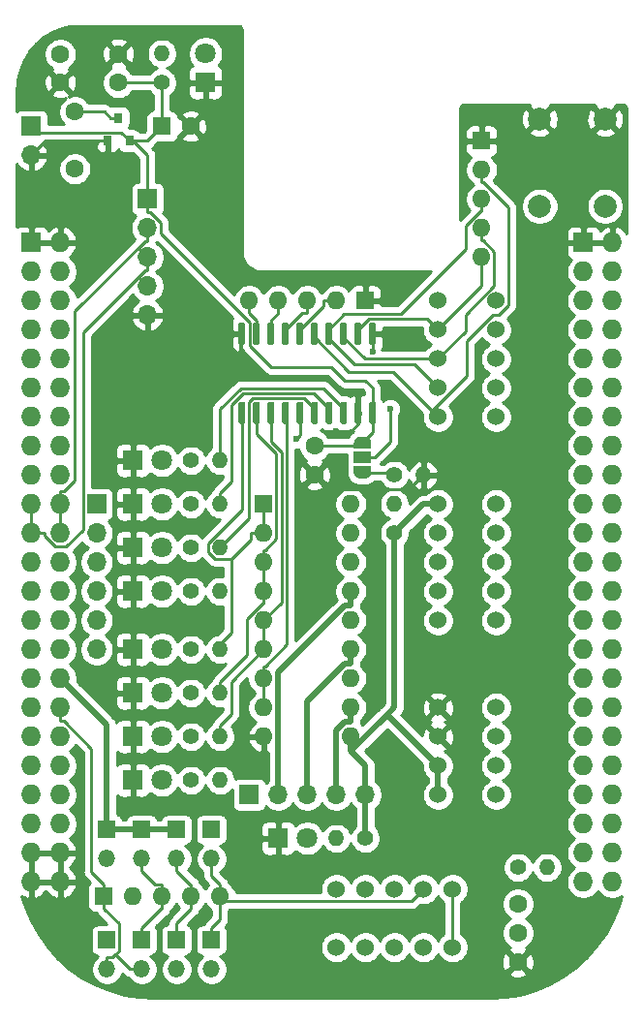
<source format=gtl>
G04 #@! TF.GenerationSoftware,KiCad,Pcbnew,(5.1.6)-1*
G04 #@! TF.CreationDate,2020-08-19T07:45:27+09:00*
G04 #@! TF.ProjectId,ExiCape,45786943-6170-4652-9e6b-696361645f70,Rev.2.0*
G04 #@! TF.SameCoordinates,Original*
G04 #@! TF.FileFunction,Copper,L1,Top*
G04 #@! TF.FilePolarity,Positive*
%FSLAX46Y46*%
G04 Gerber Fmt 4.6, Leading zero omitted, Abs format (unit mm)*
G04 Created by KiCad (PCBNEW (5.1.6)-1) date 2020-08-19 07:45:27*
%MOMM*%
%LPD*%
G01*
G04 APERTURE LIST*
G04 #@! TA.AperFunction,SMDPad,CuDef*
%ADD10R,1.500000X1.000000*%
G04 #@! TD*
G04 #@! TA.AperFunction,SMDPad,CuDef*
%ADD11C,0.100000*%
G04 #@! TD*
G04 #@! TA.AperFunction,ComponentPad*
%ADD12O,1.700000X1.700000*%
G04 #@! TD*
G04 #@! TA.AperFunction,ComponentPad*
%ADD13R,1.700000X1.700000*%
G04 #@! TD*
G04 #@! TA.AperFunction,ComponentPad*
%ADD14O,1.400000X1.400000*%
G04 #@! TD*
G04 #@! TA.AperFunction,ComponentPad*
%ADD15C,1.400000*%
G04 #@! TD*
G04 #@! TA.AperFunction,ComponentPad*
%ADD16C,1.800000*%
G04 #@! TD*
G04 #@! TA.AperFunction,ComponentPad*
%ADD17R,1.800000X1.800000*%
G04 #@! TD*
G04 #@! TA.AperFunction,ComponentPad*
%ADD18R,1.600000X1.600000*%
G04 #@! TD*
G04 #@! TA.AperFunction,ComponentPad*
%ADD19O,1.600000X1.600000*%
G04 #@! TD*
G04 #@! TA.AperFunction,ComponentPad*
%ADD20C,1.524000*%
G04 #@! TD*
G04 #@! TA.AperFunction,ComponentPad*
%ADD21C,1.600000*%
G04 #@! TD*
G04 #@! TA.AperFunction,SMDPad,CuDef*
%ADD22R,0.800000X0.900000*%
G04 #@! TD*
G04 #@! TA.AperFunction,ComponentPad*
%ADD23O,1.500000X1.500000*%
G04 #@! TD*
G04 #@! TA.AperFunction,ComponentPad*
%ADD24R,1.500000X1.500000*%
G04 #@! TD*
G04 #@! TA.AperFunction,ComponentPad*
%ADD25C,2.000000*%
G04 #@! TD*
G04 #@! TA.AperFunction,ComponentPad*
%ADD26R,1.727200X1.727200*%
G04 #@! TD*
G04 #@! TA.AperFunction,ComponentPad*
%ADD27O,1.727200X1.727200*%
G04 #@! TD*
G04 #@! TA.AperFunction,ViaPad*
%ADD28C,0.600000*%
G04 #@! TD*
G04 #@! TA.AperFunction,Conductor*
%ADD29C,0.250000*%
G04 #@! TD*
G04 #@! TA.AperFunction,Conductor*
%ADD30C,0.500000*%
G04 #@! TD*
G04 #@! TA.AperFunction,Conductor*
%ADD31C,0.254000*%
G04 #@! TD*
G04 APERTURE END LIST*
D10*
G04 #@! TO.P,JP1,2*
G04 #@! TO.N,/PowX*
X145326100Y-81178400D03*
G04 #@! TA.AperFunction,SMDPad,CuDef*
D11*
G04 #@! TO.P,JP1,3*
G04 #@! TO.N,+3V3*
G36*
X144576702Y-79878400D02*
G01*
X144576702Y-79853866D01*
X144581512Y-79805035D01*
X144591084Y-79756910D01*
X144605328Y-79709955D01*
X144624105Y-79664622D01*
X144647236Y-79621349D01*
X144674496Y-79580550D01*
X144705624Y-79542621D01*
X144740321Y-79507924D01*
X144778250Y-79476796D01*
X144819049Y-79449536D01*
X144862322Y-79426405D01*
X144907655Y-79407628D01*
X144954610Y-79393384D01*
X145002735Y-79383812D01*
X145051566Y-79379002D01*
X145076100Y-79379002D01*
X145076100Y-79378400D01*
X145576100Y-79378400D01*
X145576100Y-79379002D01*
X145600634Y-79379002D01*
X145649465Y-79383812D01*
X145697590Y-79393384D01*
X145744545Y-79407628D01*
X145789878Y-79426405D01*
X145833151Y-79449536D01*
X145873950Y-79476796D01*
X145911879Y-79507924D01*
X145946576Y-79542621D01*
X145977704Y-79580550D01*
X146004964Y-79621349D01*
X146028095Y-79664622D01*
X146046872Y-79709955D01*
X146061116Y-79756910D01*
X146070688Y-79805035D01*
X146075498Y-79853866D01*
X146075498Y-79878400D01*
X146076100Y-79878400D01*
X146076100Y-80428400D01*
X144576100Y-80428400D01*
X144576100Y-79878400D01*
X144576702Y-79878400D01*
G37*
G04 #@! TD.AperFunction*
G04 #@! TA.AperFunction,SMDPad,CuDef*
G04 #@! TO.P,JP1,1*
G04 #@! TO.N,Net-(JP1-Pad1)*
G36*
X146076100Y-81928400D02*
G01*
X146076100Y-82478400D01*
X146075498Y-82478400D01*
X146075498Y-82502934D01*
X146070688Y-82551765D01*
X146061116Y-82599890D01*
X146046872Y-82646845D01*
X146028095Y-82692178D01*
X146004964Y-82735451D01*
X145977704Y-82776250D01*
X145946576Y-82814179D01*
X145911879Y-82848876D01*
X145873950Y-82880004D01*
X145833151Y-82907264D01*
X145789878Y-82930395D01*
X145744545Y-82949172D01*
X145697590Y-82963416D01*
X145649465Y-82972988D01*
X145600634Y-82977798D01*
X145576100Y-82977798D01*
X145576100Y-82978400D01*
X145076100Y-82978400D01*
X145076100Y-82977798D01*
X145051566Y-82977798D01*
X145002735Y-82972988D01*
X144954610Y-82963416D01*
X144907655Y-82949172D01*
X144862322Y-82930395D01*
X144819049Y-82907264D01*
X144778250Y-82880004D01*
X144740321Y-82848876D01*
X144705624Y-82814179D01*
X144674496Y-82776250D01*
X144647236Y-82735451D01*
X144624105Y-82692178D01*
X144605328Y-82646845D01*
X144591084Y-82599890D01*
X144581512Y-82551765D01*
X144576702Y-82502934D01*
X144576702Y-82478400D01*
X144576100Y-82478400D01*
X144576100Y-81928400D01*
X146076100Y-81928400D01*
G37*
G04 #@! TD.AperFunction*
G04 #@! TD*
D12*
G04 #@! TO.P,J8,2*
G04 #@! TO.N,GNDD*
X116370100Y-54762400D03*
D13*
G04 #@! TO.P,J8,1*
G04 #@! TO.N,+3V3*
X116370100Y-52222400D03*
G04 #@! TD*
D14*
G04 #@! TO.P,R9,2*
G04 #@! TO.N,Net-(D13-Pad2)*
X143040000Y-114452000D03*
D15*
G04 #@! TO.P,R9,1*
G04 #@! TO.N,VDDF*
X145580000Y-114452000D03*
G04 #@! TD*
D14*
G04 #@! TO.P,R12,2*
G04 #@! TO.N,GNDD*
X150660000Y-82702400D03*
D15*
G04 #@! TO.P,R12,1*
G04 #@! TO.N,Net-(JP1-Pad1)*
X148120000Y-82702400D03*
G04 #@! TD*
D14*
G04 #@! TO.P,R11,2*
G04 #@! TO.N,Net-(JP1-Pad1)*
X148120000Y-85242400D03*
D15*
G04 #@! TO.P,R11,1*
G04 #@! TO.N,VDDF*
X148120000Y-87782400D03*
G04 #@! TD*
D16*
G04 #@! TO.P,D13,2*
G04 #@! TO.N,Net-(D13-Pad2)*
X140500000Y-114452000D03*
D17*
G04 #@! TO.P,D13,1*
G04 #@! TO.N,GNDD*
X137960000Y-114452000D03*
G04 #@! TD*
D18*
G04 #@! TO.P,RN1,1*
G04 #@! TO.N,GNDD*
X145580000Y-67462400D03*
D19*
G04 #@! TO.P,RN1,2*
G04 #@! TO.N,/GPIO_50P*
X143040000Y-67462400D03*
G04 #@! TO.P,RN1,3*
G04 #@! TO.N,/GPIO_31*
X140500000Y-67462400D03*
G04 #@! TO.P,RN1,4*
G04 #@! TO.N,/GPIO_60*
X137960000Y-67462400D03*
G04 #@! TO.P,RN1,5*
G04 #@! TO.N,/GPIO_30*
X135420000Y-67462400D03*
G04 #@! TD*
D13*
G04 #@! TO.P,J6,1*
G04 #@! TO.N,+3V3*
X126530000Y-58572400D03*
D12*
G04 #@! TO.P,J6,2*
G04 #@! TO.N,/I2C2_SDA*
X126530000Y-61112400D03*
G04 #@! TO.P,J6,3*
G04 #@! TO.N,/I2C2_SCL*
X126530000Y-63652400D03*
G04 #@! TO.P,J6,4*
G04 #@! TO.N,N/C*
X126530000Y-66192400D03*
G04 #@! TO.P,J6,5*
G04 #@! TO.N,GNDD*
X126530000Y-68732400D03*
G04 #@! TD*
D20*
G04 #@! TO.P,J3,10*
G04 #@! TO.N,/PowX*
X151930000Y-67462400D03*
G04 #@! TO.P,J3,9*
G04 #@! TO.N,N/C*
X157010000Y-67462400D03*
G04 #@! TO.P,J3,8*
G04 #@! TO.N,/X3*
X151930000Y-70002400D03*
G04 #@! TO.P,J3,7*
G04 #@! TO.N,N/C*
X157010000Y-70002400D03*
G04 #@! TO.P,J3,6*
G04 #@! TO.N,/X2*
X151930000Y-72542400D03*
G04 #@! TO.P,J3,5*
G04 #@! TO.N,N/C*
X157010000Y-72542400D03*
G04 #@! TO.P,J3,4*
G04 #@! TO.N,/X1*
X151930000Y-75082400D03*
G04 #@! TO.P,J3,3*
G04 #@! TO.N,N/C*
X157010000Y-75082400D03*
G04 #@! TO.P,J3,2*
G04 #@! TO.N,/X0*
X151930000Y-77622400D03*
G04 #@! TO.P,J3,1*
G04 #@! TO.N,N/C*
X157010000Y-77622400D03*
G04 #@! TD*
D19*
G04 #@! TO.P,RN2,5*
G04 #@! TO.N,/X3*
X155740000Y-63652400D03*
G04 #@! TO.P,RN2,4*
G04 #@! TO.N,/X2*
X155740000Y-61112400D03*
G04 #@! TO.P,RN2,3*
G04 #@! TO.N,/X1*
X155740000Y-58572400D03*
G04 #@! TO.P,RN2,2*
G04 #@! TO.N,/X0*
X155740000Y-56032400D03*
D18*
G04 #@! TO.P,RN2,1*
G04 #@! TO.N,GNDD*
X155740000Y-53492400D03*
G04 #@! TD*
D20*
G04 #@! TO.P,J4,10*
G04 #@! TO.N,GNDA_ADC*
X153200000Y-118897000D03*
G04 #@! TO.P,J4,9*
X153200000Y-123977000D03*
G04 #@! TO.P,J4,8*
G04 #@! TO.N,/AIN3*
X150660000Y-118897000D03*
G04 #@! TO.P,J4,7*
G04 #@! TO.N,N/C*
X150660000Y-123977000D03*
G04 #@! TO.P,J4,6*
G04 #@! TO.N,/AIN2*
X148120000Y-118897000D03*
G04 #@! TO.P,J4,5*
G04 #@! TO.N,N/C*
X148120000Y-123977000D03*
G04 #@! TO.P,J4,4*
G04 #@! TO.N,/AIN1*
X145580000Y-118897000D03*
G04 #@! TO.P,J4,3*
G04 #@! TO.N,N/C*
X145580000Y-123977000D03*
G04 #@! TO.P,J4,2*
G04 #@! TO.N,/AIN0*
X143040000Y-118897000D03*
G04 #@! TO.P,J4,1*
G04 #@! TO.N,N/C*
X143040000Y-123977000D03*
G04 #@! TD*
G04 #@! TO.P,J5,1*
G04 #@! TO.N,N/C*
X157010000Y-110642000D03*
G04 #@! TO.P,J5,2*
G04 #@! TO.N,VDDF*
X151930000Y-110642000D03*
G04 #@! TO.P,J5,3*
G04 #@! TO.N,N/C*
X157010000Y-108102000D03*
G04 #@! TO.P,J5,4*
G04 #@! TO.N,VDDF*
X151930000Y-108102000D03*
G04 #@! TO.P,J5,5*
G04 #@! TO.N,N/C*
X157010000Y-105562000D03*
G04 #@! TO.P,J5,6*
G04 #@! TO.N,GNDD*
X151930000Y-105562000D03*
G04 #@! TO.P,J5,7*
G04 #@! TO.N,N/C*
X157010000Y-103022000D03*
G04 #@! TO.P,J5,8*
G04 #@! TO.N,GNDD*
X151930000Y-103022000D03*
G04 #@! TD*
D21*
G04 #@! TO.P,F1,2*
G04 #@! TO.N,SYS_5V*
X120180100Y-55952400D03*
G04 #@! TO.P,F1,1*
G04 #@! TO.N,Net-(C2-Pad1)*
X120180100Y-50952400D03*
G04 #@! TD*
D13*
G04 #@! TO.P,J7,1*
G04 #@! TO.N,N/C*
X122085000Y-85242400D03*
D12*
G04 #@! TO.P,J7,2*
X122085000Y-87782400D03*
G04 #@! TO.P,J7,3*
X122085000Y-90322400D03*
G04 #@! TO.P,J7,4*
X122085000Y-92862400D03*
G04 #@! TO.P,J7,5*
X122085000Y-95402400D03*
G04 #@! TO.P,J7,6*
X122085000Y-97942400D03*
G04 #@! TD*
D20*
G04 #@! TO.P,J1,10*
G04 #@! TO.N,VDDF*
X151930000Y-85242400D03*
G04 #@! TO.P,J1,9*
G04 #@! TO.N,N/C*
X157010000Y-85242400D03*
G04 #@! TO.P,J1,8*
G04 #@! TO.N,/PY3-1*
X151930000Y-87782400D03*
G04 #@! TO.P,J1,7*
G04 #@! TO.N,N/C*
X157010000Y-87782400D03*
G04 #@! TO.P,J1,6*
G04 #@! TO.N,/PY2-1*
X151930000Y-90322400D03*
G04 #@! TO.P,J1,5*
G04 #@! TO.N,N/C*
X157010000Y-90322400D03*
G04 #@! TO.P,J1,4*
G04 #@! TO.N,/PY1-1*
X151930000Y-92862400D03*
G04 #@! TO.P,J1,3*
G04 #@! TO.N,N/C*
X157010000Y-92862400D03*
G04 #@! TO.P,J1,2*
G04 #@! TO.N,/PY0-1*
X151930000Y-95402400D03*
G04 #@! TO.P,J1,1*
G04 #@! TO.N,N/C*
X157010000Y-95402400D03*
G04 #@! TD*
D12*
G04 #@! TO.P,J2,5*
G04 #@! TO.N,VDDF*
X145580000Y-110642000D03*
G04 #@! TO.P,J2,4*
G04 #@! TO.N,/PY0-2*
X143040000Y-110642000D03*
G04 #@! TO.P,J2,3*
G04 #@! TO.N,/PY1-2*
X140500000Y-110642000D03*
G04 #@! TO.P,J2,2*
G04 #@! TO.N,/PY2-2*
X137960000Y-110642000D03*
D13*
G04 #@! TO.P,J2,1*
G04 #@! TO.N,/PY3-2*
X135420000Y-110642000D03*
G04 #@! TD*
D21*
G04 #@! TO.P,C4,2*
G04 #@! TO.N,GNDD*
X130300100Y-52222400D03*
D18*
G04 #@! TO.P,C4,1*
G04 #@! TO.N,+3V3*
X127800100Y-52222400D03*
G04 #@! TD*
G04 #@! TO.P,U1,1*
G04 #@! TO.N,GNDD*
G04 #@! TA.AperFunction,SMDPad,CuDef*
G36*
G01*
X146065000Y-69362400D02*
X146365000Y-69362400D01*
G75*
G02*
X146515000Y-69512400I0J-150000D01*
G01*
X146515000Y-71187400D01*
G75*
G02*
X146365000Y-71337400I-150000J0D01*
G01*
X146065000Y-71337400D01*
G75*
G02*
X145915000Y-71187400I0J150000D01*
G01*
X145915000Y-69512400D01*
G75*
G02*
X146065000Y-69362400I150000J0D01*
G01*
G37*
G04 #@! TD.AperFunction*
G04 #@! TO.P,U1,2*
G04 #@! TO.N,/X3*
G04 #@! TA.AperFunction,SMDPad,CuDef*
G36*
G01*
X144795000Y-69362400D02*
X145095000Y-69362400D01*
G75*
G02*
X145245000Y-69512400I0J-150000D01*
G01*
X145245000Y-71187400D01*
G75*
G02*
X145095000Y-71337400I-150000J0D01*
G01*
X144795000Y-71337400D01*
G75*
G02*
X144645000Y-71187400I0J150000D01*
G01*
X144645000Y-69512400D01*
G75*
G02*
X144795000Y-69362400I150000J0D01*
G01*
G37*
G04 #@! TD.AperFunction*
G04 #@! TO.P,U1,3*
G04 #@! TO.N,/X2*
G04 #@! TA.AperFunction,SMDPad,CuDef*
G36*
G01*
X143525000Y-69362400D02*
X143825000Y-69362400D01*
G75*
G02*
X143975000Y-69512400I0J-150000D01*
G01*
X143975000Y-71187400D01*
G75*
G02*
X143825000Y-71337400I-150000J0D01*
G01*
X143525000Y-71337400D01*
G75*
G02*
X143375000Y-71187400I0J150000D01*
G01*
X143375000Y-69512400D01*
G75*
G02*
X143525000Y-69362400I150000J0D01*
G01*
G37*
G04 #@! TD.AperFunction*
G04 #@! TO.P,U1,4*
G04 #@! TO.N,/X1*
G04 #@! TA.AperFunction,SMDPad,CuDef*
G36*
G01*
X142255000Y-69362400D02*
X142555000Y-69362400D01*
G75*
G02*
X142705000Y-69512400I0J-150000D01*
G01*
X142705000Y-71187400D01*
G75*
G02*
X142555000Y-71337400I-150000J0D01*
G01*
X142255000Y-71337400D01*
G75*
G02*
X142105000Y-71187400I0J150000D01*
G01*
X142105000Y-69512400D01*
G75*
G02*
X142255000Y-69362400I150000J0D01*
G01*
G37*
G04 #@! TD.AperFunction*
G04 #@! TO.P,U1,5*
G04 #@! TO.N,/X0*
G04 #@! TA.AperFunction,SMDPad,CuDef*
G36*
G01*
X140985000Y-69362400D02*
X141285000Y-69362400D01*
G75*
G02*
X141435000Y-69512400I0J-150000D01*
G01*
X141435000Y-71187400D01*
G75*
G02*
X141285000Y-71337400I-150000J0D01*
G01*
X140985000Y-71337400D01*
G75*
G02*
X140835000Y-71187400I0J150000D01*
G01*
X140835000Y-69512400D01*
G75*
G02*
X140985000Y-69362400I150000J0D01*
G01*
G37*
G04 #@! TD.AperFunction*
G04 #@! TO.P,U1,6*
G04 #@! TO.N,/GPIO_50P*
G04 #@! TA.AperFunction,SMDPad,CuDef*
G36*
G01*
X139715000Y-69362400D02*
X140015000Y-69362400D01*
G75*
G02*
X140165000Y-69512400I0J-150000D01*
G01*
X140165000Y-71187400D01*
G75*
G02*
X140015000Y-71337400I-150000J0D01*
G01*
X139715000Y-71337400D01*
G75*
G02*
X139565000Y-71187400I0J150000D01*
G01*
X139565000Y-69512400D01*
G75*
G02*
X139715000Y-69362400I150000J0D01*
G01*
G37*
G04 #@! TD.AperFunction*
G04 #@! TO.P,U1,7*
G04 #@! TO.N,/GPIO_31*
G04 #@! TA.AperFunction,SMDPad,CuDef*
G36*
G01*
X138445000Y-69362400D02*
X138745000Y-69362400D01*
G75*
G02*
X138895000Y-69512400I0J-150000D01*
G01*
X138895000Y-71187400D01*
G75*
G02*
X138745000Y-71337400I-150000J0D01*
G01*
X138445000Y-71337400D01*
G75*
G02*
X138295000Y-71187400I0J150000D01*
G01*
X138295000Y-69512400D01*
G75*
G02*
X138445000Y-69362400I150000J0D01*
G01*
G37*
G04 #@! TD.AperFunction*
G04 #@! TO.P,U1,8*
G04 #@! TO.N,/GPIO_60*
G04 #@! TA.AperFunction,SMDPad,CuDef*
G36*
G01*
X137175000Y-69362400D02*
X137475000Y-69362400D01*
G75*
G02*
X137625000Y-69512400I0J-150000D01*
G01*
X137625000Y-71187400D01*
G75*
G02*
X137475000Y-71337400I-150000J0D01*
G01*
X137175000Y-71337400D01*
G75*
G02*
X137025000Y-71187400I0J150000D01*
G01*
X137025000Y-69512400D01*
G75*
G02*
X137175000Y-69362400I150000J0D01*
G01*
G37*
G04 #@! TD.AperFunction*
G04 #@! TO.P,U1,9*
G04 #@! TO.N,/GPIO_30*
G04 #@! TA.AperFunction,SMDPad,CuDef*
G36*
G01*
X135905000Y-69362400D02*
X136205000Y-69362400D01*
G75*
G02*
X136355000Y-69512400I0J-150000D01*
G01*
X136355000Y-71187400D01*
G75*
G02*
X136205000Y-71337400I-150000J0D01*
G01*
X135905000Y-71337400D01*
G75*
G02*
X135755000Y-71187400I0J150000D01*
G01*
X135755000Y-69512400D01*
G75*
G02*
X135905000Y-69362400I150000J0D01*
G01*
G37*
G04 #@! TD.AperFunction*
G04 #@! TO.P,U1,10*
G04 #@! TO.N,GNDD*
G04 #@! TA.AperFunction,SMDPad,CuDef*
G36*
G01*
X134635000Y-69362400D02*
X134935000Y-69362400D01*
G75*
G02*
X135085000Y-69512400I0J-150000D01*
G01*
X135085000Y-71187400D01*
G75*
G02*
X134935000Y-71337400I-150000J0D01*
G01*
X134635000Y-71337400D01*
G75*
G02*
X134485000Y-71187400I0J150000D01*
G01*
X134485000Y-69512400D01*
G75*
G02*
X134635000Y-69362400I150000J0D01*
G01*
G37*
G04 #@! TD.AperFunction*
G04 #@! TO.P,U1,11*
G04 #@! TO.N,/Y3*
G04 #@! TA.AperFunction,SMDPad,CuDef*
G36*
G01*
X134635000Y-76287400D02*
X134935000Y-76287400D01*
G75*
G02*
X135085000Y-76437400I0J-150000D01*
G01*
X135085000Y-78112400D01*
G75*
G02*
X134935000Y-78262400I-150000J0D01*
G01*
X134635000Y-78262400D01*
G75*
G02*
X134485000Y-78112400I0J150000D01*
G01*
X134485000Y-76437400D01*
G75*
G02*
X134635000Y-76287400I150000J0D01*
G01*
G37*
G04 #@! TD.AperFunction*
G04 #@! TO.P,U1,12*
G04 #@! TO.N,/Y2*
G04 #@! TA.AperFunction,SMDPad,CuDef*
G36*
G01*
X135905000Y-76287400D02*
X136205000Y-76287400D01*
G75*
G02*
X136355000Y-76437400I0J-150000D01*
G01*
X136355000Y-78112400D01*
G75*
G02*
X136205000Y-78262400I-150000J0D01*
G01*
X135905000Y-78262400D01*
G75*
G02*
X135755000Y-78112400I0J150000D01*
G01*
X135755000Y-76437400D01*
G75*
G02*
X135905000Y-76287400I150000J0D01*
G01*
G37*
G04 #@! TD.AperFunction*
G04 #@! TO.P,U1,13*
G04 #@! TO.N,/Y1*
G04 #@! TA.AperFunction,SMDPad,CuDef*
G36*
G01*
X137175000Y-76287400D02*
X137475000Y-76287400D01*
G75*
G02*
X137625000Y-76437400I0J-150000D01*
G01*
X137625000Y-78112400D01*
G75*
G02*
X137475000Y-78262400I-150000J0D01*
G01*
X137175000Y-78262400D01*
G75*
G02*
X137025000Y-78112400I0J150000D01*
G01*
X137025000Y-76437400D01*
G75*
G02*
X137175000Y-76287400I150000J0D01*
G01*
G37*
G04 #@! TD.AperFunction*
G04 #@! TO.P,U1,14*
G04 #@! TO.N,/Y0*
G04 #@! TA.AperFunction,SMDPad,CuDef*
G36*
G01*
X138445000Y-76287400D02*
X138745000Y-76287400D01*
G75*
G02*
X138895000Y-76437400I0J-150000D01*
G01*
X138895000Y-78112400D01*
G75*
G02*
X138745000Y-78262400I-150000J0D01*
G01*
X138445000Y-78262400D01*
G75*
G02*
X138295000Y-78112400I0J150000D01*
G01*
X138295000Y-76437400D01*
G75*
G02*
X138445000Y-76287400I150000J0D01*
G01*
G37*
G04 #@! TD.AperFunction*
G04 #@! TO.P,U1,15*
G04 #@! TO.N,/GPIO_05*
G04 #@! TA.AperFunction,SMDPad,CuDef*
G36*
G01*
X139715000Y-76287400D02*
X140015000Y-76287400D01*
G75*
G02*
X140165000Y-76437400I0J-150000D01*
G01*
X140165000Y-78112400D01*
G75*
G02*
X140015000Y-78262400I-150000J0D01*
G01*
X139715000Y-78262400D01*
G75*
G02*
X139565000Y-78112400I0J150000D01*
G01*
X139565000Y-76437400D01*
G75*
G02*
X139715000Y-76287400I150000J0D01*
G01*
G37*
G04 #@! TD.AperFunction*
G04 #@! TO.P,U1,16*
G04 #@! TO.N,/GPIO_04*
G04 #@! TA.AperFunction,SMDPad,CuDef*
G36*
G01*
X140985000Y-76287400D02*
X141285000Y-76287400D01*
G75*
G02*
X141435000Y-76437400I0J-150000D01*
G01*
X141435000Y-78112400D01*
G75*
G02*
X141285000Y-78262400I-150000J0D01*
G01*
X140985000Y-78262400D01*
G75*
G02*
X140835000Y-78112400I0J150000D01*
G01*
X140835000Y-76437400D01*
G75*
G02*
X140985000Y-76287400I150000J0D01*
G01*
G37*
G04 #@! TD.AperFunction*
G04 #@! TO.P,U1,17*
G04 #@! TO.N,/GPIO_48*
G04 #@! TA.AperFunction,SMDPad,CuDef*
G36*
G01*
X142255000Y-76287400D02*
X142555000Y-76287400D01*
G75*
G02*
X142705000Y-76437400I0J-150000D01*
G01*
X142705000Y-78112400D01*
G75*
G02*
X142555000Y-78262400I-150000J0D01*
G01*
X142255000Y-78262400D01*
G75*
G02*
X142105000Y-78112400I0J150000D01*
G01*
X142105000Y-76437400D01*
G75*
G02*
X142255000Y-76287400I150000J0D01*
G01*
G37*
G04 #@! TD.AperFunction*
G04 #@! TO.P,U1,18*
G04 #@! TO.N,/GPIO_51P*
G04 #@! TA.AperFunction,SMDPad,CuDef*
G36*
G01*
X143525000Y-76287400D02*
X143825000Y-76287400D01*
G75*
G02*
X143975000Y-76437400I0J-150000D01*
G01*
X143975000Y-78112400D01*
G75*
G02*
X143825000Y-78262400I-150000J0D01*
G01*
X143525000Y-78262400D01*
G75*
G02*
X143375000Y-78112400I0J150000D01*
G01*
X143375000Y-76437400D01*
G75*
G02*
X143525000Y-76287400I150000J0D01*
G01*
G37*
G04 #@! TD.AperFunction*
G04 #@! TO.P,U1,19*
G04 #@! TO.N,GNDD*
G04 #@! TA.AperFunction,SMDPad,CuDef*
G36*
G01*
X144795000Y-76287400D02*
X145095000Y-76287400D01*
G75*
G02*
X145245000Y-76437400I0J-150000D01*
G01*
X145245000Y-78112400D01*
G75*
G02*
X145095000Y-78262400I-150000J0D01*
G01*
X144795000Y-78262400D01*
G75*
G02*
X144645000Y-78112400I0J150000D01*
G01*
X144645000Y-76437400D01*
G75*
G02*
X144795000Y-76287400I150000J0D01*
G01*
G37*
G04 #@! TD.AperFunction*
G04 #@! TO.P,U1,20*
G04 #@! TO.N,+3V3*
G04 #@! TA.AperFunction,SMDPad,CuDef*
G36*
G01*
X146065000Y-76287400D02*
X146365000Y-76287400D01*
G75*
G02*
X146515000Y-76437400I0J-150000D01*
G01*
X146515000Y-78112400D01*
G75*
G02*
X146365000Y-78262400I-150000J0D01*
G01*
X146065000Y-78262400D01*
G75*
G02*
X145915000Y-78112400I0J150000D01*
G01*
X145915000Y-76437400D01*
G75*
G02*
X146065000Y-76287400I150000J0D01*
G01*
G37*
G04 #@! TD.AperFunction*
G04 #@! TD*
D22*
G04 #@! TO.P,U2,3*
G04 #@! TO.N,Net-(C2-Pad1)*
X123990000Y-51492400D03*
G04 #@! TO.P,U2,2*
G04 #@! TO.N,+3V3*
X124940000Y-53492400D03*
G04 #@! TO.P,U2,1*
G04 #@! TO.N,GNDD*
X123040000Y-53492400D03*
G04 #@! TD*
D21*
G04 #@! TO.P,C3,2*
G04 #@! TO.N,GNDD*
X123990000Y-45912400D03*
G04 #@! TO.P,C3,1*
G04 #@! TO.N,+3V3*
X123990000Y-48412400D03*
G04 #@! TD*
G04 #@! TO.P,C2,2*
G04 #@! TO.N,GNDD*
X118910000Y-48412400D03*
G04 #@! TO.P,C2,1*
G04 #@! TO.N,Net-(C2-Pad1)*
X118910000Y-45912400D03*
G04 #@! TD*
D23*
G04 #@! TO.P,D17,2*
G04 #@! TO.N,GNDA_ADC*
X132118000Y-125882000D03*
D24*
G04 #@! TO.P,D17,1*
G04 #@! TO.N,/AIN3*
X132118000Y-123342000D03*
G04 #@! TD*
D23*
G04 #@! TO.P,D16,2*
G04 #@! TO.N,/AIN3*
X132118000Y-116230000D03*
D24*
G04 #@! TO.P,D16,1*
G04 #@! TO.N,VDD_ADC*
X132118000Y-113690000D03*
G04 #@! TD*
D23*
G04 #@! TO.P,D15,2*
G04 #@! TO.N,GNDA_ADC*
X129070000Y-125882000D03*
D24*
G04 #@! TO.P,D15,1*
G04 #@! TO.N,/AIN2*
X129070000Y-123342000D03*
G04 #@! TD*
D23*
G04 #@! TO.P,D14,2*
G04 #@! TO.N,/AIN2*
X129070000Y-116230000D03*
D24*
G04 #@! TO.P,D14,1*
G04 #@! TO.N,VDD_ADC*
X129070000Y-113690000D03*
G04 #@! TD*
D23*
G04 #@! TO.P,D12,2*
G04 #@! TO.N,GNDA_ADC*
X126022000Y-125882000D03*
D24*
G04 #@! TO.P,D12,1*
G04 #@! TO.N,/AIN1*
X126022000Y-123342000D03*
G04 #@! TD*
D23*
G04 #@! TO.P,D11,2*
G04 #@! TO.N,/AIN1*
X126022000Y-116230000D03*
D24*
G04 #@! TO.P,D11,1*
G04 #@! TO.N,VDD_ADC*
X126022000Y-113690000D03*
G04 #@! TD*
D23*
G04 #@! TO.P,D10,2*
G04 #@! TO.N,GNDA_ADC*
X122974000Y-125882000D03*
D24*
G04 #@! TO.P,D10,1*
G04 #@! TO.N,/AIN0*
X122974000Y-123342000D03*
G04 #@! TD*
D23*
G04 #@! TO.P,D9,2*
G04 #@! TO.N,/AIN0*
X122974000Y-116230000D03*
D24*
G04 #@! TO.P,D9,1*
G04 #@! TO.N,VDD_ADC*
X122974000Y-113690000D03*
G04 #@! TD*
D19*
G04 #@! TO.P,IC1,18*
G04 #@! TO.N,/PY3-1*
X144310000Y-85242400D03*
G04 #@! TO.P,IC1,9*
G04 #@! TO.N,GNDD*
X136690000Y-105562400D03*
G04 #@! TO.P,IC1,17*
G04 #@! TO.N,/PY3-2*
X144310000Y-87782400D03*
G04 #@! TO.P,IC1,8*
G04 #@! TO.N,/Y0*
X136690000Y-103022400D03*
G04 #@! TO.P,IC1,16*
G04 #@! TO.N,/PY2-1*
X144310000Y-90322400D03*
G04 #@! TO.P,IC1,7*
G04 #@! TO.N,/Y0*
X136690000Y-100482400D03*
G04 #@! TO.P,IC1,15*
G04 #@! TO.N,/PY2-2*
X144310000Y-92862400D03*
G04 #@! TO.P,IC1,6*
G04 #@! TO.N,/Y1*
X136690000Y-97942400D03*
G04 #@! TO.P,IC1,14*
G04 #@! TO.N,/PY1-1*
X144310000Y-95402400D03*
G04 #@! TO.P,IC1,5*
G04 #@! TO.N,/Y1*
X136690000Y-95402400D03*
G04 #@! TO.P,IC1,13*
G04 #@! TO.N,/PY1-2*
X144310000Y-97942400D03*
G04 #@! TO.P,IC1,4*
G04 #@! TO.N,/Y2*
X136690000Y-92862400D03*
G04 #@! TO.P,IC1,12*
G04 #@! TO.N,/PY0-1*
X144310000Y-100482400D03*
G04 #@! TO.P,IC1,3*
G04 #@! TO.N,/Y2*
X136690000Y-90322400D03*
G04 #@! TO.P,IC1,11*
G04 #@! TO.N,/PY0-2*
X144310000Y-103022400D03*
G04 #@! TO.P,IC1,2*
G04 #@! TO.N,/Y3*
X136690000Y-87782400D03*
G04 #@! TO.P,IC1,10*
G04 #@! TO.N,VDDF*
X144310000Y-105562400D03*
D18*
G04 #@! TO.P,IC1,1*
G04 #@! TO.N,/Y3*
X136690000Y-85242400D03*
G04 #@! TD*
D19*
G04 #@! TO.P,RN3,5*
G04 #@! TO.N,/AIN3*
X132880000Y-119532000D03*
G04 #@! TO.P,RN3,4*
G04 #@! TO.N,/AIN2*
X130340000Y-119532000D03*
G04 #@! TO.P,RN3,3*
G04 #@! TO.N,/AIN1*
X127800000Y-119532000D03*
G04 #@! TO.P,RN3,2*
G04 #@! TO.N,/AIN0*
X125260000Y-119532000D03*
D18*
G04 #@! TO.P,RN3,1*
G04 #@! TO.N,GNDA_ADC*
X122720000Y-119532000D03*
G04 #@! TD*
D21*
G04 #@! TO.P,SW3,1*
G04 #@! TO.N,N/C*
X158915000Y-120167000D03*
G04 #@! TO.P,SW3,2*
G04 #@! TO.N,Net-(R10-Pad1)*
X158915000Y-122707000D03*
G04 #@! TO.P,SW3,3*
G04 #@! TO.N,GNDD*
X158915000Y-125247000D03*
G04 #@! TD*
D25*
G04 #@! TO.P,SW2,2*
G04 #@! TO.N,GNDD*
X166535000Y-51587400D03*
G04 #@! TO.P,SW2,1*
G04 #@! TO.N,SYS_RESETN*
X166535000Y-59207400D03*
G04 #@! TD*
G04 #@! TO.P,SW1,2*
G04 #@! TO.N,GNDD*
X160820000Y-51587400D03*
G04 #@! TO.P,SW1,1*
G04 #@! TO.N,PWR_BUT*
X160820000Y-59207400D03*
G04 #@! TD*
D14*
G04 #@! TO.P,R10,2*
G04 #@! TO.N,uSD_BOOT*
X161455000Y-116992000D03*
D15*
G04 #@! TO.P,R10,1*
G04 #@! TO.N,Net-(R10-Pad1)*
X158915000Y-116992000D03*
G04 #@! TD*
D14*
G04 #@! TO.P,R13,2*
G04 #@! TO.N,Net-(D18-Pad2)*
X127800000Y-45872400D03*
D15*
G04 #@! TO.P,R13,1*
G04 #@! TO.N,+3V3*
X127800000Y-48412400D03*
G04 #@! TD*
D14*
G04 #@! TO.P,R8,2*
G04 #@! TO.N,/Y0*
X132880000Y-109372000D03*
D15*
G04 #@! TO.P,R8,1*
G04 #@! TO.N,Net-(D8-Pad2)*
X130340000Y-109372000D03*
G04 #@! TD*
D14*
G04 #@! TO.P,R7,2*
G04 #@! TO.N,/Y1*
X132880000Y-105562000D03*
D15*
G04 #@! TO.P,R7,1*
G04 #@! TO.N,Net-(D7-Pad2)*
X130340000Y-105562000D03*
G04 #@! TD*
D14*
G04 #@! TO.P,R6,2*
G04 #@! TO.N,/Y2*
X132880000Y-101752000D03*
D15*
G04 #@! TO.P,R6,1*
G04 #@! TO.N,Net-(D6-Pad2)*
X130340000Y-101752000D03*
G04 #@! TD*
D14*
G04 #@! TO.P,R5,2*
G04 #@! TO.N,/Y3*
X132880000Y-97942400D03*
D15*
G04 #@! TO.P,R5,1*
G04 #@! TO.N,Net-(D5-Pad2)*
X130340000Y-97942400D03*
G04 #@! TD*
D14*
G04 #@! TO.P,R4,2*
G04 #@! TO.N,/GPIO_05*
X132880000Y-92862400D03*
D15*
G04 #@! TO.P,R4,1*
G04 #@! TO.N,Net-(D4-Pad2)*
X130340000Y-92862400D03*
G04 #@! TD*
D14*
G04 #@! TO.P,R3,2*
G04 #@! TO.N,/GPIO_04*
X132880000Y-89052400D03*
D15*
G04 #@! TO.P,R3,1*
G04 #@! TO.N,Net-(D3-Pad2)*
X130340000Y-89052400D03*
G04 #@! TD*
D14*
G04 #@! TO.P,R2,2*
G04 #@! TO.N,/GPIO_48*
X132880000Y-85242400D03*
D15*
G04 #@! TO.P,R2,1*
G04 #@! TO.N,Net-(D2-Pad2)*
X130340000Y-85242400D03*
G04 #@! TD*
D14*
G04 #@! TO.P,R1,2*
G04 #@! TO.N,/GPIO_51P*
X132880000Y-81432400D03*
D15*
G04 #@! TO.P,R1,1*
G04 #@! TO.N,Net-(D1-Pad2)*
X130340000Y-81432400D03*
G04 #@! TD*
D16*
G04 #@! TO.P,D18,2*
G04 #@! TO.N,Net-(D18-Pad2)*
X131610000Y-45872400D03*
D17*
G04 #@! TO.P,D18,1*
G04 #@! TO.N,GNDD*
X131610000Y-48412400D03*
G04 #@! TD*
D16*
G04 #@! TO.P,D8,2*
G04 #@! TO.N,Net-(D8-Pad2)*
X127800000Y-109372000D03*
D17*
G04 #@! TO.P,D8,1*
G04 #@! TO.N,GNDD*
X125260000Y-109372000D03*
G04 #@! TD*
D16*
G04 #@! TO.P,D7,2*
G04 #@! TO.N,Net-(D7-Pad2)*
X127800000Y-105562000D03*
D17*
G04 #@! TO.P,D7,1*
G04 #@! TO.N,GNDD*
X125260000Y-105562000D03*
G04 #@! TD*
D16*
G04 #@! TO.P,D6,2*
G04 #@! TO.N,Net-(D6-Pad2)*
X127800000Y-101752000D03*
D17*
G04 #@! TO.P,D6,1*
G04 #@! TO.N,GNDD*
X125260000Y-101752000D03*
G04 #@! TD*
D16*
G04 #@! TO.P,D5,2*
G04 #@! TO.N,Net-(D5-Pad2)*
X127800000Y-97942400D03*
D17*
G04 #@! TO.P,D5,1*
G04 #@! TO.N,GNDD*
X125260000Y-97942400D03*
G04 #@! TD*
D16*
G04 #@! TO.P,D4,2*
G04 #@! TO.N,Net-(D4-Pad2)*
X127800000Y-92862400D03*
D17*
G04 #@! TO.P,D4,1*
G04 #@! TO.N,GNDD*
X125260000Y-92862400D03*
G04 #@! TD*
D16*
G04 #@! TO.P,D3,2*
G04 #@! TO.N,Net-(D3-Pad2)*
X127800000Y-89052400D03*
D17*
G04 #@! TO.P,D3,1*
G04 #@! TO.N,GNDD*
X125260000Y-89052400D03*
G04 #@! TD*
D16*
G04 #@! TO.P,D2,2*
G04 #@! TO.N,Net-(D2-Pad2)*
X127800000Y-85242400D03*
D17*
G04 #@! TO.P,D2,1*
G04 #@! TO.N,GNDD*
X125260000Y-85242400D03*
G04 #@! TD*
D16*
G04 #@! TO.P,D1,2*
G04 #@! TO.N,Net-(D1-Pad2)*
X127800000Y-81432400D03*
D17*
G04 #@! TO.P,D1,1*
G04 #@! TO.N,GNDD*
X125260000Y-81432400D03*
G04 #@! TD*
D21*
G04 #@! TO.P,C1,2*
G04 #@! TO.N,GNDD*
X141135100Y-82662400D03*
G04 #@! TO.P,C1,1*
G04 #@! TO.N,+3V3*
X141135100Y-80162400D03*
G04 #@! TD*
D26*
G04 #@! TO.P,P2,1*
G04 #@! TO.N,GNDD*
X164630000Y-62382400D03*
D27*
G04 #@! TO.P,P2,2*
X167170000Y-62382400D03*
G04 #@! TO.P,P2,3*
G04 #@! TO.N,N/C*
X164630000Y-64922400D03*
G04 #@! TO.P,P2,4*
X167170000Y-64922400D03*
G04 #@! TO.P,P2,5*
X164630000Y-67462400D03*
G04 #@! TO.P,P2,6*
X167170000Y-67462400D03*
G04 #@! TO.P,P2,7*
X164630000Y-70002400D03*
G04 #@! TO.P,P2,8*
X167170000Y-70002400D03*
G04 #@! TO.P,P2,9*
X164630000Y-72542400D03*
G04 #@! TO.P,P2,10*
X167170000Y-72542400D03*
G04 #@! TO.P,P2,11*
X164630000Y-75082400D03*
G04 #@! TO.P,P2,12*
X167170000Y-75082400D03*
G04 #@! TO.P,P2,13*
X164630000Y-77622400D03*
G04 #@! TO.P,P2,14*
X167170000Y-77622400D03*
G04 #@! TO.P,P2,15*
X164630000Y-80162400D03*
G04 #@! TO.P,P2,16*
X167170000Y-80162400D03*
G04 #@! TO.P,P2,17*
X164630000Y-82702400D03*
G04 #@! TO.P,P2,18*
X167170000Y-82702400D03*
G04 #@! TO.P,P2,19*
X164630000Y-85242400D03*
G04 #@! TO.P,P2,20*
X167170000Y-85242400D03*
G04 #@! TO.P,P2,21*
X164630000Y-87782400D03*
G04 #@! TO.P,P2,22*
X167170000Y-87782400D03*
G04 #@! TO.P,P2,23*
X164630000Y-90322400D03*
G04 #@! TO.P,P2,24*
X167170000Y-90322400D03*
G04 #@! TO.P,P2,25*
X164630000Y-92862400D03*
G04 #@! TO.P,P2,26*
X167170000Y-92862400D03*
G04 #@! TO.P,P2,27*
X164630000Y-95402400D03*
G04 #@! TO.P,P2,28*
X167170000Y-95402400D03*
G04 #@! TO.P,P2,29*
X164630000Y-97942400D03*
G04 #@! TO.P,P2,30*
X167170000Y-97942400D03*
G04 #@! TO.P,P2,31*
X164630000Y-100482400D03*
G04 #@! TO.P,P2,32*
X167170000Y-100482400D03*
G04 #@! TO.P,P2,33*
X164630000Y-103022400D03*
G04 #@! TO.P,P2,34*
X167170000Y-103022400D03*
G04 #@! TO.P,P2,35*
X164630000Y-105562400D03*
G04 #@! TO.P,P2,36*
X167170000Y-105562400D03*
G04 #@! TO.P,P2,37*
X164630000Y-108102400D03*
G04 #@! TO.P,P2,38*
X167170000Y-108102400D03*
G04 #@! TO.P,P2,39*
X164630000Y-110642400D03*
G04 #@! TO.P,P2,40*
X167170000Y-110642400D03*
G04 #@! TO.P,P2,41*
X164630000Y-113182400D03*
G04 #@! TO.P,P2,42*
X167170000Y-113182400D03*
G04 #@! TO.P,P2,43*
G04 #@! TO.N,uSD_BOOT*
X164630000Y-115722400D03*
G04 #@! TO.P,P2,44*
G04 #@! TO.N,N/C*
X167170000Y-115722400D03*
G04 #@! TO.P,P2,45*
X164630000Y-118262400D03*
G04 #@! TO.P,P2,46*
X167170000Y-118262400D03*
G04 #@! TD*
D26*
G04 #@! TO.P,P1,1*
G04 #@! TO.N,GNDD*
X116370000Y-62382400D03*
D27*
G04 #@! TO.P,P1,2*
X118910000Y-62382400D03*
G04 #@! TO.P,P1,3*
G04 #@! TO.N,N/C*
X116370000Y-64922400D03*
G04 #@! TO.P,P1,4*
X118910000Y-64922400D03*
G04 #@! TO.P,P1,5*
G04 #@! TO.N,+5V*
X116370000Y-67462400D03*
G04 #@! TO.P,P1,6*
X118910000Y-67462400D03*
G04 #@! TO.P,P1,7*
G04 #@! TO.N,SYS_5V*
X116370000Y-70002400D03*
G04 #@! TO.P,P1,8*
X118910000Y-70002400D03*
G04 #@! TO.P,P1,9*
G04 #@! TO.N,PWR_BUT*
X116370000Y-72542400D03*
G04 #@! TO.P,P1,10*
G04 #@! TO.N,SYS_RESETN*
X118910000Y-72542400D03*
G04 #@! TO.P,P1,11*
G04 #@! TO.N,/GPIO_30*
X116370000Y-75082400D03*
G04 #@! TO.P,P1,12*
G04 #@! TO.N,/GPIO_60*
X118910000Y-75082400D03*
G04 #@! TO.P,P1,13*
G04 #@! TO.N,/GPIO_31*
X116370000Y-77622400D03*
G04 #@! TO.P,P1,14*
G04 #@! TO.N,/GPIO_50P*
X118910000Y-77622400D03*
G04 #@! TO.P,P1,15*
G04 #@! TO.N,/GPIO_48*
X116370000Y-80162400D03*
G04 #@! TO.P,P1,16*
G04 #@! TO.N,/GPIO_51P*
X118910000Y-80162400D03*
G04 #@! TO.P,P1,17*
G04 #@! TO.N,/GPIO_05*
X116370000Y-82702400D03*
G04 #@! TO.P,P1,18*
G04 #@! TO.N,/GPIO_04*
X118910000Y-82702400D03*
G04 #@! TO.P,P1,19*
G04 #@! TO.N,/I2C2_SCL*
X116370000Y-85242400D03*
G04 #@! TO.P,P1,20*
G04 #@! TO.N,/I2C2_SDA*
X118910000Y-85242400D03*
G04 #@! TO.P,P1,21*
G04 #@! TO.N,/I2C2_SCL*
X116370000Y-87782400D03*
G04 #@! TO.P,P1,22*
G04 #@! TO.N,/I2C2_SDA*
X118910000Y-87782400D03*
G04 #@! TO.P,P1,23*
G04 #@! TO.N,N/C*
X116370000Y-90322400D03*
G04 #@! TO.P,P1,24*
X118910000Y-90322400D03*
G04 #@! TO.P,P1,25*
X116370000Y-92862400D03*
G04 #@! TO.P,P1,26*
X118910000Y-92862400D03*
G04 #@! TO.P,P1,27*
X116370000Y-95402400D03*
G04 #@! TO.P,P1,28*
X118910000Y-95402400D03*
G04 #@! TO.P,P1,29*
X116370000Y-97942400D03*
G04 #@! TO.P,P1,30*
X118910000Y-97942400D03*
G04 #@! TO.P,P1,31*
X116370000Y-100482400D03*
G04 #@! TO.P,P1,32*
G04 #@! TO.N,VDD_ADC*
X118910000Y-100482400D03*
G04 #@! TO.P,P1,33*
G04 #@! TO.N,N/C*
X116370000Y-103022400D03*
G04 #@! TO.P,P1,34*
G04 #@! TO.N,GNDA_ADC*
X118910000Y-103022400D03*
G04 #@! TO.P,P1,35*
G04 #@! TO.N,N/C*
X116370000Y-105562400D03*
G04 #@! TO.P,P1,36*
X118910000Y-105562400D03*
G04 #@! TO.P,P1,37*
G04 #@! TO.N,/AIN2*
X116370000Y-108102400D03*
G04 #@! TO.P,P1,38*
G04 #@! TO.N,/AIN3*
X118910000Y-108102400D03*
G04 #@! TO.P,P1,39*
G04 #@! TO.N,/AIN0*
X116370000Y-110642400D03*
G04 #@! TO.P,P1,40*
G04 #@! TO.N,/AIN1*
X118910000Y-110642400D03*
G04 #@! TO.P,P1,41*
G04 #@! TO.N,N/C*
X116370000Y-113182400D03*
G04 #@! TO.P,P1,42*
X118910000Y-113182400D03*
G04 #@! TO.P,P1,43*
G04 #@! TO.N,GNDD*
X116370000Y-115722400D03*
G04 #@! TO.P,P1,44*
X118910000Y-115722400D03*
G04 #@! TO.P,P1,45*
X116370000Y-118262400D03*
G04 #@! TO.P,P1,46*
X118910000Y-118262400D03*
G04 #@! TD*
D28*
G04 #@! TO.N,GNDD*
X146215000Y-71907300D03*
X144945100Y-75717400D03*
X140500100Y-92862400D03*
X143040100Y-78892400D03*
G04 #@! TO.N,/GPIO_05*
X139565700Y-79523000D03*
G04 #@! TO.N,/PowX*
X147749100Y-76921200D03*
G04 #@! TD*
D29*
G04 #@! TO.N,GNDD*
X143040100Y-78892400D02*
X143040100Y-78892400D01*
X144310100Y-78892400D02*
X144945100Y-78257400D01*
X146215000Y-70349900D02*
X146215000Y-71907300D01*
X144945100Y-75717400D02*
X144945100Y-76352400D01*
X123040000Y-53492400D02*
X117640100Y-53492400D01*
X117640100Y-53492400D02*
X116370100Y-54762400D01*
X149390100Y-83972400D02*
X150660100Y-82702400D01*
X141135100Y-82662400D02*
X142445100Y-83972400D01*
X142445100Y-83972400D02*
X149390100Y-83972400D01*
X143040100Y-78892400D02*
X144310100Y-78892400D01*
G04 #@! TO.N,+3V3*
X126530000Y-58572400D02*
X126530000Y-59707700D01*
X146215000Y-77274900D02*
X146215000Y-76887100D01*
X142595600Y-73267700D02*
X137330100Y-73267700D01*
X137330100Y-73267700D02*
X135469000Y-71406600D01*
X135469000Y-71406600D02*
X135469000Y-69381100D01*
X135469000Y-69381100D02*
X127665300Y-61577400D01*
X127665300Y-61577400D02*
X127665300Y-60630000D01*
X127665300Y-60630000D02*
X126743000Y-59707700D01*
X126743000Y-59707700D02*
X126530000Y-59707700D01*
X145326000Y-79878400D02*
X146215000Y-78989400D01*
X146215000Y-78989400D02*
X146215000Y-77274900D01*
X142595600Y-73267700D02*
X143775300Y-74447400D01*
X143775300Y-74447400D02*
X145580100Y-74447400D01*
X145580100Y-74447400D02*
X146215100Y-75082400D01*
X146215100Y-75082400D02*
X146215100Y-76352400D01*
X124204999Y-52757399D02*
X116905099Y-52757399D01*
X124940000Y-53492400D02*
X124204999Y-52757399D01*
X116905099Y-52757399D02*
X116370100Y-52222400D01*
X141135100Y-80162400D02*
X143675100Y-80162400D01*
X143675100Y-80162400D02*
X144945100Y-80162400D01*
X124940000Y-53492400D02*
X126530100Y-53492400D01*
X126530100Y-53492400D02*
X127800100Y-52222400D01*
X127800000Y-52222300D02*
X127800100Y-52222400D01*
X127800000Y-48412400D02*
X127800000Y-52222300D01*
X123990000Y-48412400D02*
X127800000Y-48412400D01*
X124940000Y-53492400D02*
X125260100Y-53492400D01*
X126530000Y-54762300D02*
X126530000Y-58572400D01*
X125260100Y-53492400D02*
X126530000Y-54762300D01*
D30*
G04 #@! TO.N,VDD_ADC*
X122974000Y-113690000D02*
X124821700Y-113690000D01*
X118910000Y-100482400D02*
X122974000Y-104546400D01*
X122974000Y-104546400D02*
X122974000Y-113690000D01*
X126022000Y-113690000D02*
X124821700Y-113690000D01*
X126022000Y-113690000D02*
X129070000Y-113690000D01*
D29*
G04 #@! TO.N,/AIN3*
X132880000Y-119948200D02*
X132880000Y-119532000D01*
X132118000Y-122306700D02*
X132880000Y-121544700D01*
X132880000Y-121544700D02*
X132880000Y-119948200D01*
X132880000Y-119948200D02*
X149608800Y-119948200D01*
X149608800Y-119948200D02*
X150660000Y-118897000D01*
X132880000Y-119532000D02*
X132880000Y-118446700D01*
X132118000Y-116230000D02*
X132118000Y-117684700D01*
X132118000Y-117684700D02*
X132880000Y-118446700D01*
X132118000Y-123342000D02*
X132118000Y-122306700D01*
G04 #@! TO.N,/AIN2*
X130340000Y-119532000D02*
X130340000Y-118446700D01*
X129070000Y-116230000D02*
X129070000Y-117265300D01*
X129070000Y-117265300D02*
X130251400Y-118446700D01*
X130251400Y-118446700D02*
X130340000Y-118446700D01*
X130340000Y-119532000D02*
X130340000Y-120617300D01*
X129070000Y-123342000D02*
X129070000Y-121887300D01*
X129070000Y-121887300D02*
X130340000Y-120617300D01*
G04 #@! TO.N,/AIN1*
X127800000Y-119532000D02*
X127800000Y-118446700D01*
X126022000Y-116230000D02*
X126022000Y-117265300D01*
X126022000Y-117265300D02*
X127203400Y-118446700D01*
X127203400Y-118446700D02*
X127800000Y-118446700D01*
X127800000Y-119532000D02*
X127800000Y-120617300D01*
X126022000Y-123342000D02*
X126022000Y-122306700D01*
X126022000Y-122306700D02*
X127711400Y-120617300D01*
X127711400Y-120617300D02*
X127800000Y-120617300D01*
D30*
G04 #@! TO.N,VDDF*
X147475400Y-103647300D02*
X148120000Y-103002700D01*
X148120000Y-103002700D02*
X148120000Y-87782400D01*
X144310000Y-106812700D02*
X147475400Y-103647300D01*
X147475400Y-103647300D02*
X151930000Y-108102000D01*
X144310000Y-106812700D02*
X145580000Y-108082700D01*
X145580000Y-108082700D02*
X145580000Y-110642000D01*
X148120000Y-87782400D02*
X150660000Y-85242400D01*
X150660000Y-85242400D02*
X151930000Y-85242400D01*
X151930000Y-108102000D02*
X151930000Y-110642000D01*
X145580000Y-110642000D02*
X145580000Y-114452000D01*
X144310000Y-105562400D02*
X144310000Y-106812700D01*
D29*
G04 #@! TO.N,/GPIO_30*
X135420000Y-67462400D02*
X135420000Y-68547700D01*
X135420000Y-68547700D02*
X136055000Y-69182700D01*
X136055000Y-69182700D02*
X136055000Y-70349900D01*
G04 #@! TO.N,/GPIO_60*
X137960000Y-67462400D02*
X137960000Y-68547700D01*
X137325000Y-70349900D02*
X137325000Y-69182700D01*
X137325000Y-69182700D02*
X137960000Y-68547700D01*
G04 #@! TO.N,/GPIO_31*
X140500000Y-67462400D02*
X140500000Y-68547700D01*
X138595000Y-70349900D02*
X138595000Y-70002900D01*
X138595000Y-70002900D02*
X140050200Y-68547700D01*
X140050200Y-68547700D02*
X140500000Y-68547700D01*
G04 #@! TO.N,/GPIO_50P*
X143040000Y-67462400D02*
X141954700Y-67462400D01*
X139865000Y-70349900D02*
X139865000Y-70004900D01*
X139865000Y-70004900D02*
X141954700Y-67915200D01*
X141954700Y-67915200D02*
X141954700Y-67462400D01*
G04 #@! TO.N,/GPIO_48*
X132880000Y-85242400D02*
X132880000Y-84257100D01*
X132880000Y-84257100D02*
X133865300Y-83271800D01*
X133865300Y-83271800D02*
X133865300Y-76534900D01*
X133865300Y-76534900D02*
X134843800Y-75556400D01*
X134843800Y-75556400D02*
X141024600Y-75556400D01*
X141024600Y-75556400D02*
X142405000Y-76936800D01*
X142405000Y-76936800D02*
X142405000Y-77274900D01*
G04 #@! TO.N,/GPIO_51P*
X132880000Y-81432400D02*
X132880000Y-76925700D01*
X132880000Y-76925700D02*
X134674900Y-75130800D01*
X134674900Y-75130800D02*
X141917300Y-75130800D01*
X141917300Y-75130800D02*
X143675000Y-76888500D01*
X143675000Y-76888500D02*
X143675000Y-77274900D01*
G04 #@! TO.N,/GPIO_05*
X139565700Y-79523000D02*
X139865000Y-79223700D01*
X139865000Y-79223700D02*
X139865000Y-77274900D01*
G04 #@! TO.N,/GPIO_04*
X132880000Y-89052400D02*
X135420000Y-86512400D01*
X135420000Y-86512400D02*
X135420000Y-76299500D01*
X135420000Y-76299500D02*
X135735400Y-75984100D01*
X135735400Y-75984100D02*
X140223400Y-75984100D01*
X140223400Y-75984100D02*
X141135000Y-76895700D01*
X141135000Y-76895700D02*
X141135000Y-77274900D01*
G04 #@! TO.N,/Y3*
X136690000Y-87782400D02*
X135604700Y-87782400D01*
X133893000Y-90050000D02*
X135604700Y-88338300D01*
X135604700Y-88338300D02*
X135604700Y-87782400D01*
X134785000Y-77274900D02*
X134785000Y-85739900D01*
X134785000Y-85739900D02*
X131872200Y-88652700D01*
X131872200Y-88652700D02*
X131872200Y-89488400D01*
X131872200Y-89488400D02*
X132433800Y-90050000D01*
X132433800Y-90050000D02*
X133893000Y-90050000D01*
X132880000Y-97449700D02*
X133893000Y-96436700D01*
X133893000Y-96436700D02*
X133893000Y-90050000D01*
X132880000Y-97942400D02*
X132880000Y-97449700D01*
X136690000Y-85242400D02*
X136690000Y-87782400D01*
G04 #@! TO.N,/Y2*
X136690000Y-90322400D02*
X136690000Y-89237100D01*
X136055000Y-77274900D02*
X136055000Y-79131800D01*
X136055000Y-79131800D02*
X137775400Y-80852200D01*
X137775400Y-80852200D02*
X137775400Y-88264100D01*
X137775400Y-88264100D02*
X136802400Y-89237100D01*
X136802400Y-89237100D02*
X136690000Y-89237100D01*
X136690000Y-90322400D02*
X136690000Y-92862400D01*
X136690000Y-92862400D02*
X136690000Y-93947700D01*
X132880000Y-101752000D02*
X132880000Y-100766700D01*
X132880000Y-100766700D02*
X135235400Y-98411300D01*
X135235400Y-98411300D02*
X135235400Y-95289800D01*
X135235400Y-95289800D02*
X136577500Y-93947700D01*
X136577500Y-93947700D02*
X136690000Y-93947700D01*
G04 #@! TO.N,/Y1*
X132880000Y-105562000D02*
X132880000Y-104576700D01*
X132880000Y-104576700D02*
X133865300Y-103591400D01*
X133865300Y-103591400D02*
X133865300Y-100767100D01*
X133865300Y-100767100D02*
X136690000Y-97942400D01*
X137325000Y-77274900D02*
X137325000Y-79821500D01*
X137325000Y-79821500D02*
X138241800Y-80738300D01*
X138241800Y-80738300D02*
X138241800Y-93850600D01*
X138241800Y-93850600D02*
X136690000Y-95402400D01*
X136690000Y-95402400D02*
X136690000Y-97942400D01*
G04 #@! TO.N,/Y0*
X136690000Y-100482400D02*
X136690000Y-99397100D01*
X138595000Y-77274900D02*
X138678100Y-77358000D01*
X138678100Y-77358000D02*
X138678100Y-97521400D01*
X138678100Y-97521400D02*
X136802400Y-99397100D01*
X136802400Y-99397100D02*
X136690000Y-99397100D01*
X136690000Y-100482400D02*
X136690000Y-103022400D01*
G04 #@! TO.N,/X0*
X151400800Y-77093200D02*
X151930000Y-77622400D01*
X141135000Y-70349900D02*
X141135000Y-70685700D01*
X141135000Y-70685700D02*
X144116500Y-73667200D01*
X144116500Y-73667200D02*
X147974800Y-73667200D01*
X147974800Y-73667200D02*
X151400800Y-77093200D01*
X155740000Y-57117700D02*
X155875700Y-57117700D01*
X155875700Y-57117700D02*
X158070900Y-59312900D01*
X158070900Y-59312900D02*
X158070900Y-67893900D01*
X158070900Y-67893900D02*
X157232400Y-68732400D01*
X157232400Y-68732400D02*
X156691400Y-68732400D01*
X156691400Y-68732400D02*
X154470100Y-70953700D01*
X154470100Y-70953700D02*
X154470100Y-74023900D01*
X154470100Y-74023900D02*
X151400800Y-77093200D01*
X155740000Y-56032400D02*
X155740000Y-57117700D01*
G04 #@! TO.N,/X1*
X155740000Y-58572400D02*
X155740000Y-59657700D01*
X142405000Y-70349900D02*
X142405000Y-69936400D01*
X142405000Y-69936400D02*
X143723200Y-68618200D01*
X143723200Y-68618200D02*
X148662400Y-68618200D01*
X148662400Y-68618200D02*
X154332800Y-62947800D01*
X154332800Y-62947800D02*
X154332800Y-60952400D01*
X154332800Y-60952400D02*
X155627500Y-59657700D01*
X155627500Y-59657700D02*
X155740000Y-59657700D01*
X151930000Y-75082400D02*
X149871200Y-73023600D01*
X149871200Y-73023600D02*
X144636400Y-73023600D01*
X144636400Y-73023600D02*
X142405000Y-70792200D01*
X142405000Y-70792200D02*
X142405000Y-70349900D01*
G04 #@! TO.N,/X2*
X143675000Y-70349900D02*
X143675000Y-70703600D01*
X143675000Y-70703600D02*
X145513800Y-72542400D01*
X145513800Y-72542400D02*
X151930000Y-72542400D01*
X151930000Y-72542400D02*
X154324800Y-70147600D01*
X154324800Y-70147600D02*
X154324800Y-68666400D01*
X154324800Y-68666400D02*
X156830900Y-66160300D01*
X156830900Y-66160300D02*
X156830900Y-63176200D01*
X156830900Y-63176200D02*
X155852400Y-62197700D01*
X155852400Y-62197700D02*
X155740000Y-62197700D01*
X155740000Y-61112400D02*
X155740000Y-62197700D01*
G04 #@! TO.N,/X3*
X144945000Y-70349900D02*
X144945000Y-69965700D01*
X144945000Y-69965700D02*
X145882100Y-69028600D01*
X145882100Y-69028600D02*
X150956200Y-69028600D01*
X150956200Y-69028600D02*
X151930000Y-70002400D01*
X155740000Y-63652400D02*
X155740000Y-66192400D01*
X155740000Y-66192400D02*
X151930000Y-70002400D01*
G04 #@! TO.N,/I2C2_SCL*
X116370000Y-87782400D02*
X117518900Y-87782400D01*
X126530000Y-63652400D02*
X126530000Y-64787700D01*
X126530000Y-64787700D02*
X126317100Y-64787700D01*
X126317100Y-64787700D02*
X120879800Y-70225000D01*
X120879800Y-70225000D02*
X120879800Y-87485600D01*
X120879800Y-87485600D02*
X119392400Y-88973000D01*
X119392400Y-88973000D02*
X118471400Y-88973000D01*
X118471400Y-88973000D02*
X117518900Y-88020500D01*
X117518900Y-88020500D02*
X117518900Y-87782400D01*
X116370000Y-87782400D02*
X116370000Y-85242400D01*
G04 #@! TO.N,/I2C2_SDA*
X126530000Y-61112400D02*
X126530000Y-62247700D01*
X118910000Y-85242400D02*
X118910000Y-84093500D01*
X118910000Y-84093500D02*
X119197200Y-84093500D01*
X119197200Y-84093500D02*
X120140400Y-83150300D01*
X120140400Y-83150300D02*
X120140400Y-68402000D01*
X120140400Y-68402000D02*
X126294700Y-62247700D01*
X126294700Y-62247700D02*
X126530000Y-62247700D01*
X118910000Y-87782400D02*
X118910000Y-85242400D01*
G04 #@! TO.N,GNDA_ADC*
X123721500Y-124616800D02*
X124009400Y-124328900D01*
X124009400Y-124328900D02*
X124009400Y-121906700D01*
X124009400Y-121906700D02*
X122720000Y-120617300D01*
X122974000Y-124846700D02*
X123491600Y-124846700D01*
X123491600Y-124846700D02*
X123721500Y-124616800D01*
X123721500Y-124616800D02*
X124986700Y-125882000D01*
X126022000Y-125882000D02*
X124986700Y-125882000D01*
X153200000Y-123977000D02*
X153200000Y-118897000D01*
X122720000Y-119532000D02*
X122720000Y-120617300D01*
X122974000Y-125882000D02*
X122974000Y-124846700D01*
X122720000Y-119532000D02*
X122720000Y-118446700D01*
X118910000Y-103022400D02*
X118910000Y-104171300D01*
X118910000Y-104171300D02*
X119197300Y-104171300D01*
X119197300Y-104171300D02*
X121634700Y-106608700D01*
X121634700Y-106608700D02*
X121634700Y-117361400D01*
X121634700Y-117361400D02*
X122720000Y-118446700D01*
D30*
G04 #@! TO.N,/PY2-2*
X137960000Y-110642000D02*
X137960000Y-109341700D01*
X137960000Y-109341700D02*
X137960000Y-99915700D01*
X137960000Y-99915700D02*
X143763000Y-94112700D01*
X143763000Y-94112700D02*
X144310000Y-94112700D01*
X144310000Y-92862400D02*
X144310000Y-94112700D01*
G04 #@! TO.N,/PY1-2*
X144310000Y-97942400D02*
X144310000Y-99192700D01*
X144310000Y-99192700D02*
X143763000Y-99192700D01*
X143763000Y-99192700D02*
X140500000Y-102455700D01*
X140500000Y-102455700D02*
X140500000Y-110642000D01*
G04 #@! TO.N,/PY0-2*
X144310000Y-103022400D02*
X144310000Y-104272700D01*
X144310000Y-104272700D02*
X143763000Y-104272700D01*
X143763000Y-104272700D02*
X143040000Y-104995700D01*
X143040000Y-104995700D02*
X143040000Y-110642000D01*
D29*
G04 #@! TO.N,Net-(JP1-Pad1)*
X145326000Y-82478400D02*
X147896000Y-82478400D01*
X147896000Y-82478400D02*
X148120000Y-82702400D01*
G04 #@! TO.N,Net-(C2-Pad1)*
X123990000Y-51492400D02*
X123304700Y-51492400D01*
X122764700Y-50952400D02*
X123304700Y-51492400D01*
X122764700Y-50952400D02*
X120180100Y-50952400D01*
G04 #@! TO.N,/PowX*
X145326000Y-81178400D02*
X146361300Y-81178400D01*
X147749100Y-76921200D02*
X147749100Y-79790600D01*
X147749100Y-79790600D02*
X146361300Y-81178400D01*
G04 #@! TD*
D31*
G04 #@! TO.N,GNDD*
G36*
X159864192Y-50451987D02*
G01*
X160820000Y-51407795D01*
X161775808Y-50451987D01*
X161727522Y-50318670D01*
X165627478Y-50318670D01*
X165579192Y-50451987D01*
X166535000Y-51407795D01*
X167490808Y-50451987D01*
X167442522Y-50318670D01*
X167938986Y-50318670D01*
X168059576Y-50330494D01*
X168145652Y-50356481D01*
X168225035Y-50398691D01*
X168294710Y-50455515D01*
X168352020Y-50524792D01*
X168394783Y-50603882D01*
X168421369Y-50689764D01*
X168433831Y-50808336D01*
X168433831Y-61582221D01*
X168276854Y-61372107D01*
X168058488Y-61175583D01*
X167805978Y-61025436D01*
X167529027Y-60927437D01*
X167297000Y-61047936D01*
X167297000Y-62255400D01*
X167317000Y-62255400D01*
X167317000Y-62509400D01*
X167297000Y-62509400D01*
X167297000Y-62529400D01*
X167043000Y-62529400D01*
X167043000Y-62509400D01*
X164757000Y-62509400D01*
X164757000Y-62529400D01*
X164503000Y-62529400D01*
X164503000Y-62509400D01*
X163290150Y-62509400D01*
X163131400Y-62668150D01*
X163128328Y-63246000D01*
X163140588Y-63370482D01*
X163176898Y-63490180D01*
X163235863Y-63600494D01*
X163315215Y-63697185D01*
X163411906Y-63776537D01*
X163522220Y-63835502D01*
X163580023Y-63853036D01*
X163465961Y-63967098D01*
X163301958Y-64212547D01*
X163188990Y-64485275D01*
X163131400Y-64774801D01*
X163131400Y-65069999D01*
X163188990Y-65359525D01*
X163301958Y-65632253D01*
X163465961Y-65877702D01*
X163674698Y-66086439D01*
X163833281Y-66192400D01*
X163674698Y-66298361D01*
X163465961Y-66507098D01*
X163301958Y-66752547D01*
X163188990Y-67025275D01*
X163131400Y-67314801D01*
X163131400Y-67609999D01*
X163188990Y-67899525D01*
X163301958Y-68172253D01*
X163465961Y-68417702D01*
X163674698Y-68626439D01*
X163833281Y-68732400D01*
X163674698Y-68838361D01*
X163465961Y-69047098D01*
X163301958Y-69292547D01*
X163188990Y-69565275D01*
X163131400Y-69854801D01*
X163131400Y-70149999D01*
X163188990Y-70439525D01*
X163301958Y-70712253D01*
X163465961Y-70957702D01*
X163674698Y-71166439D01*
X163833281Y-71272400D01*
X163674698Y-71378361D01*
X163465961Y-71587098D01*
X163301958Y-71832547D01*
X163188990Y-72105275D01*
X163131400Y-72394801D01*
X163131400Y-72689999D01*
X163188990Y-72979525D01*
X163301958Y-73252253D01*
X163465961Y-73497702D01*
X163674698Y-73706439D01*
X163833281Y-73812400D01*
X163674698Y-73918361D01*
X163465961Y-74127098D01*
X163301958Y-74372547D01*
X163188990Y-74645275D01*
X163131400Y-74934801D01*
X163131400Y-75229999D01*
X163188990Y-75519525D01*
X163301958Y-75792253D01*
X163465961Y-76037702D01*
X163674698Y-76246439D01*
X163833281Y-76352400D01*
X163674698Y-76458361D01*
X163465961Y-76667098D01*
X163301958Y-76912547D01*
X163188990Y-77185275D01*
X163131400Y-77474801D01*
X163131400Y-77769999D01*
X163188990Y-78059525D01*
X163301958Y-78332253D01*
X163465961Y-78577702D01*
X163674698Y-78786439D01*
X163833281Y-78892400D01*
X163674698Y-78998361D01*
X163465961Y-79207098D01*
X163301958Y-79452547D01*
X163188990Y-79725275D01*
X163131400Y-80014801D01*
X163131400Y-80309999D01*
X163188990Y-80599525D01*
X163301958Y-80872253D01*
X163465961Y-81117702D01*
X163674698Y-81326439D01*
X163833281Y-81432400D01*
X163674698Y-81538361D01*
X163465961Y-81747098D01*
X163301958Y-81992547D01*
X163188990Y-82265275D01*
X163131400Y-82554801D01*
X163131400Y-82849999D01*
X163188990Y-83139525D01*
X163301958Y-83412253D01*
X163465961Y-83657702D01*
X163674698Y-83866439D01*
X163833281Y-83972400D01*
X163674698Y-84078361D01*
X163465961Y-84287098D01*
X163301958Y-84532547D01*
X163188990Y-84805275D01*
X163131400Y-85094801D01*
X163131400Y-85389999D01*
X163188990Y-85679525D01*
X163301958Y-85952253D01*
X163465961Y-86197702D01*
X163674698Y-86406439D01*
X163833281Y-86512400D01*
X163674698Y-86618361D01*
X163465961Y-86827098D01*
X163301958Y-87072547D01*
X163188990Y-87345275D01*
X163131400Y-87634801D01*
X163131400Y-87929999D01*
X163188990Y-88219525D01*
X163301958Y-88492253D01*
X163465961Y-88737702D01*
X163674698Y-88946439D01*
X163833281Y-89052400D01*
X163674698Y-89158361D01*
X163465961Y-89367098D01*
X163301958Y-89612547D01*
X163188990Y-89885275D01*
X163131400Y-90174801D01*
X163131400Y-90469999D01*
X163188990Y-90759525D01*
X163301958Y-91032253D01*
X163465961Y-91277702D01*
X163674698Y-91486439D01*
X163833281Y-91592400D01*
X163674698Y-91698361D01*
X163465961Y-91907098D01*
X163301958Y-92152547D01*
X163188990Y-92425275D01*
X163131400Y-92714801D01*
X163131400Y-93009999D01*
X163188990Y-93299525D01*
X163301958Y-93572253D01*
X163465961Y-93817702D01*
X163674698Y-94026439D01*
X163833281Y-94132400D01*
X163674698Y-94238361D01*
X163465961Y-94447098D01*
X163301958Y-94692547D01*
X163188990Y-94965275D01*
X163131400Y-95254801D01*
X163131400Y-95549999D01*
X163188990Y-95839525D01*
X163301958Y-96112253D01*
X163465961Y-96357702D01*
X163674698Y-96566439D01*
X163833281Y-96672400D01*
X163674698Y-96778361D01*
X163465961Y-96987098D01*
X163301958Y-97232547D01*
X163188990Y-97505275D01*
X163131400Y-97794801D01*
X163131400Y-98089999D01*
X163188990Y-98379525D01*
X163301958Y-98652253D01*
X163465961Y-98897702D01*
X163674698Y-99106439D01*
X163833281Y-99212400D01*
X163674698Y-99318361D01*
X163465961Y-99527098D01*
X163301958Y-99772547D01*
X163188990Y-100045275D01*
X163131400Y-100334801D01*
X163131400Y-100629999D01*
X163188990Y-100919525D01*
X163301958Y-101192253D01*
X163465961Y-101437702D01*
X163674698Y-101646439D01*
X163833281Y-101752400D01*
X163674698Y-101858361D01*
X163465961Y-102067098D01*
X163301958Y-102312547D01*
X163188990Y-102585275D01*
X163131400Y-102874801D01*
X163131400Y-103169999D01*
X163188990Y-103459525D01*
X163301958Y-103732253D01*
X163465961Y-103977702D01*
X163674698Y-104186439D01*
X163833281Y-104292400D01*
X163674698Y-104398361D01*
X163465961Y-104607098D01*
X163301958Y-104852547D01*
X163188990Y-105125275D01*
X163131400Y-105414801D01*
X163131400Y-105709999D01*
X163188990Y-105999525D01*
X163301958Y-106272253D01*
X163465961Y-106517702D01*
X163674698Y-106726439D01*
X163833281Y-106832400D01*
X163674698Y-106938361D01*
X163465961Y-107147098D01*
X163301958Y-107392547D01*
X163188990Y-107665275D01*
X163131400Y-107954801D01*
X163131400Y-108249999D01*
X163188990Y-108539525D01*
X163301958Y-108812253D01*
X163465961Y-109057702D01*
X163674698Y-109266439D01*
X163833281Y-109372400D01*
X163674698Y-109478361D01*
X163465961Y-109687098D01*
X163301958Y-109932547D01*
X163188990Y-110205275D01*
X163131400Y-110494801D01*
X163131400Y-110789999D01*
X163188990Y-111079525D01*
X163301958Y-111352253D01*
X163465961Y-111597702D01*
X163674698Y-111806439D01*
X163833281Y-111912400D01*
X163674698Y-112018361D01*
X163465961Y-112227098D01*
X163301958Y-112472547D01*
X163188990Y-112745275D01*
X163131400Y-113034801D01*
X163131400Y-113329999D01*
X163188990Y-113619525D01*
X163301958Y-113892253D01*
X163465961Y-114137702D01*
X163674698Y-114346439D01*
X163833281Y-114452400D01*
X163674698Y-114558361D01*
X163465961Y-114767098D01*
X163301958Y-115012547D01*
X163188990Y-115285275D01*
X163131400Y-115574801D01*
X163131400Y-115869999D01*
X163188990Y-116159525D01*
X163301958Y-116432253D01*
X163465961Y-116677702D01*
X163674698Y-116886439D01*
X163833281Y-116992400D01*
X163674698Y-117098361D01*
X163465961Y-117307098D01*
X163301958Y-117552547D01*
X163188990Y-117825275D01*
X163131400Y-118114801D01*
X163131400Y-118409999D01*
X163188990Y-118699525D01*
X163301958Y-118972253D01*
X163465961Y-119217702D01*
X163674698Y-119426439D01*
X163920147Y-119590442D01*
X164192875Y-119703410D01*
X164482401Y-119761000D01*
X164777599Y-119761000D01*
X165067125Y-119703410D01*
X165339853Y-119590442D01*
X165585302Y-119426439D01*
X165794039Y-119217702D01*
X165900000Y-119059119D01*
X166005961Y-119217702D01*
X166214698Y-119426439D01*
X166460147Y-119590442D01*
X166732875Y-119703410D01*
X167022401Y-119761000D01*
X167317599Y-119761000D01*
X167607125Y-119703410D01*
X167879853Y-119590442D01*
X168000434Y-119509873D01*
X167766864Y-120324430D01*
X167253667Y-121569537D01*
X166604882Y-122749674D01*
X165828586Y-123850144D01*
X164934462Y-124857219D01*
X163933653Y-125758351D01*
X162838639Y-126542304D01*
X161663061Y-127199313D01*
X160421563Y-127721191D01*
X159129638Y-128101425D01*
X157803368Y-128335282D01*
X156442664Y-128420891D01*
X156374031Y-128421130D01*
X127182875Y-128421130D01*
X125820482Y-128344961D01*
X124492617Y-128120369D01*
X123198070Y-127749164D01*
X121952963Y-127235967D01*
X120772826Y-126587182D01*
X119672356Y-125810886D01*
X118665281Y-124916762D01*
X117764149Y-123915953D01*
X116980196Y-122820939D01*
X116323187Y-121645361D01*
X115801309Y-120403863D01*
X115535713Y-119501446D01*
X115734022Y-119619364D01*
X116010973Y-119717363D01*
X116243000Y-119596864D01*
X116243000Y-118389400D01*
X116497000Y-118389400D01*
X116497000Y-119596864D01*
X116729027Y-119717363D01*
X117005978Y-119619364D01*
X117258488Y-119469217D01*
X117476854Y-119272693D01*
X117640000Y-119054322D01*
X117803146Y-119272693D01*
X118021512Y-119469217D01*
X118274022Y-119619364D01*
X118550973Y-119717363D01*
X118783000Y-119596864D01*
X118783000Y-118389400D01*
X119037000Y-118389400D01*
X119037000Y-119596864D01*
X119269027Y-119717363D01*
X119545978Y-119619364D01*
X119798488Y-119469217D01*
X120016854Y-119272693D01*
X120192684Y-119037344D01*
X120319222Y-118772214D01*
X120364958Y-118621426D01*
X120243817Y-118389400D01*
X119037000Y-118389400D01*
X118783000Y-118389400D01*
X116497000Y-118389400D01*
X116243000Y-118389400D01*
X116223000Y-118389400D01*
X116223000Y-118135400D01*
X116243000Y-118135400D01*
X116243000Y-115849400D01*
X116497000Y-115849400D01*
X116497000Y-118135400D01*
X118783000Y-118135400D01*
X118783000Y-115849400D01*
X119037000Y-115849400D01*
X119037000Y-118135400D01*
X120243817Y-118135400D01*
X120364958Y-117903374D01*
X120319222Y-117752586D01*
X120192684Y-117487456D01*
X120016854Y-117252107D01*
X119798488Y-117055583D01*
X119692230Y-116992400D01*
X119798488Y-116929217D01*
X120016854Y-116732693D01*
X120192684Y-116497344D01*
X120319222Y-116232214D01*
X120364958Y-116081426D01*
X120243817Y-115849400D01*
X119037000Y-115849400D01*
X118783000Y-115849400D01*
X116497000Y-115849400D01*
X116243000Y-115849400D01*
X116223000Y-115849400D01*
X116223000Y-115595400D01*
X116243000Y-115595400D01*
X116243000Y-115575400D01*
X116497000Y-115575400D01*
X116497000Y-115595400D01*
X118783000Y-115595400D01*
X118783000Y-115575400D01*
X119037000Y-115575400D01*
X119037000Y-115595400D01*
X120243817Y-115595400D01*
X120364958Y-115363374D01*
X120319222Y-115212586D01*
X120192684Y-114947456D01*
X120016854Y-114712107D01*
X119798488Y-114515583D01*
X119699897Y-114456959D01*
X119865302Y-114346439D01*
X120074039Y-114137702D01*
X120238042Y-113892253D01*
X120351010Y-113619525D01*
X120408600Y-113329999D01*
X120408600Y-113034801D01*
X120351010Y-112745275D01*
X120238042Y-112472547D01*
X120074039Y-112227098D01*
X119865302Y-112018361D01*
X119706719Y-111912400D01*
X119865302Y-111806439D01*
X120074039Y-111597702D01*
X120238042Y-111352253D01*
X120351010Y-111079525D01*
X120408600Y-110789999D01*
X120408600Y-110494801D01*
X120351010Y-110205275D01*
X120238042Y-109932547D01*
X120074039Y-109687098D01*
X119865302Y-109478361D01*
X119706719Y-109372400D01*
X119865302Y-109266439D01*
X120074039Y-109057702D01*
X120238042Y-108812253D01*
X120351010Y-108539525D01*
X120408600Y-108249999D01*
X120408600Y-107954801D01*
X120351010Y-107665275D01*
X120238042Y-107392547D01*
X120074039Y-107147098D01*
X119865302Y-106938361D01*
X119706719Y-106832400D01*
X119865302Y-106726439D01*
X120074039Y-106517702D01*
X120232198Y-106280999D01*
X120874700Y-106923502D01*
X120874701Y-117324068D01*
X120871024Y-117361400D01*
X120885698Y-117510385D01*
X120929154Y-117653646D01*
X120999726Y-117785676D01*
X121046782Y-117843013D01*
X121094700Y-117901401D01*
X121123698Y-117925199D01*
X121474581Y-118276083D01*
X121468815Y-118280815D01*
X121389463Y-118377506D01*
X121330498Y-118487820D01*
X121294188Y-118607518D01*
X121281928Y-118732000D01*
X121281928Y-120332000D01*
X121294188Y-120456482D01*
X121330498Y-120576180D01*
X121389463Y-120686494D01*
X121468815Y-120783185D01*
X121565506Y-120862537D01*
X121675820Y-120921502D01*
X121795518Y-120957812D01*
X121920000Y-120970072D01*
X122046806Y-120970072D01*
X122085026Y-121041576D01*
X122149736Y-121120424D01*
X122180000Y-121157301D01*
X122208998Y-121181099D01*
X122981826Y-121953928D01*
X122224000Y-121953928D01*
X122099518Y-121966188D01*
X121979820Y-122002498D01*
X121869506Y-122061463D01*
X121772815Y-122140815D01*
X121693463Y-122237506D01*
X121634498Y-122347820D01*
X121598188Y-122467518D01*
X121585928Y-122592000D01*
X121585928Y-124092000D01*
X121598188Y-124216482D01*
X121634498Y-124336180D01*
X121693463Y-124446494D01*
X121772815Y-124543185D01*
X121869506Y-124622537D01*
X121979820Y-124681502D01*
X122099518Y-124717812D01*
X122207483Y-124728445D01*
X122091114Y-124806201D01*
X121898201Y-124999114D01*
X121746629Y-125225957D01*
X121642225Y-125478011D01*
X121589000Y-125745589D01*
X121589000Y-126018411D01*
X121642225Y-126285989D01*
X121746629Y-126538043D01*
X121898201Y-126764886D01*
X122091114Y-126957799D01*
X122317957Y-127109371D01*
X122570011Y-127213775D01*
X122837589Y-127267000D01*
X123110411Y-127267000D01*
X123377989Y-127213775D01*
X123630043Y-127109371D01*
X123856886Y-126957799D01*
X124049799Y-126764886D01*
X124201371Y-126538043D01*
X124305775Y-126285989D01*
X124307453Y-126277555D01*
X124422901Y-126393003D01*
X124446699Y-126422001D01*
X124475697Y-126445799D01*
X124562423Y-126516974D01*
X124694453Y-126587546D01*
X124837714Y-126631003D01*
X124858084Y-126633009D01*
X124946201Y-126764886D01*
X125139114Y-126957799D01*
X125365957Y-127109371D01*
X125618011Y-127213775D01*
X125885589Y-127267000D01*
X126158411Y-127267000D01*
X126425989Y-127213775D01*
X126678043Y-127109371D01*
X126904886Y-126957799D01*
X127097799Y-126764886D01*
X127249371Y-126538043D01*
X127353775Y-126285989D01*
X127407000Y-126018411D01*
X127407000Y-125745589D01*
X127353775Y-125478011D01*
X127249371Y-125225957D01*
X127097799Y-124999114D01*
X126904886Y-124806201D01*
X126788517Y-124728445D01*
X126896482Y-124717812D01*
X127016180Y-124681502D01*
X127126494Y-124622537D01*
X127223185Y-124543185D01*
X127302537Y-124446494D01*
X127361502Y-124336180D01*
X127397812Y-124216482D01*
X127410072Y-124092000D01*
X127410072Y-122592000D01*
X127397812Y-122467518D01*
X127361502Y-122347820D01*
X127302537Y-122237506D01*
X127240991Y-122162511D01*
X128075610Y-121327893D01*
X128092247Y-121322846D01*
X128224276Y-121252274D01*
X128340001Y-121157301D01*
X128434974Y-121041576D01*
X128505546Y-120909547D01*
X128549003Y-120766286D01*
X128549941Y-120756765D01*
X128714759Y-120646637D01*
X128914637Y-120446759D01*
X129070000Y-120214241D01*
X129225363Y-120446759D01*
X129330551Y-120551947D01*
X128558998Y-121323501D01*
X128530000Y-121347299D01*
X128506202Y-121376297D01*
X128506201Y-121376298D01*
X128435026Y-121463024D01*
X128364454Y-121595054D01*
X128336757Y-121686363D01*
X128320998Y-121738314D01*
X128311283Y-121836947D01*
X128306324Y-121887300D01*
X128310001Y-121924632D01*
X128310001Y-121954913D01*
X128195518Y-121966188D01*
X128075820Y-122002498D01*
X127965506Y-122061463D01*
X127868815Y-122140815D01*
X127789463Y-122237506D01*
X127730498Y-122347820D01*
X127694188Y-122467518D01*
X127681928Y-122592000D01*
X127681928Y-124092000D01*
X127694188Y-124216482D01*
X127730498Y-124336180D01*
X127789463Y-124446494D01*
X127868815Y-124543185D01*
X127965506Y-124622537D01*
X128075820Y-124681502D01*
X128195518Y-124717812D01*
X128303483Y-124728445D01*
X128187114Y-124806201D01*
X127994201Y-124999114D01*
X127842629Y-125225957D01*
X127738225Y-125478011D01*
X127685000Y-125745589D01*
X127685000Y-126018411D01*
X127738225Y-126285989D01*
X127842629Y-126538043D01*
X127994201Y-126764886D01*
X128187114Y-126957799D01*
X128413957Y-127109371D01*
X128666011Y-127213775D01*
X128933589Y-127267000D01*
X129206411Y-127267000D01*
X129473989Y-127213775D01*
X129726043Y-127109371D01*
X129952886Y-126957799D01*
X130145799Y-126764886D01*
X130297371Y-126538043D01*
X130401775Y-126285989D01*
X130455000Y-126018411D01*
X130455000Y-125745589D01*
X130401775Y-125478011D01*
X130297371Y-125225957D01*
X130145799Y-124999114D01*
X129952886Y-124806201D01*
X129836517Y-124728445D01*
X129944482Y-124717812D01*
X130064180Y-124681502D01*
X130174494Y-124622537D01*
X130271185Y-124543185D01*
X130350537Y-124446494D01*
X130409502Y-124336180D01*
X130445812Y-124216482D01*
X130458072Y-124092000D01*
X130458072Y-122592000D01*
X130445812Y-122467518D01*
X130409502Y-122347820D01*
X130350537Y-122237506D01*
X130271185Y-122140815D01*
X130174494Y-122061463D01*
X130064180Y-122002498D01*
X130037651Y-121994450D01*
X130851003Y-121181099D01*
X130880001Y-121157301D01*
X130974974Y-121041576D01*
X131045546Y-120909547D01*
X131089003Y-120766286D01*
X131089941Y-120756765D01*
X131254759Y-120646637D01*
X131454637Y-120446759D01*
X131610000Y-120214241D01*
X131765363Y-120446759D01*
X131965241Y-120646637D01*
X132120000Y-120750044D01*
X132120000Y-121229898D01*
X131606998Y-121742901D01*
X131578000Y-121766699D01*
X131554202Y-121795697D01*
X131554201Y-121795698D01*
X131483026Y-121882424D01*
X131444806Y-121953928D01*
X131368000Y-121953928D01*
X131243518Y-121966188D01*
X131123820Y-122002498D01*
X131013506Y-122061463D01*
X130916815Y-122140815D01*
X130837463Y-122237506D01*
X130778498Y-122347820D01*
X130742188Y-122467518D01*
X130729928Y-122592000D01*
X130729928Y-124092000D01*
X130742188Y-124216482D01*
X130778498Y-124336180D01*
X130837463Y-124446494D01*
X130916815Y-124543185D01*
X131013506Y-124622537D01*
X131123820Y-124681502D01*
X131243518Y-124717812D01*
X131351483Y-124728445D01*
X131235114Y-124806201D01*
X131042201Y-124999114D01*
X130890629Y-125225957D01*
X130786225Y-125478011D01*
X130733000Y-125745589D01*
X130733000Y-126018411D01*
X130786225Y-126285989D01*
X130890629Y-126538043D01*
X131042201Y-126764886D01*
X131235114Y-126957799D01*
X131461957Y-127109371D01*
X131714011Y-127213775D01*
X131981589Y-127267000D01*
X132254411Y-127267000D01*
X132521989Y-127213775D01*
X132774043Y-127109371D01*
X133000886Y-126957799D01*
X133193799Y-126764886D01*
X133345371Y-126538043D01*
X133449775Y-126285989D01*
X133458982Y-126239702D01*
X158101903Y-126239702D01*
X158173486Y-126483671D01*
X158428996Y-126604571D01*
X158703184Y-126673300D01*
X158985512Y-126687217D01*
X159265130Y-126645787D01*
X159531292Y-126550603D01*
X159656514Y-126483671D01*
X159728097Y-126239702D01*
X158915000Y-125426605D01*
X158101903Y-126239702D01*
X133458982Y-126239702D01*
X133503000Y-126018411D01*
X133503000Y-125745589D01*
X133449775Y-125478011D01*
X133345371Y-125225957D01*
X133193799Y-124999114D01*
X133000886Y-124806201D01*
X132884517Y-124728445D01*
X132992482Y-124717812D01*
X133112180Y-124681502D01*
X133222494Y-124622537D01*
X133319185Y-124543185D01*
X133398537Y-124446494D01*
X133457502Y-124336180D01*
X133493812Y-124216482D01*
X133506072Y-124092000D01*
X133506072Y-122592000D01*
X133493812Y-122467518D01*
X133457502Y-122347820D01*
X133398537Y-122237506D01*
X133336991Y-122162511D01*
X133391004Y-122108498D01*
X133420001Y-122084701D01*
X133514974Y-121968976D01*
X133585546Y-121836947D01*
X133629003Y-121693686D01*
X133640000Y-121582033D01*
X133640000Y-121582025D01*
X133643676Y-121544700D01*
X133640000Y-121507375D01*
X133640000Y-120750043D01*
X133702623Y-120708200D01*
X149571478Y-120708200D01*
X149608800Y-120711876D01*
X149646122Y-120708200D01*
X149646133Y-120708200D01*
X149757786Y-120697203D01*
X149901047Y-120653746D01*
X150033076Y-120583174D01*
X150148801Y-120488201D01*
X150172604Y-120459198D01*
X150368429Y-120263372D01*
X150522408Y-120294000D01*
X150797592Y-120294000D01*
X151067490Y-120240314D01*
X151321727Y-120135005D01*
X151550535Y-119982120D01*
X151745120Y-119787535D01*
X151898005Y-119558727D01*
X151930000Y-119481485D01*
X151961995Y-119558727D01*
X152114880Y-119787535D01*
X152309465Y-119982120D01*
X152440001Y-120069341D01*
X152440000Y-122804659D01*
X152309465Y-122891880D01*
X152114880Y-123086465D01*
X151961995Y-123315273D01*
X151930000Y-123392515D01*
X151898005Y-123315273D01*
X151745120Y-123086465D01*
X151550535Y-122891880D01*
X151321727Y-122738995D01*
X151067490Y-122633686D01*
X150797592Y-122580000D01*
X150522408Y-122580000D01*
X150252510Y-122633686D01*
X149998273Y-122738995D01*
X149769465Y-122891880D01*
X149574880Y-123086465D01*
X149421995Y-123315273D01*
X149390000Y-123392515D01*
X149358005Y-123315273D01*
X149205120Y-123086465D01*
X149010535Y-122891880D01*
X148781727Y-122738995D01*
X148527490Y-122633686D01*
X148257592Y-122580000D01*
X147982408Y-122580000D01*
X147712510Y-122633686D01*
X147458273Y-122738995D01*
X147229465Y-122891880D01*
X147034880Y-123086465D01*
X146881995Y-123315273D01*
X146850000Y-123392515D01*
X146818005Y-123315273D01*
X146665120Y-123086465D01*
X146470535Y-122891880D01*
X146241727Y-122738995D01*
X145987490Y-122633686D01*
X145717592Y-122580000D01*
X145442408Y-122580000D01*
X145172510Y-122633686D01*
X144918273Y-122738995D01*
X144689465Y-122891880D01*
X144494880Y-123086465D01*
X144341995Y-123315273D01*
X144310000Y-123392515D01*
X144278005Y-123315273D01*
X144125120Y-123086465D01*
X143930535Y-122891880D01*
X143701727Y-122738995D01*
X143447490Y-122633686D01*
X143177592Y-122580000D01*
X142902408Y-122580000D01*
X142632510Y-122633686D01*
X142378273Y-122738995D01*
X142149465Y-122891880D01*
X141954880Y-123086465D01*
X141801995Y-123315273D01*
X141696686Y-123569510D01*
X141643000Y-123839408D01*
X141643000Y-124114592D01*
X141696686Y-124384490D01*
X141801995Y-124638727D01*
X141954880Y-124867535D01*
X142149465Y-125062120D01*
X142378273Y-125215005D01*
X142632510Y-125320314D01*
X142902408Y-125374000D01*
X143177592Y-125374000D01*
X143447490Y-125320314D01*
X143701727Y-125215005D01*
X143930535Y-125062120D01*
X144125120Y-124867535D01*
X144278005Y-124638727D01*
X144310000Y-124561485D01*
X144341995Y-124638727D01*
X144494880Y-124867535D01*
X144689465Y-125062120D01*
X144918273Y-125215005D01*
X145172510Y-125320314D01*
X145442408Y-125374000D01*
X145717592Y-125374000D01*
X145987490Y-125320314D01*
X146241727Y-125215005D01*
X146470535Y-125062120D01*
X146665120Y-124867535D01*
X146818005Y-124638727D01*
X146850000Y-124561485D01*
X146881995Y-124638727D01*
X147034880Y-124867535D01*
X147229465Y-125062120D01*
X147458273Y-125215005D01*
X147712510Y-125320314D01*
X147982408Y-125374000D01*
X148257592Y-125374000D01*
X148527490Y-125320314D01*
X148781727Y-125215005D01*
X149010535Y-125062120D01*
X149205120Y-124867535D01*
X149358005Y-124638727D01*
X149390000Y-124561485D01*
X149421995Y-124638727D01*
X149574880Y-124867535D01*
X149769465Y-125062120D01*
X149998273Y-125215005D01*
X150252510Y-125320314D01*
X150522408Y-125374000D01*
X150797592Y-125374000D01*
X151067490Y-125320314D01*
X151321727Y-125215005D01*
X151550535Y-125062120D01*
X151745120Y-124867535D01*
X151898005Y-124638727D01*
X151930000Y-124561485D01*
X151961995Y-124638727D01*
X152114880Y-124867535D01*
X152309465Y-125062120D01*
X152538273Y-125215005D01*
X152792510Y-125320314D01*
X153062408Y-125374000D01*
X153337592Y-125374000D01*
X153607490Y-125320314D01*
X153614254Y-125317512D01*
X157474783Y-125317512D01*
X157516213Y-125597130D01*
X157611397Y-125863292D01*
X157678329Y-125988514D01*
X157922298Y-126060097D01*
X158735395Y-125247000D01*
X159094605Y-125247000D01*
X159907702Y-126060097D01*
X160151671Y-125988514D01*
X160272571Y-125733004D01*
X160341300Y-125458816D01*
X160355217Y-125176488D01*
X160313787Y-124896870D01*
X160218603Y-124630708D01*
X160151671Y-124505486D01*
X159907702Y-124433903D01*
X159094605Y-125247000D01*
X158735395Y-125247000D01*
X157922298Y-124433903D01*
X157678329Y-124505486D01*
X157557429Y-124760996D01*
X157488700Y-125035184D01*
X157474783Y-125317512D01*
X153614254Y-125317512D01*
X153861727Y-125215005D01*
X154090535Y-125062120D01*
X154285120Y-124867535D01*
X154438005Y-124638727D01*
X154543314Y-124384490D01*
X154597000Y-124114592D01*
X154597000Y-123839408D01*
X154543314Y-123569510D01*
X154438005Y-123315273D01*
X154285120Y-123086465D01*
X154090535Y-122891880D01*
X153960000Y-122804659D01*
X153960000Y-120069341D01*
X154025365Y-120025665D01*
X157480000Y-120025665D01*
X157480000Y-120308335D01*
X157535147Y-120585574D01*
X157643320Y-120846727D01*
X157800363Y-121081759D01*
X158000241Y-121281637D01*
X158232759Y-121437000D01*
X158000241Y-121592363D01*
X157800363Y-121792241D01*
X157643320Y-122027273D01*
X157535147Y-122288426D01*
X157480000Y-122565665D01*
X157480000Y-122848335D01*
X157535147Y-123125574D01*
X157643320Y-123386727D01*
X157800363Y-123621759D01*
X158000241Y-123821637D01*
X158234128Y-123977915D01*
X158173486Y-124010329D01*
X158101903Y-124254298D01*
X158915000Y-125067395D01*
X159728097Y-124254298D01*
X159656514Y-124010329D01*
X159592008Y-123979806D01*
X159594727Y-123978680D01*
X159829759Y-123821637D01*
X160029637Y-123621759D01*
X160186680Y-123386727D01*
X160294853Y-123125574D01*
X160350000Y-122848335D01*
X160350000Y-122565665D01*
X160294853Y-122288426D01*
X160186680Y-122027273D01*
X160029637Y-121792241D01*
X159829759Y-121592363D01*
X159597241Y-121437000D01*
X159829759Y-121281637D01*
X160029637Y-121081759D01*
X160186680Y-120846727D01*
X160294853Y-120585574D01*
X160350000Y-120308335D01*
X160350000Y-120025665D01*
X160294853Y-119748426D01*
X160186680Y-119487273D01*
X160029637Y-119252241D01*
X159829759Y-119052363D01*
X159594727Y-118895320D01*
X159333574Y-118787147D01*
X159056335Y-118732000D01*
X158773665Y-118732000D01*
X158496426Y-118787147D01*
X158235273Y-118895320D01*
X158000241Y-119052363D01*
X157800363Y-119252241D01*
X157643320Y-119487273D01*
X157535147Y-119748426D01*
X157480000Y-120025665D01*
X154025365Y-120025665D01*
X154090535Y-119982120D01*
X154285120Y-119787535D01*
X154438005Y-119558727D01*
X154543314Y-119304490D01*
X154597000Y-119034592D01*
X154597000Y-118759408D01*
X154543314Y-118489510D01*
X154438005Y-118235273D01*
X154285120Y-118006465D01*
X154090535Y-117811880D01*
X153861727Y-117658995D01*
X153607490Y-117553686D01*
X153337592Y-117500000D01*
X153062408Y-117500000D01*
X152792510Y-117553686D01*
X152538273Y-117658995D01*
X152309465Y-117811880D01*
X152114880Y-118006465D01*
X151961995Y-118235273D01*
X151930000Y-118312515D01*
X151898005Y-118235273D01*
X151745120Y-118006465D01*
X151550535Y-117811880D01*
X151321727Y-117658995D01*
X151067490Y-117553686D01*
X150797592Y-117500000D01*
X150522408Y-117500000D01*
X150252510Y-117553686D01*
X149998273Y-117658995D01*
X149769465Y-117811880D01*
X149574880Y-118006465D01*
X149421995Y-118235273D01*
X149390000Y-118312515D01*
X149358005Y-118235273D01*
X149205120Y-118006465D01*
X149010535Y-117811880D01*
X148781727Y-117658995D01*
X148527490Y-117553686D01*
X148257592Y-117500000D01*
X147982408Y-117500000D01*
X147712510Y-117553686D01*
X147458273Y-117658995D01*
X147229465Y-117811880D01*
X147034880Y-118006465D01*
X146881995Y-118235273D01*
X146850000Y-118312515D01*
X146818005Y-118235273D01*
X146665120Y-118006465D01*
X146470535Y-117811880D01*
X146241727Y-117658995D01*
X145987490Y-117553686D01*
X145717592Y-117500000D01*
X145442408Y-117500000D01*
X145172510Y-117553686D01*
X144918273Y-117658995D01*
X144689465Y-117811880D01*
X144494880Y-118006465D01*
X144341995Y-118235273D01*
X144310000Y-118312515D01*
X144278005Y-118235273D01*
X144125120Y-118006465D01*
X143930535Y-117811880D01*
X143701727Y-117658995D01*
X143447490Y-117553686D01*
X143177592Y-117500000D01*
X142902408Y-117500000D01*
X142632510Y-117553686D01*
X142378273Y-117658995D01*
X142149465Y-117811880D01*
X141954880Y-118006465D01*
X141801995Y-118235273D01*
X141696686Y-118489510D01*
X141643000Y-118759408D01*
X141643000Y-119034592D01*
X141673555Y-119188200D01*
X134274727Y-119188200D01*
X134259853Y-119113426D01*
X134151680Y-118852273D01*
X133994637Y-118617241D01*
X133794759Y-118417363D01*
X133629941Y-118307235D01*
X133629003Y-118297714D01*
X133585546Y-118154453D01*
X133514974Y-118022424D01*
X133420001Y-117906699D01*
X133391002Y-117882901D01*
X132888796Y-117380695D01*
X133000886Y-117305799D01*
X133193799Y-117112886D01*
X133345371Y-116886043D01*
X133355945Y-116860514D01*
X157580000Y-116860514D01*
X157580000Y-117123486D01*
X157631304Y-117381405D01*
X157731939Y-117624359D01*
X157878038Y-117843013D01*
X158063987Y-118028962D01*
X158282641Y-118175061D01*
X158525595Y-118275696D01*
X158783514Y-118327000D01*
X159046486Y-118327000D01*
X159304405Y-118275696D01*
X159547359Y-118175061D01*
X159766013Y-118028962D01*
X159951962Y-117843013D01*
X160098061Y-117624359D01*
X160185000Y-117414470D01*
X160271939Y-117624359D01*
X160418038Y-117843013D01*
X160603987Y-118028962D01*
X160822641Y-118175061D01*
X161065595Y-118275696D01*
X161323514Y-118327000D01*
X161586486Y-118327000D01*
X161844405Y-118275696D01*
X162087359Y-118175061D01*
X162306013Y-118028962D01*
X162491962Y-117843013D01*
X162638061Y-117624359D01*
X162738696Y-117381405D01*
X162790000Y-117123486D01*
X162790000Y-116860514D01*
X162738696Y-116602595D01*
X162638061Y-116359641D01*
X162491962Y-116140987D01*
X162306013Y-115955038D01*
X162087359Y-115808939D01*
X161844405Y-115708304D01*
X161586486Y-115657000D01*
X161323514Y-115657000D01*
X161065595Y-115708304D01*
X160822641Y-115808939D01*
X160603987Y-115955038D01*
X160418038Y-116140987D01*
X160271939Y-116359641D01*
X160185000Y-116569530D01*
X160098061Y-116359641D01*
X159951962Y-116140987D01*
X159766013Y-115955038D01*
X159547359Y-115808939D01*
X159304405Y-115708304D01*
X159046486Y-115657000D01*
X158783514Y-115657000D01*
X158525595Y-115708304D01*
X158282641Y-115808939D01*
X158063987Y-115955038D01*
X157878038Y-116140987D01*
X157731939Y-116359641D01*
X157631304Y-116602595D01*
X157580000Y-116860514D01*
X133355945Y-116860514D01*
X133449775Y-116633989D01*
X133503000Y-116366411D01*
X133503000Y-116093589D01*
X133449775Y-115826011D01*
X133345371Y-115573957D01*
X133197064Y-115352000D01*
X136421928Y-115352000D01*
X136434188Y-115476482D01*
X136470498Y-115596180D01*
X136529463Y-115706494D01*
X136608815Y-115803185D01*
X136705506Y-115882537D01*
X136815820Y-115941502D01*
X136935518Y-115977812D01*
X137060000Y-115990072D01*
X137674250Y-115987000D01*
X137833000Y-115828250D01*
X137833000Y-114579000D01*
X136583750Y-114579000D01*
X136425000Y-114737750D01*
X136421928Y-115352000D01*
X133197064Y-115352000D01*
X133193799Y-115347114D01*
X133000886Y-115154201D01*
X132884517Y-115076445D01*
X132992482Y-115065812D01*
X133112180Y-115029502D01*
X133222494Y-114970537D01*
X133319185Y-114891185D01*
X133398537Y-114794494D01*
X133457502Y-114684180D01*
X133493812Y-114564482D01*
X133506072Y-114440000D01*
X133506072Y-113552000D01*
X136421928Y-113552000D01*
X136425000Y-114166250D01*
X136583750Y-114325000D01*
X137833000Y-114325000D01*
X137833000Y-113075750D01*
X137674250Y-112917000D01*
X137060000Y-112913928D01*
X136935518Y-112926188D01*
X136815820Y-112962498D01*
X136705506Y-113021463D01*
X136608815Y-113100815D01*
X136529463Y-113197506D01*
X136470498Y-113307820D01*
X136434188Y-113427518D01*
X136421928Y-113552000D01*
X133506072Y-113552000D01*
X133506072Y-112940000D01*
X133493812Y-112815518D01*
X133457502Y-112695820D01*
X133398537Y-112585506D01*
X133319185Y-112488815D01*
X133222494Y-112409463D01*
X133112180Y-112350498D01*
X132992482Y-112314188D01*
X132868000Y-112301928D01*
X131368000Y-112301928D01*
X131243518Y-112314188D01*
X131123820Y-112350498D01*
X131013506Y-112409463D01*
X130916815Y-112488815D01*
X130837463Y-112585506D01*
X130778498Y-112695820D01*
X130742188Y-112815518D01*
X130729928Y-112940000D01*
X130729928Y-114440000D01*
X130742188Y-114564482D01*
X130778498Y-114684180D01*
X130837463Y-114794494D01*
X130916815Y-114891185D01*
X131013506Y-114970537D01*
X131123820Y-115029502D01*
X131243518Y-115065812D01*
X131351483Y-115076445D01*
X131235114Y-115154201D01*
X131042201Y-115347114D01*
X130890629Y-115573957D01*
X130786225Y-115826011D01*
X130733000Y-116093589D01*
X130733000Y-116366411D01*
X130786225Y-116633989D01*
X130890629Y-116886043D01*
X131042201Y-117112886D01*
X131235114Y-117305799D01*
X131358001Y-117387910D01*
X131358001Y-117647368D01*
X131354324Y-117684700D01*
X131358001Y-117722033D01*
X131368998Y-117833686D01*
X131380742Y-117872402D01*
X131412454Y-117976946D01*
X131483026Y-118108976D01*
X131550715Y-118191454D01*
X131578000Y-118224701D01*
X131606998Y-118248499D01*
X131870551Y-118512053D01*
X131765363Y-118617241D01*
X131610000Y-118849759D01*
X131454637Y-118617241D01*
X131254759Y-118417363D01*
X131089941Y-118307235D01*
X131089003Y-118297714D01*
X131045546Y-118154453D01*
X130974974Y-118022424D01*
X130880001Y-117906699D01*
X130764276Y-117811726D01*
X130632247Y-117741154D01*
X130615609Y-117736107D01*
X130069093Y-117189592D01*
X130145799Y-117112886D01*
X130297371Y-116886043D01*
X130401775Y-116633989D01*
X130455000Y-116366411D01*
X130455000Y-116093589D01*
X130401775Y-115826011D01*
X130297371Y-115573957D01*
X130145799Y-115347114D01*
X129952886Y-115154201D01*
X129836517Y-115076445D01*
X129944482Y-115065812D01*
X130064180Y-115029502D01*
X130174494Y-114970537D01*
X130271185Y-114891185D01*
X130350537Y-114794494D01*
X130409502Y-114684180D01*
X130445812Y-114564482D01*
X130458072Y-114440000D01*
X130458072Y-112940000D01*
X130445812Y-112815518D01*
X130409502Y-112695820D01*
X130350537Y-112585506D01*
X130271185Y-112488815D01*
X130174494Y-112409463D01*
X130064180Y-112350498D01*
X129944482Y-112314188D01*
X129820000Y-112301928D01*
X128320000Y-112301928D01*
X128195518Y-112314188D01*
X128075820Y-112350498D01*
X127965506Y-112409463D01*
X127868815Y-112488815D01*
X127789463Y-112585506D01*
X127730498Y-112695820D01*
X127697379Y-112805000D01*
X127394621Y-112805000D01*
X127361502Y-112695820D01*
X127302537Y-112585506D01*
X127223185Y-112488815D01*
X127126494Y-112409463D01*
X127016180Y-112350498D01*
X126896482Y-112314188D01*
X126772000Y-112301928D01*
X125272000Y-112301928D01*
X125147518Y-112314188D01*
X125027820Y-112350498D01*
X124917506Y-112409463D01*
X124820815Y-112488815D01*
X124741463Y-112585506D01*
X124682498Y-112695820D01*
X124649379Y-112805000D01*
X124346621Y-112805000D01*
X124313502Y-112695820D01*
X124254537Y-112585506D01*
X124175185Y-112488815D01*
X124078494Y-112409463D01*
X123968180Y-112350498D01*
X123859000Y-112317379D01*
X123859000Y-110662485D01*
X123908815Y-110723185D01*
X124005506Y-110802537D01*
X124115820Y-110861502D01*
X124235518Y-110897812D01*
X124360000Y-110910072D01*
X124974250Y-110907000D01*
X125133000Y-110748250D01*
X125133000Y-109499000D01*
X125113000Y-109499000D01*
X125113000Y-109245000D01*
X125133000Y-109245000D01*
X125133000Y-107995750D01*
X124974250Y-107837000D01*
X124360000Y-107833928D01*
X124235518Y-107846188D01*
X124115820Y-107882498D01*
X124005506Y-107941463D01*
X123908815Y-108020815D01*
X123859000Y-108081515D01*
X123859000Y-106852485D01*
X123908815Y-106913185D01*
X124005506Y-106992537D01*
X124115820Y-107051502D01*
X124235518Y-107087812D01*
X124360000Y-107100072D01*
X124974250Y-107097000D01*
X125133000Y-106938250D01*
X125133000Y-105689000D01*
X125113000Y-105689000D01*
X125113000Y-105435000D01*
X125133000Y-105435000D01*
X125133000Y-104185750D01*
X124974250Y-104027000D01*
X124360000Y-104023928D01*
X124235518Y-104036188D01*
X124115820Y-104072498D01*
X124005506Y-104131463D01*
X123908815Y-104210815D01*
X123829463Y-104307506D01*
X123827480Y-104311216D01*
X123821583Y-104291776D01*
X123795589Y-104206087D01*
X123713411Y-104052341D01*
X123700574Y-104036699D01*
X123630532Y-103951353D01*
X123630530Y-103951351D01*
X123602817Y-103917583D01*
X123569050Y-103889872D01*
X122331178Y-102652000D01*
X123721928Y-102652000D01*
X123734188Y-102776482D01*
X123770498Y-102896180D01*
X123829463Y-103006494D01*
X123908815Y-103103185D01*
X124005506Y-103182537D01*
X124115820Y-103241502D01*
X124235518Y-103277812D01*
X124360000Y-103290072D01*
X124974250Y-103287000D01*
X125133000Y-103128250D01*
X125133000Y-101879000D01*
X123883750Y-101879000D01*
X123725000Y-102037750D01*
X123721928Y-102652000D01*
X122331178Y-102652000D01*
X120531178Y-100852000D01*
X123721928Y-100852000D01*
X123725000Y-101466250D01*
X123883750Y-101625000D01*
X125133000Y-101625000D01*
X125133000Y-100375750D01*
X124974250Y-100217000D01*
X124360000Y-100213928D01*
X124235518Y-100226188D01*
X124115820Y-100262498D01*
X124005506Y-100321463D01*
X123908815Y-100400815D01*
X123829463Y-100497506D01*
X123770498Y-100607820D01*
X123734188Y-100727518D01*
X123721928Y-100852000D01*
X120531178Y-100852000D01*
X120392105Y-100712927D01*
X120408600Y-100629999D01*
X120408600Y-100334801D01*
X120351010Y-100045275D01*
X120238042Y-99772547D01*
X120074039Y-99527098D01*
X119865302Y-99318361D01*
X119706719Y-99212400D01*
X119865302Y-99106439D01*
X120074039Y-98897702D01*
X120238042Y-98652253D01*
X120351010Y-98379525D01*
X120408600Y-98089999D01*
X120408600Y-97794801D01*
X120351010Y-97505275D01*
X120238042Y-97232547D01*
X120074039Y-96987098D01*
X119865302Y-96778361D01*
X119706719Y-96672400D01*
X119865302Y-96566439D01*
X120074039Y-96357702D01*
X120238042Y-96112253D01*
X120351010Y-95839525D01*
X120408600Y-95549999D01*
X120408600Y-95254801D01*
X120351010Y-94965275D01*
X120238042Y-94692547D01*
X120074039Y-94447098D01*
X119865302Y-94238361D01*
X119706719Y-94132400D01*
X119865302Y-94026439D01*
X120074039Y-93817702D01*
X120238042Y-93572253D01*
X120351010Y-93299525D01*
X120408600Y-93009999D01*
X120408600Y-92714801D01*
X120351010Y-92425275D01*
X120238042Y-92152547D01*
X120074039Y-91907098D01*
X119865302Y-91698361D01*
X119706719Y-91592400D01*
X119865302Y-91486439D01*
X120074039Y-91277702D01*
X120238042Y-91032253D01*
X120351010Y-90759525D01*
X120408600Y-90469999D01*
X120408600Y-90174801D01*
X120351010Y-89885275D01*
X120238042Y-89612547D01*
X120074039Y-89367098D01*
X120073571Y-89366630D01*
X120843263Y-88596939D01*
X120931525Y-88729032D01*
X121138368Y-88935875D01*
X121312760Y-89052400D01*
X121138368Y-89168925D01*
X120931525Y-89375768D01*
X120769010Y-89618989D01*
X120657068Y-89889242D01*
X120600000Y-90176140D01*
X120600000Y-90468660D01*
X120657068Y-90755558D01*
X120769010Y-91025811D01*
X120931525Y-91269032D01*
X121138368Y-91475875D01*
X121312760Y-91592400D01*
X121138368Y-91708925D01*
X120931525Y-91915768D01*
X120769010Y-92158989D01*
X120657068Y-92429242D01*
X120600000Y-92716140D01*
X120600000Y-93008660D01*
X120657068Y-93295558D01*
X120769010Y-93565811D01*
X120931525Y-93809032D01*
X121138368Y-94015875D01*
X121312760Y-94132400D01*
X121138368Y-94248925D01*
X120931525Y-94455768D01*
X120769010Y-94698989D01*
X120657068Y-94969242D01*
X120600000Y-95256140D01*
X120600000Y-95548660D01*
X120657068Y-95835558D01*
X120769010Y-96105811D01*
X120931525Y-96349032D01*
X121138368Y-96555875D01*
X121312760Y-96672400D01*
X121138368Y-96788925D01*
X120931525Y-96995768D01*
X120769010Y-97238989D01*
X120657068Y-97509242D01*
X120600000Y-97796140D01*
X120600000Y-98088660D01*
X120657068Y-98375558D01*
X120769010Y-98645811D01*
X120931525Y-98889032D01*
X121138368Y-99095875D01*
X121381589Y-99258390D01*
X121651842Y-99370332D01*
X121938740Y-99427400D01*
X122231260Y-99427400D01*
X122518158Y-99370332D01*
X122788411Y-99258390D01*
X123031632Y-99095875D01*
X123238475Y-98889032D01*
X123269633Y-98842400D01*
X123721928Y-98842400D01*
X123734188Y-98966882D01*
X123770498Y-99086580D01*
X123829463Y-99196894D01*
X123908815Y-99293585D01*
X124005506Y-99372937D01*
X124115820Y-99431902D01*
X124235518Y-99468212D01*
X124360000Y-99480472D01*
X124974250Y-99477400D01*
X125133000Y-99318650D01*
X125133000Y-98069400D01*
X123883750Y-98069400D01*
X123725000Y-98228150D01*
X123721928Y-98842400D01*
X123269633Y-98842400D01*
X123400990Y-98645811D01*
X123512932Y-98375558D01*
X123570000Y-98088660D01*
X123570000Y-97796140D01*
X123512932Y-97509242D01*
X123400990Y-97238989D01*
X123269634Y-97042400D01*
X123721928Y-97042400D01*
X123725000Y-97656650D01*
X123883750Y-97815400D01*
X125133000Y-97815400D01*
X125133000Y-96566150D01*
X124974250Y-96407400D01*
X124360000Y-96404328D01*
X124235518Y-96416588D01*
X124115820Y-96452898D01*
X124005506Y-96511863D01*
X123908815Y-96591215D01*
X123829463Y-96687906D01*
X123770498Y-96798220D01*
X123734188Y-96917918D01*
X123721928Y-97042400D01*
X123269634Y-97042400D01*
X123238475Y-96995768D01*
X123031632Y-96788925D01*
X122857240Y-96672400D01*
X123031632Y-96555875D01*
X123238475Y-96349032D01*
X123400990Y-96105811D01*
X123512932Y-95835558D01*
X123570000Y-95548660D01*
X123570000Y-95256140D01*
X123512932Y-94969242D01*
X123400990Y-94698989D01*
X123238475Y-94455768D01*
X123031632Y-94248925D01*
X122857240Y-94132400D01*
X123031632Y-94015875D01*
X123238475Y-93809032D01*
X123269633Y-93762400D01*
X123721928Y-93762400D01*
X123734188Y-93886882D01*
X123770498Y-94006580D01*
X123829463Y-94116894D01*
X123908815Y-94213585D01*
X124005506Y-94292937D01*
X124115820Y-94351902D01*
X124235518Y-94388212D01*
X124360000Y-94400472D01*
X124974250Y-94397400D01*
X125133000Y-94238650D01*
X125133000Y-92989400D01*
X123883750Y-92989400D01*
X123725000Y-93148150D01*
X123721928Y-93762400D01*
X123269633Y-93762400D01*
X123400990Y-93565811D01*
X123512932Y-93295558D01*
X123570000Y-93008660D01*
X123570000Y-92716140D01*
X123512932Y-92429242D01*
X123400990Y-92158989D01*
X123269634Y-91962400D01*
X123721928Y-91962400D01*
X123725000Y-92576650D01*
X123883750Y-92735400D01*
X125133000Y-92735400D01*
X125133000Y-91486150D01*
X124974250Y-91327400D01*
X124360000Y-91324328D01*
X124235518Y-91336588D01*
X124115820Y-91372898D01*
X124005506Y-91431863D01*
X123908815Y-91511215D01*
X123829463Y-91607906D01*
X123770498Y-91718220D01*
X123734188Y-91837918D01*
X123721928Y-91962400D01*
X123269634Y-91962400D01*
X123238475Y-91915768D01*
X123031632Y-91708925D01*
X122857240Y-91592400D01*
X123031632Y-91475875D01*
X123238475Y-91269032D01*
X123400990Y-91025811D01*
X123512932Y-90755558D01*
X123570000Y-90468660D01*
X123570000Y-90176140D01*
X123525496Y-89952400D01*
X123721928Y-89952400D01*
X123734188Y-90076882D01*
X123770498Y-90196580D01*
X123829463Y-90306894D01*
X123908815Y-90403585D01*
X124005506Y-90482937D01*
X124115820Y-90541902D01*
X124235518Y-90578212D01*
X124360000Y-90590472D01*
X124974250Y-90587400D01*
X125133000Y-90428650D01*
X125133000Y-89179400D01*
X123883750Y-89179400D01*
X123725000Y-89338150D01*
X123721928Y-89952400D01*
X123525496Y-89952400D01*
X123512932Y-89889242D01*
X123400990Y-89618989D01*
X123238475Y-89375768D01*
X123031632Y-89168925D01*
X122857240Y-89052400D01*
X123031632Y-88935875D01*
X123238475Y-88729032D01*
X123400990Y-88485811D01*
X123512932Y-88215558D01*
X123525495Y-88152400D01*
X123721928Y-88152400D01*
X123725000Y-88766650D01*
X123883750Y-88925400D01*
X125133000Y-88925400D01*
X125133000Y-87676150D01*
X124974250Y-87517400D01*
X124360000Y-87514328D01*
X124235518Y-87526588D01*
X124115820Y-87562898D01*
X124005506Y-87621863D01*
X123908815Y-87701215D01*
X123829463Y-87797906D01*
X123770498Y-87908220D01*
X123734188Y-88027918D01*
X123721928Y-88152400D01*
X123525495Y-88152400D01*
X123570000Y-87928660D01*
X123570000Y-87636140D01*
X123512932Y-87349242D01*
X123400990Y-87078989D01*
X123238475Y-86835768D01*
X123106620Y-86703913D01*
X123179180Y-86681902D01*
X123289494Y-86622937D01*
X123386185Y-86543585D01*
X123465537Y-86446894D01*
X123524502Y-86336580D01*
X123560812Y-86216882D01*
X123568147Y-86142400D01*
X123721928Y-86142400D01*
X123734188Y-86266882D01*
X123770498Y-86386580D01*
X123829463Y-86496894D01*
X123908815Y-86593585D01*
X124005506Y-86672937D01*
X124115820Y-86731902D01*
X124235518Y-86768212D01*
X124360000Y-86780472D01*
X124974250Y-86777400D01*
X125133000Y-86618650D01*
X125133000Y-85369400D01*
X123883750Y-85369400D01*
X123725000Y-85528150D01*
X123721928Y-86142400D01*
X123568147Y-86142400D01*
X123573072Y-86092400D01*
X123573072Y-84392400D01*
X123568148Y-84342400D01*
X123721928Y-84342400D01*
X123725000Y-84956650D01*
X123883750Y-85115400D01*
X125133000Y-85115400D01*
X125133000Y-83866150D01*
X124974250Y-83707400D01*
X124360000Y-83704328D01*
X124235518Y-83716588D01*
X124115820Y-83752898D01*
X124005506Y-83811863D01*
X123908815Y-83891215D01*
X123829463Y-83987906D01*
X123770498Y-84098220D01*
X123734188Y-84217918D01*
X123721928Y-84342400D01*
X123568148Y-84342400D01*
X123560812Y-84267918D01*
X123524502Y-84148220D01*
X123465537Y-84037906D01*
X123386185Y-83941215D01*
X123289494Y-83861863D01*
X123179180Y-83802898D01*
X123059482Y-83766588D01*
X122935000Y-83754328D01*
X121639800Y-83754328D01*
X121639800Y-82332400D01*
X123721928Y-82332400D01*
X123734188Y-82456882D01*
X123770498Y-82576580D01*
X123829463Y-82686894D01*
X123908815Y-82783585D01*
X124005506Y-82862937D01*
X124115820Y-82921902D01*
X124235518Y-82958212D01*
X124360000Y-82970472D01*
X124974250Y-82967400D01*
X125133000Y-82808650D01*
X125133000Y-81559400D01*
X123883750Y-81559400D01*
X123725000Y-81718150D01*
X123721928Y-82332400D01*
X121639800Y-82332400D01*
X121639800Y-80532400D01*
X123721928Y-80532400D01*
X123725000Y-81146650D01*
X123883750Y-81305400D01*
X125133000Y-81305400D01*
X125133000Y-80056150D01*
X124974250Y-79897400D01*
X124360000Y-79894328D01*
X124235518Y-79906588D01*
X124115820Y-79942898D01*
X124005506Y-80001863D01*
X123908815Y-80081215D01*
X123829463Y-80177906D01*
X123770498Y-80288220D01*
X123734188Y-80407918D01*
X123721928Y-80532400D01*
X121639800Y-80532400D01*
X121639800Y-71337400D01*
X133846928Y-71337400D01*
X133859188Y-71461882D01*
X133895498Y-71581580D01*
X133954463Y-71691894D01*
X134033815Y-71788585D01*
X134130506Y-71867937D01*
X134240820Y-71926902D01*
X134360518Y-71963212D01*
X134485000Y-71975472D01*
X134499250Y-71972400D01*
X134658000Y-71813650D01*
X134658000Y-70476900D01*
X134008750Y-70476900D01*
X133850000Y-70635650D01*
X133846928Y-71337400D01*
X121639800Y-71337400D01*
X121639800Y-70539801D01*
X123090311Y-69089290D01*
X125088524Y-69089290D01*
X125133175Y-69236499D01*
X125258359Y-69499320D01*
X125432412Y-69732669D01*
X125648645Y-69927578D01*
X125898748Y-70076557D01*
X126173109Y-70173881D01*
X126403000Y-70053214D01*
X126403000Y-68859400D01*
X126657000Y-68859400D01*
X126657000Y-70053214D01*
X126886891Y-70173881D01*
X127161252Y-70076557D01*
X127411355Y-69927578D01*
X127627588Y-69732669D01*
X127801641Y-69499320D01*
X127926825Y-69236499D01*
X127971476Y-69089290D01*
X127850155Y-68859400D01*
X126657000Y-68859400D01*
X126403000Y-68859400D01*
X125209845Y-68859400D01*
X125088524Y-69089290D01*
X123090311Y-69089290D01*
X125241961Y-66937642D01*
X125376525Y-67139032D01*
X125583368Y-67345875D01*
X125765534Y-67467595D01*
X125648645Y-67537222D01*
X125432412Y-67732131D01*
X125258359Y-67965480D01*
X125133175Y-68228301D01*
X125088524Y-68375510D01*
X125209845Y-68605400D01*
X126403000Y-68605400D01*
X126403000Y-68585400D01*
X126657000Y-68585400D01*
X126657000Y-68605400D01*
X127850155Y-68605400D01*
X127971476Y-68375510D01*
X127926825Y-68228301D01*
X127801641Y-67965480D01*
X127627588Y-67732131D01*
X127411355Y-67537222D01*
X127294466Y-67467595D01*
X127476632Y-67345875D01*
X127683475Y-67139032D01*
X127845990Y-66895811D01*
X127957932Y-66625558D01*
X128015000Y-66338660D01*
X128015000Y-66046140D01*
X127957932Y-65759242D01*
X127845990Y-65488989D01*
X127683475Y-65245768D01*
X127476632Y-65038925D01*
X127302240Y-64922400D01*
X127476632Y-64805875D01*
X127683475Y-64599032D01*
X127845990Y-64355811D01*
X127957932Y-64085558D01*
X128015000Y-63798660D01*
X128015000Y-63506140D01*
X127957932Y-63219242D01*
X127845990Y-62948989D01*
X127683475Y-62705768D01*
X127476632Y-62498925D01*
X127302240Y-62382400D01*
X127358145Y-62345046D01*
X133984456Y-68971359D01*
X133954463Y-69007906D01*
X133895498Y-69118220D01*
X133859188Y-69237918D01*
X133846928Y-69362400D01*
X133850000Y-70064150D01*
X134008750Y-70222900D01*
X134658000Y-70222900D01*
X134658000Y-70202900D01*
X134709001Y-70202900D01*
X134709000Y-71369277D01*
X134705324Y-71406600D01*
X134709000Y-71443922D01*
X134709000Y-71443932D01*
X134719997Y-71555585D01*
X134741123Y-71625229D01*
X134763454Y-71698846D01*
X134834026Y-71830876D01*
X134864442Y-71867937D01*
X134928999Y-71946601D01*
X134958003Y-71970404D01*
X136766300Y-73778702D01*
X136790099Y-73807701D01*
X136905824Y-73902674D01*
X137037853Y-73973246D01*
X137181114Y-74016703D01*
X137292767Y-74027700D01*
X137292777Y-74027700D01*
X137330100Y-74031376D01*
X137367423Y-74027700D01*
X142280799Y-74027700D01*
X143211500Y-74958402D01*
X143235299Y-74987401D01*
X143351024Y-75082374D01*
X143483053Y-75152946D01*
X143626314Y-75196403D01*
X143737967Y-75207400D01*
X143737975Y-75207400D01*
X143775300Y-75211076D01*
X143812625Y-75207400D01*
X145265299Y-75207400D01*
X145455100Y-75397202D01*
X145455100Y-75687560D01*
X145369482Y-75661588D01*
X145245000Y-75649328D01*
X145230750Y-75652400D01*
X145072000Y-75811150D01*
X145072000Y-77147900D01*
X145092000Y-77147900D01*
X145092000Y-77401900D01*
X145072000Y-77401900D01*
X145072000Y-77421900D01*
X144818000Y-77421900D01*
X144818000Y-77401900D01*
X144798000Y-77401900D01*
X144798000Y-77147900D01*
X144818000Y-77147900D01*
X144818000Y-75811150D01*
X144659250Y-75652400D01*
X144645000Y-75649328D01*
X144520518Y-75661588D01*
X144400820Y-75697898D01*
X144290506Y-75756863D01*
X144260936Y-75781130D01*
X144126582Y-75709316D01*
X143978745Y-75664471D01*
X143825000Y-75649328D01*
X143525000Y-75649328D01*
X143511918Y-75650616D01*
X142481104Y-74619803D01*
X142457301Y-74590799D01*
X142341576Y-74495826D01*
X142209547Y-74425254D01*
X142066286Y-74381797D01*
X141954633Y-74370800D01*
X141954622Y-74370800D01*
X141917300Y-74367124D01*
X141879978Y-74370800D01*
X134712223Y-74370800D01*
X134674900Y-74367124D01*
X134637577Y-74370800D01*
X134637567Y-74370800D01*
X134525914Y-74381797D01*
X134412491Y-74416203D01*
X134382653Y-74425254D01*
X134250623Y-74495826D01*
X134167674Y-74563901D01*
X134134899Y-74590799D01*
X134111101Y-74619797D01*
X132368998Y-76361901D01*
X132340000Y-76385699D01*
X132316202Y-76414697D01*
X132316201Y-76414698D01*
X132245026Y-76501424D01*
X132174454Y-76633454D01*
X132130998Y-76776715D01*
X132116324Y-76925700D01*
X132120001Y-76963032D01*
X132120000Y-80334625D01*
X132028987Y-80395438D01*
X131843038Y-80581387D01*
X131696939Y-80800041D01*
X131610000Y-81009930D01*
X131523061Y-80800041D01*
X131376962Y-80581387D01*
X131191013Y-80395438D01*
X130972359Y-80249339D01*
X130729405Y-80148704D01*
X130471486Y-80097400D01*
X130208514Y-80097400D01*
X129950595Y-80148704D01*
X129707641Y-80249339D01*
X129488987Y-80395438D01*
X129303038Y-80581387D01*
X129183237Y-80760683D01*
X129160299Y-80705305D01*
X128992312Y-80453895D01*
X128778505Y-80240088D01*
X128527095Y-80072101D01*
X128247743Y-79956389D01*
X127951184Y-79897400D01*
X127648816Y-79897400D01*
X127352257Y-79956389D01*
X127072905Y-80072101D01*
X126821495Y-80240088D01*
X126755056Y-80306527D01*
X126749502Y-80288220D01*
X126690537Y-80177906D01*
X126611185Y-80081215D01*
X126514494Y-80001863D01*
X126404180Y-79942898D01*
X126284482Y-79906588D01*
X126160000Y-79894328D01*
X125545750Y-79897400D01*
X125387000Y-80056150D01*
X125387000Y-81305400D01*
X125407000Y-81305400D01*
X125407000Y-81559400D01*
X125387000Y-81559400D01*
X125387000Y-82808650D01*
X125545750Y-82967400D01*
X126160000Y-82970472D01*
X126284482Y-82958212D01*
X126404180Y-82921902D01*
X126514494Y-82862937D01*
X126611185Y-82783585D01*
X126690537Y-82686894D01*
X126749502Y-82576580D01*
X126755056Y-82558273D01*
X126821495Y-82624712D01*
X127072905Y-82792699D01*
X127352257Y-82908411D01*
X127648816Y-82967400D01*
X127951184Y-82967400D01*
X128247743Y-82908411D01*
X128527095Y-82792699D01*
X128778505Y-82624712D01*
X128992312Y-82410905D01*
X129160299Y-82159495D01*
X129183237Y-82104117D01*
X129303038Y-82283413D01*
X129488987Y-82469362D01*
X129707641Y-82615461D01*
X129950595Y-82716096D01*
X130208514Y-82767400D01*
X130471486Y-82767400D01*
X130729405Y-82716096D01*
X130972359Y-82615461D01*
X131191013Y-82469362D01*
X131376962Y-82283413D01*
X131523061Y-82064759D01*
X131610000Y-81854870D01*
X131696939Y-82064759D01*
X131843038Y-82283413D01*
X132028987Y-82469362D01*
X132247641Y-82615461D01*
X132490595Y-82716096D01*
X132748514Y-82767400D01*
X133011486Y-82767400D01*
X133105300Y-82748739D01*
X133105300Y-82956998D01*
X132368998Y-83693301D01*
X132340000Y-83717099D01*
X132316202Y-83746097D01*
X132316201Y-83746098D01*
X132245026Y-83832824D01*
X132174454Y-83964854D01*
X132172675Y-83970720D01*
X132132666Y-84102617D01*
X132130998Y-84108115D01*
X132127923Y-84139331D01*
X132028987Y-84205438D01*
X131843038Y-84391387D01*
X131696939Y-84610041D01*
X131610000Y-84819930D01*
X131523061Y-84610041D01*
X131376962Y-84391387D01*
X131191013Y-84205438D01*
X130972359Y-84059339D01*
X130729405Y-83958704D01*
X130471486Y-83907400D01*
X130208514Y-83907400D01*
X129950595Y-83958704D01*
X129707641Y-84059339D01*
X129488987Y-84205438D01*
X129303038Y-84391387D01*
X129183237Y-84570683D01*
X129160299Y-84515305D01*
X128992312Y-84263895D01*
X128778505Y-84050088D01*
X128527095Y-83882101D01*
X128247743Y-83766389D01*
X127951184Y-83707400D01*
X127648816Y-83707400D01*
X127352257Y-83766389D01*
X127072905Y-83882101D01*
X126821495Y-84050088D01*
X126755056Y-84116527D01*
X126749502Y-84098220D01*
X126690537Y-83987906D01*
X126611185Y-83891215D01*
X126514494Y-83811863D01*
X126404180Y-83752898D01*
X126284482Y-83716588D01*
X126160000Y-83704328D01*
X125545750Y-83707400D01*
X125387000Y-83866150D01*
X125387000Y-85115400D01*
X125407000Y-85115400D01*
X125407000Y-85369400D01*
X125387000Y-85369400D01*
X125387000Y-86618650D01*
X125545750Y-86777400D01*
X126160000Y-86780472D01*
X126284482Y-86768212D01*
X126404180Y-86731902D01*
X126514494Y-86672937D01*
X126611185Y-86593585D01*
X126690537Y-86496894D01*
X126749502Y-86386580D01*
X126755056Y-86368273D01*
X126821495Y-86434712D01*
X127072905Y-86602699D01*
X127352257Y-86718411D01*
X127648816Y-86777400D01*
X127951184Y-86777400D01*
X128247743Y-86718411D01*
X128527095Y-86602699D01*
X128778505Y-86434712D01*
X128992312Y-86220905D01*
X129160299Y-85969495D01*
X129183237Y-85914117D01*
X129303038Y-86093413D01*
X129488987Y-86279362D01*
X129707641Y-86425461D01*
X129950595Y-86526096D01*
X130208514Y-86577400D01*
X130471486Y-86577400D01*
X130729405Y-86526096D01*
X130972359Y-86425461D01*
X131191013Y-86279362D01*
X131376962Y-86093413D01*
X131523061Y-85874759D01*
X131610000Y-85664870D01*
X131696939Y-85874759D01*
X131843038Y-86093413D01*
X132028987Y-86279362D01*
X132247641Y-86425461D01*
X132490595Y-86526096D01*
X132748514Y-86577400D01*
X132872698Y-86577400D01*
X131361203Y-88088896D01*
X131332199Y-88112699D01*
X131312400Y-88136825D01*
X131191013Y-88015438D01*
X130972359Y-87869339D01*
X130729405Y-87768704D01*
X130471486Y-87717400D01*
X130208514Y-87717400D01*
X129950595Y-87768704D01*
X129707641Y-87869339D01*
X129488987Y-88015438D01*
X129303038Y-88201387D01*
X129183237Y-88380683D01*
X129160299Y-88325305D01*
X128992312Y-88073895D01*
X128778505Y-87860088D01*
X128527095Y-87692101D01*
X128247743Y-87576389D01*
X127951184Y-87517400D01*
X127648816Y-87517400D01*
X127352257Y-87576389D01*
X127072905Y-87692101D01*
X126821495Y-87860088D01*
X126755056Y-87926527D01*
X126749502Y-87908220D01*
X126690537Y-87797906D01*
X126611185Y-87701215D01*
X126514494Y-87621863D01*
X126404180Y-87562898D01*
X126284482Y-87526588D01*
X126160000Y-87514328D01*
X125545750Y-87517400D01*
X125387000Y-87676150D01*
X125387000Y-88925400D01*
X125407000Y-88925400D01*
X125407000Y-89179400D01*
X125387000Y-89179400D01*
X125387000Y-90428650D01*
X125545750Y-90587400D01*
X126160000Y-90590472D01*
X126284482Y-90578212D01*
X126404180Y-90541902D01*
X126514494Y-90482937D01*
X126611185Y-90403585D01*
X126690537Y-90306894D01*
X126749502Y-90196580D01*
X126755056Y-90178273D01*
X126821495Y-90244712D01*
X127072905Y-90412699D01*
X127352257Y-90528411D01*
X127648816Y-90587400D01*
X127951184Y-90587400D01*
X128247743Y-90528411D01*
X128527095Y-90412699D01*
X128778505Y-90244712D01*
X128992312Y-90030905D01*
X129160299Y-89779495D01*
X129183237Y-89724117D01*
X129303038Y-89903413D01*
X129488987Y-90089362D01*
X129707641Y-90235461D01*
X129950595Y-90336096D01*
X130208514Y-90387400D01*
X130471486Y-90387400D01*
X130729405Y-90336096D01*
X130972359Y-90235461D01*
X131191013Y-90089362D01*
X131296038Y-89984337D01*
X131297486Y-89986102D01*
X131332200Y-90028401D01*
X131361198Y-90052199D01*
X131870000Y-90561002D01*
X131893799Y-90590001D01*
X132009524Y-90684974D01*
X132141553Y-90755546D01*
X132284814Y-90799003D01*
X132396467Y-90810000D01*
X132396476Y-90810000D01*
X132433799Y-90813676D01*
X132471122Y-90810000D01*
X133133001Y-90810000D01*
X133133001Y-91551571D01*
X133011486Y-91527400D01*
X132748514Y-91527400D01*
X132490595Y-91578704D01*
X132247641Y-91679339D01*
X132028987Y-91825438D01*
X131843038Y-92011387D01*
X131696939Y-92230041D01*
X131610000Y-92439930D01*
X131523061Y-92230041D01*
X131376962Y-92011387D01*
X131191013Y-91825438D01*
X130972359Y-91679339D01*
X130729405Y-91578704D01*
X130471486Y-91527400D01*
X130208514Y-91527400D01*
X129950595Y-91578704D01*
X129707641Y-91679339D01*
X129488987Y-91825438D01*
X129303038Y-92011387D01*
X129183237Y-92190683D01*
X129160299Y-92135305D01*
X128992312Y-91883895D01*
X128778505Y-91670088D01*
X128527095Y-91502101D01*
X128247743Y-91386389D01*
X127951184Y-91327400D01*
X127648816Y-91327400D01*
X127352257Y-91386389D01*
X127072905Y-91502101D01*
X126821495Y-91670088D01*
X126755056Y-91736527D01*
X126749502Y-91718220D01*
X126690537Y-91607906D01*
X126611185Y-91511215D01*
X126514494Y-91431863D01*
X126404180Y-91372898D01*
X126284482Y-91336588D01*
X126160000Y-91324328D01*
X125545750Y-91327400D01*
X125387000Y-91486150D01*
X125387000Y-92735400D01*
X125407000Y-92735400D01*
X125407000Y-92989400D01*
X125387000Y-92989400D01*
X125387000Y-94238650D01*
X125545750Y-94397400D01*
X126160000Y-94400472D01*
X126284482Y-94388212D01*
X126404180Y-94351902D01*
X126514494Y-94292937D01*
X126611185Y-94213585D01*
X126690537Y-94116894D01*
X126749502Y-94006580D01*
X126755056Y-93988273D01*
X126821495Y-94054712D01*
X127072905Y-94222699D01*
X127352257Y-94338411D01*
X127648816Y-94397400D01*
X127951184Y-94397400D01*
X128247743Y-94338411D01*
X128527095Y-94222699D01*
X128778505Y-94054712D01*
X128992312Y-93840905D01*
X129160299Y-93589495D01*
X129183237Y-93534117D01*
X129303038Y-93713413D01*
X129488987Y-93899362D01*
X129707641Y-94045461D01*
X129950595Y-94146096D01*
X130208514Y-94197400D01*
X130471486Y-94197400D01*
X130729405Y-94146096D01*
X130972359Y-94045461D01*
X131191013Y-93899362D01*
X131376962Y-93713413D01*
X131523061Y-93494759D01*
X131610000Y-93284870D01*
X131696939Y-93494759D01*
X131843038Y-93713413D01*
X132028987Y-93899362D01*
X132247641Y-94045461D01*
X132490595Y-94146096D01*
X132748514Y-94197400D01*
X133011486Y-94197400D01*
X133133000Y-94173229D01*
X133133000Y-96121898D01*
X132622416Y-96632483D01*
X132490595Y-96658704D01*
X132247641Y-96759339D01*
X132028987Y-96905438D01*
X131843038Y-97091387D01*
X131696939Y-97310041D01*
X131610000Y-97519930D01*
X131523061Y-97310041D01*
X131376962Y-97091387D01*
X131191013Y-96905438D01*
X130972359Y-96759339D01*
X130729405Y-96658704D01*
X130471486Y-96607400D01*
X130208514Y-96607400D01*
X129950595Y-96658704D01*
X129707641Y-96759339D01*
X129488987Y-96905438D01*
X129303038Y-97091387D01*
X129183237Y-97270683D01*
X129160299Y-97215305D01*
X128992312Y-96963895D01*
X128778505Y-96750088D01*
X128527095Y-96582101D01*
X128247743Y-96466389D01*
X127951184Y-96407400D01*
X127648816Y-96407400D01*
X127352257Y-96466389D01*
X127072905Y-96582101D01*
X126821495Y-96750088D01*
X126755056Y-96816527D01*
X126749502Y-96798220D01*
X126690537Y-96687906D01*
X126611185Y-96591215D01*
X126514494Y-96511863D01*
X126404180Y-96452898D01*
X126284482Y-96416588D01*
X126160000Y-96404328D01*
X125545750Y-96407400D01*
X125387000Y-96566150D01*
X125387000Y-97815400D01*
X125407000Y-97815400D01*
X125407000Y-98069400D01*
X125387000Y-98069400D01*
X125387000Y-99318650D01*
X125545750Y-99477400D01*
X126160000Y-99480472D01*
X126284482Y-99468212D01*
X126404180Y-99431902D01*
X126514494Y-99372937D01*
X126611185Y-99293585D01*
X126690537Y-99196894D01*
X126749502Y-99086580D01*
X126755056Y-99068273D01*
X126821495Y-99134712D01*
X127072905Y-99302699D01*
X127352257Y-99418411D01*
X127648816Y-99477400D01*
X127951184Y-99477400D01*
X128247743Y-99418411D01*
X128527095Y-99302699D01*
X128778505Y-99134712D01*
X128992312Y-98920905D01*
X129160299Y-98669495D01*
X129183237Y-98614117D01*
X129303038Y-98793413D01*
X129488987Y-98979362D01*
X129707641Y-99125461D01*
X129950595Y-99226096D01*
X130208514Y-99277400D01*
X130471486Y-99277400D01*
X130729405Y-99226096D01*
X130972359Y-99125461D01*
X131191013Y-98979362D01*
X131376962Y-98793413D01*
X131523061Y-98574759D01*
X131610000Y-98364870D01*
X131696939Y-98574759D01*
X131843038Y-98793413D01*
X132028987Y-98979362D01*
X132247641Y-99125461D01*
X132490595Y-99226096D01*
X132748514Y-99277400D01*
X133011486Y-99277400D01*
X133269405Y-99226096D01*
X133399824Y-99172075D01*
X132368998Y-100202901D01*
X132340000Y-100226699D01*
X132316202Y-100255697D01*
X132316201Y-100255698D01*
X132245026Y-100342424D01*
X132174454Y-100474454D01*
X132148600Y-100559688D01*
X132130998Y-100617714D01*
X132127923Y-100648931D01*
X132028987Y-100715038D01*
X131843038Y-100900987D01*
X131696939Y-101119641D01*
X131610000Y-101329530D01*
X131523061Y-101119641D01*
X131376962Y-100900987D01*
X131191013Y-100715038D01*
X130972359Y-100568939D01*
X130729405Y-100468304D01*
X130471486Y-100417000D01*
X130208514Y-100417000D01*
X129950595Y-100468304D01*
X129707641Y-100568939D01*
X129488987Y-100715038D01*
X129303038Y-100900987D01*
X129183237Y-101080283D01*
X129160299Y-101024905D01*
X128992312Y-100773495D01*
X128778505Y-100559688D01*
X128527095Y-100391701D01*
X128247743Y-100275989D01*
X127951184Y-100217000D01*
X127648816Y-100217000D01*
X127352257Y-100275989D01*
X127072905Y-100391701D01*
X126821495Y-100559688D01*
X126755056Y-100626127D01*
X126749502Y-100607820D01*
X126690537Y-100497506D01*
X126611185Y-100400815D01*
X126514494Y-100321463D01*
X126404180Y-100262498D01*
X126284482Y-100226188D01*
X126160000Y-100213928D01*
X125545750Y-100217000D01*
X125387000Y-100375750D01*
X125387000Y-101625000D01*
X125407000Y-101625000D01*
X125407000Y-101879000D01*
X125387000Y-101879000D01*
X125387000Y-103128250D01*
X125545750Y-103287000D01*
X126160000Y-103290072D01*
X126284482Y-103277812D01*
X126404180Y-103241502D01*
X126514494Y-103182537D01*
X126611185Y-103103185D01*
X126690537Y-103006494D01*
X126749502Y-102896180D01*
X126755056Y-102877873D01*
X126821495Y-102944312D01*
X127072905Y-103112299D01*
X127352257Y-103228011D01*
X127648816Y-103287000D01*
X127951184Y-103287000D01*
X128247743Y-103228011D01*
X128527095Y-103112299D01*
X128778505Y-102944312D01*
X128992312Y-102730505D01*
X129160299Y-102479095D01*
X129183237Y-102423717D01*
X129303038Y-102603013D01*
X129488987Y-102788962D01*
X129707641Y-102935061D01*
X129950595Y-103035696D01*
X130208514Y-103087000D01*
X130471486Y-103087000D01*
X130729405Y-103035696D01*
X130972359Y-102935061D01*
X131191013Y-102788962D01*
X131376962Y-102603013D01*
X131523061Y-102384359D01*
X131610000Y-102174470D01*
X131696939Y-102384359D01*
X131843038Y-102603013D01*
X132028987Y-102788962D01*
X132247641Y-102935061D01*
X132490595Y-103035696D01*
X132748514Y-103087000D01*
X133011486Y-103087000D01*
X133105300Y-103068339D01*
X133105300Y-103276598D01*
X132368998Y-104012901D01*
X132340000Y-104036699D01*
X132316202Y-104065697D01*
X132316201Y-104065698D01*
X132245026Y-104152424D01*
X132174454Y-104284454D01*
X132148600Y-104369688D01*
X132130998Y-104427714D01*
X132127923Y-104458931D01*
X132028987Y-104525038D01*
X131843038Y-104710987D01*
X131696939Y-104929641D01*
X131610000Y-105139530D01*
X131523061Y-104929641D01*
X131376962Y-104710987D01*
X131191013Y-104525038D01*
X130972359Y-104378939D01*
X130729405Y-104278304D01*
X130471486Y-104227000D01*
X130208514Y-104227000D01*
X129950595Y-104278304D01*
X129707641Y-104378939D01*
X129488987Y-104525038D01*
X129303038Y-104710987D01*
X129183237Y-104890283D01*
X129160299Y-104834905D01*
X128992312Y-104583495D01*
X128778505Y-104369688D01*
X128527095Y-104201701D01*
X128247743Y-104085989D01*
X127951184Y-104027000D01*
X127648816Y-104027000D01*
X127352257Y-104085989D01*
X127072905Y-104201701D01*
X126821495Y-104369688D01*
X126755056Y-104436127D01*
X126749502Y-104417820D01*
X126690537Y-104307506D01*
X126611185Y-104210815D01*
X126514494Y-104131463D01*
X126404180Y-104072498D01*
X126284482Y-104036188D01*
X126160000Y-104023928D01*
X125545750Y-104027000D01*
X125387000Y-104185750D01*
X125387000Y-105435000D01*
X125407000Y-105435000D01*
X125407000Y-105689000D01*
X125387000Y-105689000D01*
X125387000Y-106938250D01*
X125545750Y-107097000D01*
X126160000Y-107100072D01*
X126284482Y-107087812D01*
X126404180Y-107051502D01*
X126514494Y-106992537D01*
X126611185Y-106913185D01*
X126690537Y-106816494D01*
X126749502Y-106706180D01*
X126755056Y-106687873D01*
X126821495Y-106754312D01*
X127072905Y-106922299D01*
X127352257Y-107038011D01*
X127648816Y-107097000D01*
X127951184Y-107097000D01*
X128247743Y-107038011D01*
X128527095Y-106922299D01*
X128778505Y-106754312D01*
X128992312Y-106540505D01*
X129160299Y-106289095D01*
X129183237Y-106233717D01*
X129303038Y-106413013D01*
X129488987Y-106598962D01*
X129707641Y-106745061D01*
X129950595Y-106845696D01*
X130208514Y-106897000D01*
X130471486Y-106897000D01*
X130729405Y-106845696D01*
X130972359Y-106745061D01*
X131191013Y-106598962D01*
X131376962Y-106413013D01*
X131523061Y-106194359D01*
X131610000Y-105984470D01*
X131696939Y-106194359D01*
X131843038Y-106413013D01*
X132028987Y-106598962D01*
X132247641Y-106745061D01*
X132490595Y-106845696D01*
X132748514Y-106897000D01*
X133011486Y-106897000D01*
X133269405Y-106845696D01*
X133512359Y-106745061D01*
X133731013Y-106598962D01*
X133916962Y-106413013D01*
X134063061Y-106194359D01*
X134163696Y-105951405D01*
X134171645Y-105911439D01*
X135298096Y-105911439D01*
X135338754Y-106045487D01*
X135458963Y-106299820D01*
X135626481Y-106525814D01*
X135834869Y-106714785D01*
X136076119Y-106859470D01*
X136340960Y-106954309D01*
X136563000Y-106833024D01*
X136563000Y-105689400D01*
X135420085Y-105689400D01*
X135298096Y-105911439D01*
X134171645Y-105911439D01*
X134215000Y-105693486D01*
X134215000Y-105430514D01*
X134163696Y-105172595D01*
X134063061Y-104929641D01*
X133916962Y-104710987D01*
X133868738Y-104662763D01*
X134376304Y-104155198D01*
X134405301Y-104131401D01*
X134500274Y-104015676D01*
X134570846Y-103883647D01*
X134614303Y-103740386D01*
X134625300Y-103628733D01*
X134625300Y-103628732D01*
X134628977Y-103591400D01*
X134625300Y-103554067D01*
X134625300Y-101081901D01*
X135255000Y-100452201D01*
X135255000Y-100623735D01*
X135310147Y-100900974D01*
X135418320Y-101162127D01*
X135575363Y-101397159D01*
X135775241Y-101597037D01*
X135930000Y-101700444D01*
X135930001Y-101804356D01*
X135775241Y-101907763D01*
X135575363Y-102107641D01*
X135418320Y-102342673D01*
X135310147Y-102603826D01*
X135255000Y-102881065D01*
X135255000Y-103163735D01*
X135310147Y-103440974D01*
X135418320Y-103702127D01*
X135575363Y-103937159D01*
X135775241Y-104137037D01*
X136010273Y-104294080D01*
X136020865Y-104298467D01*
X135834869Y-104410015D01*
X135626481Y-104598986D01*
X135458963Y-104824980D01*
X135338754Y-105079313D01*
X135298096Y-105213361D01*
X135420085Y-105435400D01*
X136563000Y-105435400D01*
X136563000Y-105415400D01*
X136817000Y-105415400D01*
X136817000Y-105435400D01*
X136837000Y-105435400D01*
X136837000Y-105689400D01*
X136817000Y-105689400D01*
X136817000Y-106833024D01*
X137039040Y-106954309D01*
X137075000Y-106941432D01*
X137075000Y-109385176D01*
X137075001Y-109385186D01*
X137075001Y-109447343D01*
X137013368Y-109488525D01*
X136881513Y-109620380D01*
X136859502Y-109547820D01*
X136800537Y-109437506D01*
X136721185Y-109340815D01*
X136624494Y-109261463D01*
X136514180Y-109202498D01*
X136394482Y-109166188D01*
X136270000Y-109153928D01*
X134570000Y-109153928D01*
X134445518Y-109166188D01*
X134325820Y-109202498D01*
X134215506Y-109261463D01*
X134215000Y-109261878D01*
X134215000Y-109240514D01*
X134163696Y-108982595D01*
X134063061Y-108739641D01*
X133916962Y-108520987D01*
X133731013Y-108335038D01*
X133512359Y-108188939D01*
X133269405Y-108088304D01*
X133011486Y-108037000D01*
X132748514Y-108037000D01*
X132490595Y-108088304D01*
X132247641Y-108188939D01*
X132028987Y-108335038D01*
X131843038Y-108520987D01*
X131696939Y-108739641D01*
X131610000Y-108949530D01*
X131523061Y-108739641D01*
X131376962Y-108520987D01*
X131191013Y-108335038D01*
X130972359Y-108188939D01*
X130729405Y-108088304D01*
X130471486Y-108037000D01*
X130208514Y-108037000D01*
X129950595Y-108088304D01*
X129707641Y-108188939D01*
X129488987Y-108335038D01*
X129303038Y-108520987D01*
X129183237Y-108700283D01*
X129160299Y-108644905D01*
X128992312Y-108393495D01*
X128778505Y-108179688D01*
X128527095Y-108011701D01*
X128247743Y-107895989D01*
X127951184Y-107837000D01*
X127648816Y-107837000D01*
X127352257Y-107895989D01*
X127072905Y-108011701D01*
X126821495Y-108179688D01*
X126755056Y-108246127D01*
X126749502Y-108227820D01*
X126690537Y-108117506D01*
X126611185Y-108020815D01*
X126514494Y-107941463D01*
X126404180Y-107882498D01*
X126284482Y-107846188D01*
X126160000Y-107833928D01*
X125545750Y-107837000D01*
X125387000Y-107995750D01*
X125387000Y-109245000D01*
X125407000Y-109245000D01*
X125407000Y-109499000D01*
X125387000Y-109499000D01*
X125387000Y-110748250D01*
X125545750Y-110907000D01*
X126160000Y-110910072D01*
X126284482Y-110897812D01*
X126404180Y-110861502D01*
X126514494Y-110802537D01*
X126611185Y-110723185D01*
X126690537Y-110626494D01*
X126749502Y-110516180D01*
X126755056Y-110497873D01*
X126821495Y-110564312D01*
X127072905Y-110732299D01*
X127352257Y-110848011D01*
X127648816Y-110907000D01*
X127951184Y-110907000D01*
X128247743Y-110848011D01*
X128527095Y-110732299D01*
X128778505Y-110564312D01*
X128992312Y-110350505D01*
X129160299Y-110099095D01*
X129183237Y-110043717D01*
X129303038Y-110223013D01*
X129488987Y-110408962D01*
X129707641Y-110555061D01*
X129950595Y-110655696D01*
X130208514Y-110707000D01*
X130471486Y-110707000D01*
X130729405Y-110655696D01*
X130972359Y-110555061D01*
X131191013Y-110408962D01*
X131376962Y-110223013D01*
X131523061Y-110004359D01*
X131610000Y-109794470D01*
X131696939Y-110004359D01*
X131843038Y-110223013D01*
X132028987Y-110408962D01*
X132247641Y-110555061D01*
X132490595Y-110655696D01*
X132748514Y-110707000D01*
X133011486Y-110707000D01*
X133269405Y-110655696D01*
X133512359Y-110555061D01*
X133731013Y-110408962D01*
X133916962Y-110223013D01*
X133931928Y-110200615D01*
X133931928Y-111492000D01*
X133944188Y-111616482D01*
X133980498Y-111736180D01*
X134039463Y-111846494D01*
X134118815Y-111943185D01*
X134215506Y-112022537D01*
X134325820Y-112081502D01*
X134445518Y-112117812D01*
X134570000Y-112130072D01*
X136270000Y-112130072D01*
X136394482Y-112117812D01*
X136514180Y-112081502D01*
X136624494Y-112022537D01*
X136721185Y-111943185D01*
X136800537Y-111846494D01*
X136859502Y-111736180D01*
X136881513Y-111663620D01*
X137013368Y-111795475D01*
X137256589Y-111957990D01*
X137526842Y-112069932D01*
X137813740Y-112127000D01*
X138106260Y-112127000D01*
X138393158Y-112069932D01*
X138663411Y-111957990D01*
X138906632Y-111795475D01*
X139113475Y-111588632D01*
X139230000Y-111414240D01*
X139346525Y-111588632D01*
X139553368Y-111795475D01*
X139796589Y-111957990D01*
X140066842Y-112069932D01*
X140353740Y-112127000D01*
X140646260Y-112127000D01*
X140933158Y-112069932D01*
X141203411Y-111957990D01*
X141446632Y-111795475D01*
X141653475Y-111588632D01*
X141770000Y-111414240D01*
X141886525Y-111588632D01*
X142093368Y-111795475D01*
X142336589Y-111957990D01*
X142606842Y-112069932D01*
X142893740Y-112127000D01*
X143186260Y-112127000D01*
X143473158Y-112069932D01*
X143743411Y-111957990D01*
X143986632Y-111795475D01*
X144193475Y-111588632D01*
X144310000Y-111414240D01*
X144426525Y-111588632D01*
X144633368Y-111795475D01*
X144695000Y-111836656D01*
X144695001Y-113449024D01*
X144543038Y-113600987D01*
X144396939Y-113819641D01*
X144310000Y-114029530D01*
X144223061Y-113819641D01*
X144076962Y-113600987D01*
X143891013Y-113415038D01*
X143672359Y-113268939D01*
X143429405Y-113168304D01*
X143171486Y-113117000D01*
X142908514Y-113117000D01*
X142650595Y-113168304D01*
X142407641Y-113268939D01*
X142188987Y-113415038D01*
X142003038Y-113600987D01*
X141883237Y-113780283D01*
X141860299Y-113724905D01*
X141692312Y-113473495D01*
X141478505Y-113259688D01*
X141227095Y-113091701D01*
X140947743Y-112975989D01*
X140651184Y-112917000D01*
X140348816Y-112917000D01*
X140052257Y-112975989D01*
X139772905Y-113091701D01*
X139521495Y-113259688D01*
X139455056Y-113326127D01*
X139449502Y-113307820D01*
X139390537Y-113197506D01*
X139311185Y-113100815D01*
X139214494Y-113021463D01*
X139104180Y-112962498D01*
X138984482Y-112926188D01*
X138860000Y-112913928D01*
X138245750Y-112917000D01*
X138087000Y-113075750D01*
X138087000Y-114325000D01*
X138107000Y-114325000D01*
X138107000Y-114579000D01*
X138087000Y-114579000D01*
X138087000Y-115828250D01*
X138245750Y-115987000D01*
X138860000Y-115990072D01*
X138984482Y-115977812D01*
X139104180Y-115941502D01*
X139214494Y-115882537D01*
X139311185Y-115803185D01*
X139390537Y-115706494D01*
X139449502Y-115596180D01*
X139455056Y-115577873D01*
X139521495Y-115644312D01*
X139772905Y-115812299D01*
X140052257Y-115928011D01*
X140348816Y-115987000D01*
X140651184Y-115987000D01*
X140947743Y-115928011D01*
X141227095Y-115812299D01*
X141478505Y-115644312D01*
X141692312Y-115430505D01*
X141860299Y-115179095D01*
X141883237Y-115123717D01*
X142003038Y-115303013D01*
X142188987Y-115488962D01*
X142407641Y-115635061D01*
X142650595Y-115735696D01*
X142908514Y-115787000D01*
X143171486Y-115787000D01*
X143429405Y-115735696D01*
X143672359Y-115635061D01*
X143891013Y-115488962D01*
X144076962Y-115303013D01*
X144223061Y-115084359D01*
X144310000Y-114874470D01*
X144396939Y-115084359D01*
X144543038Y-115303013D01*
X144728987Y-115488962D01*
X144947641Y-115635061D01*
X145190595Y-115735696D01*
X145448514Y-115787000D01*
X145711486Y-115787000D01*
X145969405Y-115735696D01*
X146212359Y-115635061D01*
X146431013Y-115488962D01*
X146616962Y-115303013D01*
X146763061Y-115084359D01*
X146863696Y-114841405D01*
X146915000Y-114583486D01*
X146915000Y-114320514D01*
X146863696Y-114062595D01*
X146763061Y-113819641D01*
X146616962Y-113600987D01*
X146465000Y-113449025D01*
X146465000Y-111836656D01*
X146526632Y-111795475D01*
X146733475Y-111588632D01*
X146895990Y-111345411D01*
X147007932Y-111075158D01*
X147065000Y-110788260D01*
X147065000Y-110495740D01*
X147007932Y-110208842D01*
X146895990Y-109938589D01*
X146733475Y-109695368D01*
X146526632Y-109488525D01*
X146465000Y-109447344D01*
X146465000Y-108126165D01*
X146469281Y-108082699D01*
X146465000Y-108039233D01*
X146465000Y-108039223D01*
X146452195Y-107909210D01*
X146401589Y-107742387D01*
X146319411Y-107588641D01*
X146208817Y-107453883D01*
X146175050Y-107426171D01*
X145561578Y-106812700D01*
X147475393Y-104898886D01*
X150534302Y-107957864D01*
X150533000Y-107964408D01*
X150533000Y-108239592D01*
X150586686Y-108509490D01*
X150691995Y-108763727D01*
X150844880Y-108992535D01*
X151039465Y-109187120D01*
X151045000Y-109190819D01*
X151045001Y-109553181D01*
X151039465Y-109556880D01*
X150844880Y-109751465D01*
X150691995Y-109980273D01*
X150586686Y-110234510D01*
X150533000Y-110504408D01*
X150533000Y-110779592D01*
X150586686Y-111049490D01*
X150691995Y-111303727D01*
X150844880Y-111532535D01*
X151039465Y-111727120D01*
X151268273Y-111880005D01*
X151522510Y-111985314D01*
X151792408Y-112039000D01*
X152067592Y-112039000D01*
X152337490Y-111985314D01*
X152591727Y-111880005D01*
X152820535Y-111727120D01*
X153015120Y-111532535D01*
X153168005Y-111303727D01*
X153273314Y-111049490D01*
X153327000Y-110779592D01*
X153327000Y-110504408D01*
X153273314Y-110234510D01*
X153168005Y-109980273D01*
X153015120Y-109751465D01*
X152820535Y-109556880D01*
X152815000Y-109553182D01*
X152815000Y-109190818D01*
X152820535Y-109187120D01*
X153015120Y-108992535D01*
X153168005Y-108763727D01*
X153273314Y-108509490D01*
X153327000Y-108239592D01*
X153327000Y-107964408D01*
X153273314Y-107694510D01*
X153168005Y-107440273D01*
X153015120Y-107211465D01*
X152820535Y-107016880D01*
X152591727Y-106863995D01*
X152520057Y-106834308D01*
X152533023Y-106829636D01*
X152648980Y-106767656D01*
X152715960Y-106527565D01*
X151930000Y-105741605D01*
X151915858Y-105755748D01*
X151736253Y-105576143D01*
X151750395Y-105562000D01*
X152109605Y-105562000D01*
X152895565Y-106347960D01*
X153135656Y-106280980D01*
X153252756Y-106031952D01*
X153319023Y-105764865D01*
X153331910Y-105489983D01*
X153290922Y-105217867D01*
X153197636Y-104958977D01*
X153135656Y-104843020D01*
X152895565Y-104776040D01*
X152109605Y-105562000D01*
X151750395Y-105562000D01*
X150964435Y-104776040D01*
X150724344Y-104843020D01*
X150607244Y-105092048D01*
X150540977Y-105359135D01*
X150536399Y-105456776D01*
X149067221Y-103987565D01*
X151144040Y-103987565D01*
X151211020Y-104227656D01*
X151341644Y-104289079D01*
X151326977Y-104294364D01*
X151211020Y-104356344D01*
X151144040Y-104596435D01*
X151930000Y-105382395D01*
X152715960Y-104596435D01*
X152648980Y-104356344D01*
X152518356Y-104294921D01*
X152533023Y-104289636D01*
X152648980Y-104227656D01*
X152715960Y-103987565D01*
X151930000Y-103201605D01*
X151144040Y-103987565D01*
X149067221Y-103987565D01*
X148728145Y-103648482D01*
X148748817Y-103631517D01*
X148781741Y-103591400D01*
X148859410Y-103496760D01*
X148859411Y-103496759D01*
X148941589Y-103343013D01*
X148992195Y-103176190D01*
X149000288Y-103094017D01*
X150528090Y-103094017D01*
X150569078Y-103366133D01*
X150662364Y-103625023D01*
X150724344Y-103740980D01*
X150964435Y-103807960D01*
X151750395Y-103022000D01*
X152109605Y-103022000D01*
X152895565Y-103807960D01*
X153135656Y-103740980D01*
X153252756Y-103491952D01*
X153319023Y-103224865D01*
X153331910Y-102949983D01*
X153322033Y-102884408D01*
X155613000Y-102884408D01*
X155613000Y-103159592D01*
X155666686Y-103429490D01*
X155771995Y-103683727D01*
X155924880Y-103912535D01*
X156119465Y-104107120D01*
X156348273Y-104260005D01*
X156425515Y-104292000D01*
X156348273Y-104323995D01*
X156119465Y-104476880D01*
X155924880Y-104671465D01*
X155771995Y-104900273D01*
X155666686Y-105154510D01*
X155613000Y-105424408D01*
X155613000Y-105699592D01*
X155666686Y-105969490D01*
X155771995Y-106223727D01*
X155924880Y-106452535D01*
X156119465Y-106647120D01*
X156348273Y-106800005D01*
X156425515Y-106832000D01*
X156348273Y-106863995D01*
X156119465Y-107016880D01*
X155924880Y-107211465D01*
X155771995Y-107440273D01*
X155666686Y-107694510D01*
X155613000Y-107964408D01*
X155613000Y-108239592D01*
X155666686Y-108509490D01*
X155771995Y-108763727D01*
X155924880Y-108992535D01*
X156119465Y-109187120D01*
X156348273Y-109340005D01*
X156425515Y-109372000D01*
X156348273Y-109403995D01*
X156119465Y-109556880D01*
X155924880Y-109751465D01*
X155771995Y-109980273D01*
X155666686Y-110234510D01*
X155613000Y-110504408D01*
X155613000Y-110779592D01*
X155666686Y-111049490D01*
X155771995Y-111303727D01*
X155924880Y-111532535D01*
X156119465Y-111727120D01*
X156348273Y-111880005D01*
X156602510Y-111985314D01*
X156872408Y-112039000D01*
X157147592Y-112039000D01*
X157417490Y-111985314D01*
X157671727Y-111880005D01*
X157900535Y-111727120D01*
X158095120Y-111532535D01*
X158248005Y-111303727D01*
X158353314Y-111049490D01*
X158407000Y-110779592D01*
X158407000Y-110504408D01*
X158353314Y-110234510D01*
X158248005Y-109980273D01*
X158095120Y-109751465D01*
X157900535Y-109556880D01*
X157671727Y-109403995D01*
X157594485Y-109372000D01*
X157671727Y-109340005D01*
X157900535Y-109187120D01*
X158095120Y-108992535D01*
X158248005Y-108763727D01*
X158353314Y-108509490D01*
X158407000Y-108239592D01*
X158407000Y-107964408D01*
X158353314Y-107694510D01*
X158248005Y-107440273D01*
X158095120Y-107211465D01*
X157900535Y-107016880D01*
X157671727Y-106863995D01*
X157594485Y-106832000D01*
X157671727Y-106800005D01*
X157900535Y-106647120D01*
X158095120Y-106452535D01*
X158248005Y-106223727D01*
X158353314Y-105969490D01*
X158407000Y-105699592D01*
X158407000Y-105424408D01*
X158353314Y-105154510D01*
X158248005Y-104900273D01*
X158095120Y-104671465D01*
X157900535Y-104476880D01*
X157671727Y-104323995D01*
X157594485Y-104292000D01*
X157671727Y-104260005D01*
X157900535Y-104107120D01*
X158095120Y-103912535D01*
X158248005Y-103683727D01*
X158353314Y-103429490D01*
X158407000Y-103159592D01*
X158407000Y-102884408D01*
X158353314Y-102614510D01*
X158248005Y-102360273D01*
X158095120Y-102131465D01*
X157900535Y-101936880D01*
X157671727Y-101783995D01*
X157417490Y-101678686D01*
X157147592Y-101625000D01*
X156872408Y-101625000D01*
X156602510Y-101678686D01*
X156348273Y-101783995D01*
X156119465Y-101936880D01*
X155924880Y-102131465D01*
X155771995Y-102360273D01*
X155666686Y-102614510D01*
X155613000Y-102884408D01*
X153322033Y-102884408D01*
X153290922Y-102677867D01*
X153197636Y-102418977D01*
X153135656Y-102303020D01*
X152895565Y-102236040D01*
X152109605Y-103022000D01*
X151750395Y-103022000D01*
X150964435Y-102236040D01*
X150724344Y-102303020D01*
X150607244Y-102552048D01*
X150540977Y-102819135D01*
X150528090Y-103094017D01*
X149000288Y-103094017D01*
X149005000Y-103046177D01*
X149005000Y-103046167D01*
X149009281Y-103002701D01*
X149005000Y-102959234D01*
X149005000Y-102056435D01*
X151144040Y-102056435D01*
X151930000Y-102842395D01*
X152715960Y-102056435D01*
X152648980Y-101816344D01*
X152399952Y-101699244D01*
X152132865Y-101632977D01*
X151857983Y-101620090D01*
X151585867Y-101661078D01*
X151326977Y-101754364D01*
X151211020Y-101816344D01*
X151144040Y-102056435D01*
X149005000Y-102056435D01*
X149005000Y-88785375D01*
X149156962Y-88633413D01*
X149303061Y-88414759D01*
X149403696Y-88171805D01*
X149455000Y-87913886D01*
X149455000Y-87698978D01*
X150932962Y-86221017D01*
X151039465Y-86327520D01*
X151268273Y-86480405D01*
X151345515Y-86512400D01*
X151268273Y-86544395D01*
X151039465Y-86697280D01*
X150844880Y-86891865D01*
X150691995Y-87120673D01*
X150586686Y-87374910D01*
X150533000Y-87644808D01*
X150533000Y-87919992D01*
X150586686Y-88189890D01*
X150691995Y-88444127D01*
X150844880Y-88672935D01*
X151039465Y-88867520D01*
X151268273Y-89020405D01*
X151345515Y-89052400D01*
X151268273Y-89084395D01*
X151039465Y-89237280D01*
X150844880Y-89431865D01*
X150691995Y-89660673D01*
X150586686Y-89914910D01*
X150533000Y-90184808D01*
X150533000Y-90459992D01*
X150586686Y-90729890D01*
X150691995Y-90984127D01*
X150844880Y-91212935D01*
X151039465Y-91407520D01*
X151268273Y-91560405D01*
X151345515Y-91592400D01*
X151268273Y-91624395D01*
X151039465Y-91777280D01*
X150844880Y-91971865D01*
X150691995Y-92200673D01*
X150586686Y-92454910D01*
X150533000Y-92724808D01*
X150533000Y-92999992D01*
X150586686Y-93269890D01*
X150691995Y-93524127D01*
X150844880Y-93752935D01*
X151039465Y-93947520D01*
X151268273Y-94100405D01*
X151345515Y-94132400D01*
X151268273Y-94164395D01*
X151039465Y-94317280D01*
X150844880Y-94511865D01*
X150691995Y-94740673D01*
X150586686Y-94994910D01*
X150533000Y-95264808D01*
X150533000Y-95539992D01*
X150586686Y-95809890D01*
X150691995Y-96064127D01*
X150844880Y-96292935D01*
X151039465Y-96487520D01*
X151268273Y-96640405D01*
X151522510Y-96745714D01*
X151792408Y-96799400D01*
X152067592Y-96799400D01*
X152337490Y-96745714D01*
X152591727Y-96640405D01*
X152820535Y-96487520D01*
X153015120Y-96292935D01*
X153168005Y-96064127D01*
X153273314Y-95809890D01*
X153327000Y-95539992D01*
X153327000Y-95264808D01*
X153273314Y-94994910D01*
X153168005Y-94740673D01*
X153015120Y-94511865D01*
X152820535Y-94317280D01*
X152591727Y-94164395D01*
X152514485Y-94132400D01*
X152591727Y-94100405D01*
X152820535Y-93947520D01*
X153015120Y-93752935D01*
X153168005Y-93524127D01*
X153273314Y-93269890D01*
X153327000Y-92999992D01*
X153327000Y-92724808D01*
X153273314Y-92454910D01*
X153168005Y-92200673D01*
X153015120Y-91971865D01*
X152820535Y-91777280D01*
X152591727Y-91624395D01*
X152514485Y-91592400D01*
X152591727Y-91560405D01*
X152820535Y-91407520D01*
X153015120Y-91212935D01*
X153168005Y-90984127D01*
X153273314Y-90729890D01*
X153327000Y-90459992D01*
X153327000Y-90184808D01*
X153273314Y-89914910D01*
X153168005Y-89660673D01*
X153015120Y-89431865D01*
X152820535Y-89237280D01*
X152591727Y-89084395D01*
X152514485Y-89052400D01*
X152591727Y-89020405D01*
X152820535Y-88867520D01*
X153015120Y-88672935D01*
X153168005Y-88444127D01*
X153273314Y-88189890D01*
X153327000Y-87919992D01*
X153327000Y-87644808D01*
X153273314Y-87374910D01*
X153168005Y-87120673D01*
X153015120Y-86891865D01*
X152820535Y-86697280D01*
X152591727Y-86544395D01*
X152514485Y-86512400D01*
X152591727Y-86480405D01*
X152820535Y-86327520D01*
X153015120Y-86132935D01*
X153168005Y-85904127D01*
X153273314Y-85649890D01*
X153327000Y-85379992D01*
X153327000Y-85104808D01*
X155613000Y-85104808D01*
X155613000Y-85379992D01*
X155666686Y-85649890D01*
X155771995Y-85904127D01*
X155924880Y-86132935D01*
X156119465Y-86327520D01*
X156348273Y-86480405D01*
X156425515Y-86512400D01*
X156348273Y-86544395D01*
X156119465Y-86697280D01*
X155924880Y-86891865D01*
X155771995Y-87120673D01*
X155666686Y-87374910D01*
X155613000Y-87644808D01*
X155613000Y-87919992D01*
X155666686Y-88189890D01*
X155771995Y-88444127D01*
X155924880Y-88672935D01*
X156119465Y-88867520D01*
X156348273Y-89020405D01*
X156425515Y-89052400D01*
X156348273Y-89084395D01*
X156119465Y-89237280D01*
X155924880Y-89431865D01*
X155771995Y-89660673D01*
X155666686Y-89914910D01*
X155613000Y-90184808D01*
X155613000Y-90459992D01*
X155666686Y-90729890D01*
X155771995Y-90984127D01*
X155924880Y-91212935D01*
X156119465Y-91407520D01*
X156348273Y-91560405D01*
X156425515Y-91592400D01*
X156348273Y-91624395D01*
X156119465Y-91777280D01*
X155924880Y-91971865D01*
X155771995Y-92200673D01*
X155666686Y-92454910D01*
X155613000Y-92724808D01*
X155613000Y-92999992D01*
X155666686Y-93269890D01*
X155771995Y-93524127D01*
X155924880Y-93752935D01*
X156119465Y-93947520D01*
X156348273Y-94100405D01*
X156425515Y-94132400D01*
X156348273Y-94164395D01*
X156119465Y-94317280D01*
X155924880Y-94511865D01*
X155771995Y-94740673D01*
X155666686Y-94994910D01*
X155613000Y-95264808D01*
X155613000Y-95539992D01*
X155666686Y-95809890D01*
X155771995Y-96064127D01*
X155924880Y-96292935D01*
X156119465Y-96487520D01*
X156348273Y-96640405D01*
X156602510Y-96745714D01*
X156872408Y-96799400D01*
X157147592Y-96799400D01*
X157417490Y-96745714D01*
X157671727Y-96640405D01*
X157900535Y-96487520D01*
X158095120Y-96292935D01*
X158248005Y-96064127D01*
X158353314Y-95809890D01*
X158407000Y-95539992D01*
X158407000Y-95264808D01*
X158353314Y-94994910D01*
X158248005Y-94740673D01*
X158095120Y-94511865D01*
X157900535Y-94317280D01*
X157671727Y-94164395D01*
X157594485Y-94132400D01*
X157671727Y-94100405D01*
X157900535Y-93947520D01*
X158095120Y-93752935D01*
X158248005Y-93524127D01*
X158353314Y-93269890D01*
X158407000Y-92999992D01*
X158407000Y-92724808D01*
X158353314Y-92454910D01*
X158248005Y-92200673D01*
X158095120Y-91971865D01*
X157900535Y-91777280D01*
X157671727Y-91624395D01*
X157594485Y-91592400D01*
X157671727Y-91560405D01*
X157900535Y-91407520D01*
X158095120Y-91212935D01*
X158248005Y-90984127D01*
X158353314Y-90729890D01*
X158407000Y-90459992D01*
X158407000Y-90184808D01*
X158353314Y-89914910D01*
X158248005Y-89660673D01*
X158095120Y-89431865D01*
X157900535Y-89237280D01*
X157671727Y-89084395D01*
X157594485Y-89052400D01*
X157671727Y-89020405D01*
X157900535Y-88867520D01*
X158095120Y-88672935D01*
X158248005Y-88444127D01*
X158353314Y-88189890D01*
X158407000Y-87919992D01*
X158407000Y-87644808D01*
X158353314Y-87374910D01*
X158248005Y-87120673D01*
X158095120Y-86891865D01*
X157900535Y-86697280D01*
X157671727Y-86544395D01*
X157594485Y-86512400D01*
X157671727Y-86480405D01*
X157900535Y-86327520D01*
X158095120Y-86132935D01*
X158248005Y-85904127D01*
X158353314Y-85649890D01*
X158407000Y-85379992D01*
X158407000Y-85104808D01*
X158353314Y-84834910D01*
X158248005Y-84580673D01*
X158095120Y-84351865D01*
X157900535Y-84157280D01*
X157671727Y-84004395D01*
X157417490Y-83899086D01*
X157147592Y-83845400D01*
X156872408Y-83845400D01*
X156602510Y-83899086D01*
X156348273Y-84004395D01*
X156119465Y-84157280D01*
X155924880Y-84351865D01*
X155771995Y-84580673D01*
X155666686Y-84834910D01*
X155613000Y-85104808D01*
X153327000Y-85104808D01*
X153273314Y-84834910D01*
X153168005Y-84580673D01*
X153015120Y-84351865D01*
X152820535Y-84157280D01*
X152591727Y-84004395D01*
X152337490Y-83899086D01*
X152067592Y-83845400D01*
X151792408Y-83845400D01*
X151522510Y-83899086D01*
X151268273Y-84004395D01*
X151039465Y-84157280D01*
X150844880Y-84351865D01*
X150841182Y-84357400D01*
X150703465Y-84357400D01*
X150659999Y-84353119D01*
X150616533Y-84357400D01*
X150616523Y-84357400D01*
X150486510Y-84370205D01*
X150319687Y-84420811D01*
X150165941Y-84502989D01*
X150165939Y-84502990D01*
X150165940Y-84502990D01*
X150064953Y-84585868D01*
X150064951Y-84585870D01*
X150031183Y-84613583D01*
X150003470Y-84647351D01*
X149455000Y-85195821D01*
X149455000Y-85110914D01*
X149403696Y-84852995D01*
X149303061Y-84610041D01*
X149156962Y-84391387D01*
X148971013Y-84205438D01*
X148752359Y-84059339D01*
X148542470Y-83972400D01*
X148752359Y-83885461D01*
X148971013Y-83739362D01*
X149156962Y-83553413D01*
X149303061Y-83334759D01*
X149392494Y-83118850D01*
X149399953Y-83143444D01*
X149510208Y-83380792D01*
X149664649Y-83592070D01*
X149857340Y-83769159D01*
X150080877Y-83905253D01*
X150326670Y-83995122D01*
X150533000Y-83872601D01*
X150533000Y-82829400D01*
X150787000Y-82829400D01*
X150787000Y-83872601D01*
X150993330Y-83995122D01*
X151239123Y-83905253D01*
X151462660Y-83769159D01*
X151655351Y-83592070D01*
X151809792Y-83380792D01*
X151920047Y-83143444D01*
X151952716Y-83035729D01*
X151829374Y-82829400D01*
X150787000Y-82829400D01*
X150533000Y-82829400D01*
X150513000Y-82829400D01*
X150513000Y-82575400D01*
X150533000Y-82575400D01*
X150533000Y-81532199D01*
X150787000Y-81532199D01*
X150787000Y-82575400D01*
X151829374Y-82575400D01*
X151952716Y-82369071D01*
X151920047Y-82261356D01*
X151809792Y-82024008D01*
X151655351Y-81812730D01*
X151462660Y-81635641D01*
X151239123Y-81499547D01*
X150993330Y-81409678D01*
X150787000Y-81532199D01*
X150533000Y-81532199D01*
X150326670Y-81409678D01*
X150080877Y-81499547D01*
X149857340Y-81635641D01*
X149664649Y-81812730D01*
X149510208Y-82024008D01*
X149399953Y-82261356D01*
X149392494Y-82285950D01*
X149303061Y-82070041D01*
X149156962Y-81851387D01*
X148971013Y-81665438D01*
X148752359Y-81519339D01*
X148509405Y-81418704D01*
X148251486Y-81367400D01*
X147988514Y-81367400D01*
X147730595Y-81418704D01*
X147487641Y-81519339D01*
X147268987Y-81665438D01*
X147216025Y-81718400D01*
X146901302Y-81718400D01*
X146925104Y-81689397D01*
X148260103Y-80354399D01*
X148289101Y-80330601D01*
X148384074Y-80214876D01*
X148454646Y-80082847D01*
X148498103Y-79939586D01*
X148509100Y-79827933D01*
X148512777Y-79790600D01*
X148509100Y-79753267D01*
X148509100Y-77466735D01*
X148577686Y-77364089D01*
X148648168Y-77193929D01*
X148684100Y-77013289D01*
X148684100Y-76829111D01*
X148648168Y-76648471D01*
X148577686Y-76478311D01*
X148475362Y-76325172D01*
X148345128Y-76194938D01*
X148191989Y-76092614D01*
X148021829Y-76022132D01*
X147841189Y-75986200D01*
X147657011Y-75986200D01*
X147476371Y-76022132D01*
X147306211Y-76092614D01*
X147153072Y-76194938D01*
X147120805Y-76227205D01*
X147093084Y-76135818D01*
X147020258Y-75999571D01*
X146975100Y-75944546D01*
X146975100Y-75119733D01*
X146978777Y-75082400D01*
X146964103Y-74933414D01*
X146920646Y-74790153D01*
X146850074Y-74658124D01*
X146778899Y-74571397D01*
X146755101Y-74542399D01*
X146726104Y-74518602D01*
X146634702Y-74427200D01*
X147659999Y-74427200D01*
X150563628Y-77330830D01*
X150533000Y-77484808D01*
X150533000Y-77759992D01*
X150586686Y-78029890D01*
X150691995Y-78284127D01*
X150844880Y-78512935D01*
X151039465Y-78707520D01*
X151268273Y-78860405D01*
X151522510Y-78965714D01*
X151792408Y-79019400D01*
X152067592Y-79019400D01*
X152337490Y-78965714D01*
X152591727Y-78860405D01*
X152820535Y-78707520D01*
X153015120Y-78512935D01*
X153168005Y-78284127D01*
X153273314Y-78029890D01*
X153327000Y-77759992D01*
X153327000Y-77484808D01*
X153273314Y-77214910D01*
X153168005Y-76960673D01*
X153015120Y-76731865D01*
X152926028Y-76642773D01*
X154981103Y-74587699D01*
X155010101Y-74563901D01*
X155105074Y-74448176D01*
X155175646Y-74316147D01*
X155219103Y-74172886D01*
X155230100Y-74061233D01*
X155230100Y-74061225D01*
X155233776Y-74023900D01*
X155230100Y-73986575D01*
X155230100Y-71268501D01*
X155797021Y-70701581D01*
X155924880Y-70892935D01*
X156119465Y-71087520D01*
X156348273Y-71240405D01*
X156425515Y-71272400D01*
X156348273Y-71304395D01*
X156119465Y-71457280D01*
X155924880Y-71651865D01*
X155771995Y-71880673D01*
X155666686Y-72134910D01*
X155613000Y-72404808D01*
X155613000Y-72679992D01*
X155666686Y-72949890D01*
X155771995Y-73204127D01*
X155924880Y-73432935D01*
X156119465Y-73627520D01*
X156348273Y-73780405D01*
X156425515Y-73812400D01*
X156348273Y-73844395D01*
X156119465Y-73997280D01*
X155924880Y-74191865D01*
X155771995Y-74420673D01*
X155666686Y-74674910D01*
X155613000Y-74944808D01*
X155613000Y-75219992D01*
X155666686Y-75489890D01*
X155771995Y-75744127D01*
X155924880Y-75972935D01*
X156119465Y-76167520D01*
X156348273Y-76320405D01*
X156425515Y-76352400D01*
X156348273Y-76384395D01*
X156119465Y-76537280D01*
X155924880Y-76731865D01*
X155771995Y-76960673D01*
X155666686Y-77214910D01*
X155613000Y-77484808D01*
X155613000Y-77759992D01*
X155666686Y-78029890D01*
X155771995Y-78284127D01*
X155924880Y-78512935D01*
X156119465Y-78707520D01*
X156348273Y-78860405D01*
X156602510Y-78965714D01*
X156872408Y-79019400D01*
X157147592Y-79019400D01*
X157417490Y-78965714D01*
X157671727Y-78860405D01*
X157900535Y-78707520D01*
X158095120Y-78512935D01*
X158248005Y-78284127D01*
X158353314Y-78029890D01*
X158407000Y-77759992D01*
X158407000Y-77484808D01*
X158353314Y-77214910D01*
X158248005Y-76960673D01*
X158095120Y-76731865D01*
X157900535Y-76537280D01*
X157671727Y-76384395D01*
X157594485Y-76352400D01*
X157671727Y-76320405D01*
X157900535Y-76167520D01*
X158095120Y-75972935D01*
X158248005Y-75744127D01*
X158353314Y-75489890D01*
X158407000Y-75219992D01*
X158407000Y-74944808D01*
X158353314Y-74674910D01*
X158248005Y-74420673D01*
X158095120Y-74191865D01*
X157900535Y-73997280D01*
X157671727Y-73844395D01*
X157594485Y-73812400D01*
X157671727Y-73780405D01*
X157900535Y-73627520D01*
X158095120Y-73432935D01*
X158248005Y-73204127D01*
X158353314Y-72949890D01*
X158407000Y-72679992D01*
X158407000Y-72404808D01*
X158353314Y-72134910D01*
X158248005Y-71880673D01*
X158095120Y-71651865D01*
X157900535Y-71457280D01*
X157671727Y-71304395D01*
X157594485Y-71272400D01*
X157671727Y-71240405D01*
X157900535Y-71087520D01*
X158095120Y-70892935D01*
X158248005Y-70664127D01*
X158353314Y-70409890D01*
X158407000Y-70139992D01*
X158407000Y-69864808D01*
X158353314Y-69594910D01*
X158248005Y-69340673D01*
X158095120Y-69111865D01*
X158011428Y-69028173D01*
X158581903Y-68457699D01*
X158610901Y-68433901D01*
X158643954Y-68393626D01*
X158705874Y-68318177D01*
X158776446Y-68186147D01*
X158799619Y-68109753D01*
X158819903Y-68042886D01*
X158830900Y-67931233D01*
X158830900Y-67931224D01*
X158834576Y-67893901D01*
X158830900Y-67856578D01*
X158830900Y-61518800D01*
X163128328Y-61518800D01*
X163131400Y-62096650D01*
X163290150Y-62255400D01*
X164503000Y-62255400D01*
X164503000Y-61042550D01*
X164757000Y-61042550D01*
X164757000Y-62255400D01*
X167043000Y-62255400D01*
X167043000Y-61047936D01*
X166810973Y-60927437D01*
X166534022Y-61025436D01*
X166281512Y-61175583D01*
X166102053Y-61337092D01*
X166083102Y-61274620D01*
X166024137Y-61164306D01*
X165944785Y-61067615D01*
X165848094Y-60988263D01*
X165737780Y-60929298D01*
X165618082Y-60892988D01*
X165493600Y-60880728D01*
X164915750Y-60883800D01*
X164757000Y-61042550D01*
X164503000Y-61042550D01*
X164344250Y-60883800D01*
X163766400Y-60880728D01*
X163641918Y-60892988D01*
X163522220Y-60929298D01*
X163411906Y-60988263D01*
X163315215Y-61067615D01*
X163235863Y-61164306D01*
X163176898Y-61274620D01*
X163140588Y-61394318D01*
X163128328Y-61518800D01*
X158830900Y-61518800D01*
X158830900Y-59350233D01*
X158834577Y-59312900D01*
X158819903Y-59163914D01*
X158784247Y-59046367D01*
X159185000Y-59046367D01*
X159185000Y-59368433D01*
X159247832Y-59684312D01*
X159371082Y-59981863D01*
X159550013Y-60249652D01*
X159777748Y-60477387D01*
X160045537Y-60656318D01*
X160343088Y-60779568D01*
X160658967Y-60842400D01*
X160981033Y-60842400D01*
X161296912Y-60779568D01*
X161594463Y-60656318D01*
X161862252Y-60477387D01*
X162089987Y-60249652D01*
X162268918Y-59981863D01*
X162392168Y-59684312D01*
X162455000Y-59368433D01*
X162455000Y-59046367D01*
X164900000Y-59046367D01*
X164900000Y-59368433D01*
X164962832Y-59684312D01*
X165086082Y-59981863D01*
X165265013Y-60249652D01*
X165492748Y-60477387D01*
X165760537Y-60656318D01*
X166058088Y-60779568D01*
X166373967Y-60842400D01*
X166696033Y-60842400D01*
X167011912Y-60779568D01*
X167309463Y-60656318D01*
X167577252Y-60477387D01*
X167804987Y-60249652D01*
X167983918Y-59981863D01*
X168107168Y-59684312D01*
X168170000Y-59368433D01*
X168170000Y-59046367D01*
X168107168Y-58730488D01*
X167983918Y-58432937D01*
X167804987Y-58165148D01*
X167577252Y-57937413D01*
X167309463Y-57758482D01*
X167011912Y-57635232D01*
X166696033Y-57572400D01*
X166373967Y-57572400D01*
X166058088Y-57635232D01*
X165760537Y-57758482D01*
X165492748Y-57937413D01*
X165265013Y-58165148D01*
X165086082Y-58432937D01*
X164962832Y-58730488D01*
X164900000Y-59046367D01*
X162455000Y-59046367D01*
X162392168Y-58730488D01*
X162268918Y-58432937D01*
X162089987Y-58165148D01*
X161862252Y-57937413D01*
X161594463Y-57758482D01*
X161296912Y-57635232D01*
X160981033Y-57572400D01*
X160658967Y-57572400D01*
X160343088Y-57635232D01*
X160045537Y-57758482D01*
X159777748Y-57937413D01*
X159550013Y-58165148D01*
X159371082Y-58432937D01*
X159247832Y-58730488D01*
X159185000Y-59046367D01*
X158784247Y-59046367D01*
X158776446Y-59020653D01*
X158705874Y-58888624D01*
X158634699Y-58801897D01*
X158610901Y-58772899D01*
X158581904Y-58749102D01*
X156817299Y-56984497D01*
X156854637Y-56947159D01*
X157011680Y-56712127D01*
X157119853Y-56450974D01*
X157175000Y-56173735D01*
X157175000Y-55891065D01*
X157119853Y-55613826D01*
X157011680Y-55352673D01*
X156854637Y-55117641D01*
X156656039Y-54919043D01*
X156664482Y-54918212D01*
X156784180Y-54881902D01*
X156894494Y-54822937D01*
X156991185Y-54743585D01*
X157070537Y-54646894D01*
X157129502Y-54536580D01*
X157165812Y-54416882D01*
X157178072Y-54292400D01*
X157175000Y-53778150D01*
X157016250Y-53619400D01*
X155867000Y-53619400D01*
X155867000Y-53639400D01*
X155613000Y-53639400D01*
X155613000Y-53619400D01*
X154463750Y-53619400D01*
X154305000Y-53778150D01*
X154301928Y-54292400D01*
X154314188Y-54416882D01*
X154350498Y-54536580D01*
X154409463Y-54646894D01*
X154488815Y-54743585D01*
X154585506Y-54822937D01*
X154695820Y-54881902D01*
X154815518Y-54918212D01*
X154823961Y-54919043D01*
X154625363Y-55117641D01*
X154468320Y-55352673D01*
X154360147Y-55613826D01*
X154305000Y-55891065D01*
X154305000Y-56173735D01*
X154360147Y-56450974D01*
X154468320Y-56712127D01*
X154625363Y-56947159D01*
X154825241Y-57147037D01*
X154990059Y-57257165D01*
X154990997Y-57266686D01*
X155011256Y-57333472D01*
X154825241Y-57457763D01*
X154625363Y-57657641D01*
X154468320Y-57892673D01*
X154360147Y-58153826D01*
X154305000Y-58431065D01*
X154305000Y-58713735D01*
X154360147Y-58990974D01*
X154468320Y-59252127D01*
X154625363Y-59487159D01*
X154674301Y-59536097D01*
X153836370Y-60374029D01*
X153836370Y-52692400D01*
X154301928Y-52692400D01*
X154305000Y-53206650D01*
X154463750Y-53365400D01*
X155613000Y-53365400D01*
X155613000Y-52216150D01*
X155867000Y-52216150D01*
X155867000Y-53365400D01*
X157016250Y-53365400D01*
X157175000Y-53206650D01*
X157177890Y-52722813D01*
X159864192Y-52722813D01*
X159959956Y-52987214D01*
X160249571Y-53128104D01*
X160561108Y-53209784D01*
X160882595Y-53229118D01*
X161201675Y-53185361D01*
X161506088Y-53080195D01*
X161680044Y-52987214D01*
X161775808Y-52722813D01*
X165579192Y-52722813D01*
X165674956Y-52987214D01*
X165964571Y-53128104D01*
X166276108Y-53209784D01*
X166597595Y-53229118D01*
X166916675Y-53185361D01*
X167221088Y-53080195D01*
X167395044Y-52987214D01*
X167490808Y-52722813D01*
X166535000Y-51767005D01*
X165579192Y-52722813D01*
X161775808Y-52722813D01*
X160820000Y-51767005D01*
X159864192Y-52722813D01*
X157177890Y-52722813D01*
X157178072Y-52692400D01*
X157165812Y-52567918D01*
X157129502Y-52448220D01*
X157070537Y-52337906D01*
X156991185Y-52241215D01*
X156894494Y-52161863D01*
X156784180Y-52102898D01*
X156664482Y-52066588D01*
X156540000Y-52054328D01*
X156025750Y-52057400D01*
X155867000Y-52216150D01*
X155613000Y-52216150D01*
X155454250Y-52057400D01*
X154940000Y-52054328D01*
X154815518Y-52066588D01*
X154695820Y-52102898D01*
X154585506Y-52161863D01*
X154488815Y-52241215D01*
X154409463Y-52337906D01*
X154350498Y-52448220D01*
X154314188Y-52567918D01*
X154301928Y-52692400D01*
X153836370Y-52692400D01*
X153836370Y-51649995D01*
X159178282Y-51649995D01*
X159222039Y-51969075D01*
X159327205Y-52273488D01*
X159420186Y-52447444D01*
X159684587Y-52543208D01*
X160640395Y-51587400D01*
X160999605Y-51587400D01*
X161955413Y-52543208D01*
X162219814Y-52447444D01*
X162360704Y-52157829D01*
X162442384Y-51846292D01*
X162454189Y-51649995D01*
X164893282Y-51649995D01*
X164937039Y-51969075D01*
X165042205Y-52273488D01*
X165135186Y-52447444D01*
X165399587Y-52543208D01*
X166355395Y-51587400D01*
X166714605Y-51587400D01*
X167670413Y-52543208D01*
X167934814Y-52447444D01*
X168075704Y-52157829D01*
X168157384Y-51846292D01*
X168176718Y-51524805D01*
X168132961Y-51205725D01*
X168027795Y-50901312D01*
X167934814Y-50727356D01*
X167670413Y-50631592D01*
X166714605Y-51587400D01*
X166355395Y-51587400D01*
X165399587Y-50631592D01*
X165135186Y-50727356D01*
X164994296Y-51016971D01*
X164912616Y-51328508D01*
X164893282Y-51649995D01*
X162454189Y-51649995D01*
X162461718Y-51524805D01*
X162417961Y-51205725D01*
X162312795Y-50901312D01*
X162219814Y-50727356D01*
X161955413Y-50631592D01*
X160999605Y-51587400D01*
X160640395Y-51587400D01*
X159684587Y-50631592D01*
X159420186Y-50727356D01*
X159279296Y-51016971D01*
X159197616Y-51328508D01*
X159178282Y-51649995D01*
X153836370Y-51649995D01*
X153836370Y-50813514D01*
X153848194Y-50692924D01*
X153874181Y-50606848D01*
X153916391Y-50527465D01*
X153973215Y-50457790D01*
X154042492Y-50400480D01*
X154121582Y-50357717D01*
X154207464Y-50331131D01*
X154326027Y-50318670D01*
X159912478Y-50318670D01*
X159864192Y-50451987D01*
G37*
X159864192Y-50451987D02*
X160820000Y-51407795D01*
X161775808Y-50451987D01*
X161727522Y-50318670D01*
X165627478Y-50318670D01*
X165579192Y-50451987D01*
X166535000Y-51407795D01*
X167490808Y-50451987D01*
X167442522Y-50318670D01*
X167938986Y-50318670D01*
X168059576Y-50330494D01*
X168145652Y-50356481D01*
X168225035Y-50398691D01*
X168294710Y-50455515D01*
X168352020Y-50524792D01*
X168394783Y-50603882D01*
X168421369Y-50689764D01*
X168433831Y-50808336D01*
X168433831Y-61582221D01*
X168276854Y-61372107D01*
X168058488Y-61175583D01*
X167805978Y-61025436D01*
X167529027Y-60927437D01*
X167297000Y-61047936D01*
X167297000Y-62255400D01*
X167317000Y-62255400D01*
X167317000Y-62509400D01*
X167297000Y-62509400D01*
X167297000Y-62529400D01*
X167043000Y-62529400D01*
X167043000Y-62509400D01*
X164757000Y-62509400D01*
X164757000Y-62529400D01*
X164503000Y-62529400D01*
X164503000Y-62509400D01*
X163290150Y-62509400D01*
X163131400Y-62668150D01*
X163128328Y-63246000D01*
X163140588Y-63370482D01*
X163176898Y-63490180D01*
X163235863Y-63600494D01*
X163315215Y-63697185D01*
X163411906Y-63776537D01*
X163522220Y-63835502D01*
X163580023Y-63853036D01*
X163465961Y-63967098D01*
X163301958Y-64212547D01*
X163188990Y-64485275D01*
X163131400Y-64774801D01*
X163131400Y-65069999D01*
X163188990Y-65359525D01*
X163301958Y-65632253D01*
X163465961Y-65877702D01*
X163674698Y-66086439D01*
X163833281Y-66192400D01*
X163674698Y-66298361D01*
X163465961Y-66507098D01*
X163301958Y-66752547D01*
X163188990Y-67025275D01*
X163131400Y-67314801D01*
X163131400Y-67609999D01*
X163188990Y-67899525D01*
X163301958Y-68172253D01*
X163465961Y-68417702D01*
X163674698Y-68626439D01*
X163833281Y-68732400D01*
X163674698Y-68838361D01*
X163465961Y-69047098D01*
X163301958Y-69292547D01*
X163188990Y-69565275D01*
X163131400Y-69854801D01*
X163131400Y-70149999D01*
X163188990Y-70439525D01*
X163301958Y-70712253D01*
X163465961Y-70957702D01*
X163674698Y-71166439D01*
X163833281Y-71272400D01*
X163674698Y-71378361D01*
X163465961Y-71587098D01*
X163301958Y-71832547D01*
X163188990Y-72105275D01*
X163131400Y-72394801D01*
X163131400Y-72689999D01*
X163188990Y-72979525D01*
X163301958Y-73252253D01*
X163465961Y-73497702D01*
X163674698Y-73706439D01*
X163833281Y-73812400D01*
X163674698Y-73918361D01*
X163465961Y-74127098D01*
X163301958Y-74372547D01*
X163188990Y-74645275D01*
X163131400Y-74934801D01*
X163131400Y-75229999D01*
X163188990Y-75519525D01*
X163301958Y-75792253D01*
X163465961Y-76037702D01*
X163674698Y-76246439D01*
X163833281Y-76352400D01*
X163674698Y-76458361D01*
X163465961Y-76667098D01*
X163301958Y-76912547D01*
X163188990Y-77185275D01*
X163131400Y-77474801D01*
X163131400Y-77769999D01*
X163188990Y-78059525D01*
X163301958Y-78332253D01*
X163465961Y-78577702D01*
X163674698Y-78786439D01*
X163833281Y-78892400D01*
X163674698Y-78998361D01*
X163465961Y-79207098D01*
X163301958Y-79452547D01*
X163188990Y-79725275D01*
X163131400Y-80014801D01*
X163131400Y-80309999D01*
X163188990Y-80599525D01*
X163301958Y-80872253D01*
X163465961Y-81117702D01*
X163674698Y-81326439D01*
X163833281Y-81432400D01*
X163674698Y-81538361D01*
X163465961Y-81747098D01*
X163301958Y-81992547D01*
X163188990Y-82265275D01*
X163131400Y-82554801D01*
X163131400Y-82849999D01*
X163188990Y-83139525D01*
X163301958Y-83412253D01*
X163465961Y-83657702D01*
X163674698Y-83866439D01*
X163833281Y-83972400D01*
X163674698Y-84078361D01*
X163465961Y-84287098D01*
X163301958Y-84532547D01*
X163188990Y-84805275D01*
X163131400Y-85094801D01*
X163131400Y-85389999D01*
X163188990Y-85679525D01*
X163301958Y-85952253D01*
X163465961Y-86197702D01*
X163674698Y-86406439D01*
X163833281Y-86512400D01*
X163674698Y-86618361D01*
X163465961Y-86827098D01*
X163301958Y-87072547D01*
X163188990Y-87345275D01*
X163131400Y-87634801D01*
X163131400Y-87929999D01*
X163188990Y-88219525D01*
X163301958Y-88492253D01*
X163465961Y-88737702D01*
X163674698Y-88946439D01*
X163833281Y-89052400D01*
X163674698Y-89158361D01*
X163465961Y-89367098D01*
X163301958Y-89612547D01*
X163188990Y-89885275D01*
X163131400Y-90174801D01*
X163131400Y-90469999D01*
X163188990Y-90759525D01*
X163301958Y-91032253D01*
X163465961Y-91277702D01*
X163674698Y-91486439D01*
X163833281Y-91592400D01*
X163674698Y-91698361D01*
X163465961Y-91907098D01*
X163301958Y-92152547D01*
X163188990Y-92425275D01*
X163131400Y-92714801D01*
X163131400Y-93009999D01*
X163188990Y-93299525D01*
X163301958Y-93572253D01*
X163465961Y-93817702D01*
X163674698Y-94026439D01*
X163833281Y-94132400D01*
X163674698Y-94238361D01*
X163465961Y-94447098D01*
X163301958Y-94692547D01*
X163188990Y-94965275D01*
X163131400Y-95254801D01*
X163131400Y-95549999D01*
X163188990Y-95839525D01*
X163301958Y-96112253D01*
X163465961Y-96357702D01*
X163674698Y-96566439D01*
X163833281Y-96672400D01*
X163674698Y-96778361D01*
X163465961Y-96987098D01*
X163301958Y-97232547D01*
X163188990Y-97505275D01*
X163131400Y-97794801D01*
X163131400Y-98089999D01*
X163188990Y-98379525D01*
X163301958Y-98652253D01*
X163465961Y-98897702D01*
X163674698Y-99106439D01*
X163833281Y-99212400D01*
X163674698Y-99318361D01*
X163465961Y-99527098D01*
X163301958Y-99772547D01*
X163188990Y-100045275D01*
X163131400Y-100334801D01*
X163131400Y-100629999D01*
X163188990Y-100919525D01*
X163301958Y-101192253D01*
X163465961Y-101437702D01*
X163674698Y-101646439D01*
X163833281Y-101752400D01*
X163674698Y-101858361D01*
X163465961Y-102067098D01*
X163301958Y-102312547D01*
X163188990Y-102585275D01*
X163131400Y-102874801D01*
X163131400Y-103169999D01*
X163188990Y-103459525D01*
X163301958Y-103732253D01*
X163465961Y-103977702D01*
X163674698Y-104186439D01*
X163833281Y-104292400D01*
X163674698Y-104398361D01*
X163465961Y-104607098D01*
X163301958Y-104852547D01*
X163188990Y-105125275D01*
X163131400Y-105414801D01*
X163131400Y-105709999D01*
X163188990Y-105999525D01*
X163301958Y-106272253D01*
X163465961Y-106517702D01*
X163674698Y-106726439D01*
X163833281Y-106832400D01*
X163674698Y-106938361D01*
X163465961Y-107147098D01*
X163301958Y-107392547D01*
X163188990Y-107665275D01*
X163131400Y-107954801D01*
X163131400Y-108249999D01*
X163188990Y-108539525D01*
X163301958Y-108812253D01*
X163465961Y-109057702D01*
X163674698Y-109266439D01*
X163833281Y-109372400D01*
X163674698Y-109478361D01*
X163465961Y-109687098D01*
X163301958Y-109932547D01*
X163188990Y-110205275D01*
X163131400Y-110494801D01*
X163131400Y-110789999D01*
X163188990Y-111079525D01*
X163301958Y-111352253D01*
X163465961Y-111597702D01*
X163674698Y-111806439D01*
X163833281Y-111912400D01*
X163674698Y-112018361D01*
X163465961Y-112227098D01*
X163301958Y-112472547D01*
X163188990Y-112745275D01*
X163131400Y-113034801D01*
X163131400Y-113329999D01*
X163188990Y-113619525D01*
X163301958Y-113892253D01*
X163465961Y-114137702D01*
X163674698Y-114346439D01*
X163833281Y-114452400D01*
X163674698Y-114558361D01*
X163465961Y-114767098D01*
X163301958Y-115012547D01*
X163188990Y-115285275D01*
X163131400Y-115574801D01*
X163131400Y-115869999D01*
X163188990Y-116159525D01*
X163301958Y-116432253D01*
X163465961Y-116677702D01*
X163674698Y-116886439D01*
X163833281Y-116992400D01*
X163674698Y-117098361D01*
X163465961Y-117307098D01*
X163301958Y-117552547D01*
X163188990Y-117825275D01*
X163131400Y-118114801D01*
X163131400Y-118409999D01*
X163188990Y-118699525D01*
X163301958Y-118972253D01*
X163465961Y-119217702D01*
X163674698Y-119426439D01*
X163920147Y-119590442D01*
X164192875Y-119703410D01*
X164482401Y-119761000D01*
X164777599Y-119761000D01*
X165067125Y-119703410D01*
X165339853Y-119590442D01*
X165585302Y-119426439D01*
X165794039Y-119217702D01*
X165900000Y-119059119D01*
X166005961Y-119217702D01*
X166214698Y-119426439D01*
X166460147Y-119590442D01*
X166732875Y-119703410D01*
X167022401Y-119761000D01*
X167317599Y-119761000D01*
X167607125Y-119703410D01*
X167879853Y-119590442D01*
X168000434Y-119509873D01*
X167766864Y-120324430D01*
X167253667Y-121569537D01*
X166604882Y-122749674D01*
X165828586Y-123850144D01*
X164934462Y-124857219D01*
X163933653Y-125758351D01*
X162838639Y-126542304D01*
X161663061Y-127199313D01*
X160421563Y-127721191D01*
X159129638Y-128101425D01*
X157803368Y-128335282D01*
X156442664Y-128420891D01*
X156374031Y-128421130D01*
X127182875Y-128421130D01*
X125820482Y-128344961D01*
X124492617Y-128120369D01*
X123198070Y-127749164D01*
X121952963Y-127235967D01*
X120772826Y-126587182D01*
X119672356Y-125810886D01*
X118665281Y-124916762D01*
X117764149Y-123915953D01*
X116980196Y-122820939D01*
X116323187Y-121645361D01*
X115801309Y-120403863D01*
X115535713Y-119501446D01*
X115734022Y-119619364D01*
X116010973Y-119717363D01*
X116243000Y-119596864D01*
X116243000Y-118389400D01*
X116497000Y-118389400D01*
X116497000Y-119596864D01*
X116729027Y-119717363D01*
X117005978Y-119619364D01*
X117258488Y-119469217D01*
X117476854Y-119272693D01*
X117640000Y-119054322D01*
X117803146Y-119272693D01*
X118021512Y-119469217D01*
X118274022Y-119619364D01*
X118550973Y-119717363D01*
X118783000Y-119596864D01*
X118783000Y-118389400D01*
X119037000Y-118389400D01*
X119037000Y-119596864D01*
X119269027Y-119717363D01*
X119545978Y-119619364D01*
X119798488Y-119469217D01*
X120016854Y-119272693D01*
X120192684Y-119037344D01*
X120319222Y-118772214D01*
X120364958Y-118621426D01*
X120243817Y-118389400D01*
X119037000Y-118389400D01*
X118783000Y-118389400D01*
X116497000Y-118389400D01*
X116243000Y-118389400D01*
X116223000Y-118389400D01*
X116223000Y-118135400D01*
X116243000Y-118135400D01*
X116243000Y-115849400D01*
X116497000Y-115849400D01*
X116497000Y-118135400D01*
X118783000Y-118135400D01*
X118783000Y-115849400D01*
X119037000Y-115849400D01*
X119037000Y-118135400D01*
X120243817Y-118135400D01*
X120364958Y-117903374D01*
X120319222Y-117752586D01*
X120192684Y-117487456D01*
X120016854Y-117252107D01*
X119798488Y-117055583D01*
X119692230Y-116992400D01*
X119798488Y-116929217D01*
X120016854Y-116732693D01*
X120192684Y-116497344D01*
X120319222Y-116232214D01*
X120364958Y-116081426D01*
X120243817Y-115849400D01*
X119037000Y-115849400D01*
X118783000Y-115849400D01*
X116497000Y-115849400D01*
X116243000Y-115849400D01*
X116223000Y-115849400D01*
X116223000Y-115595400D01*
X116243000Y-115595400D01*
X116243000Y-115575400D01*
X116497000Y-115575400D01*
X116497000Y-115595400D01*
X118783000Y-115595400D01*
X118783000Y-115575400D01*
X119037000Y-115575400D01*
X119037000Y-115595400D01*
X120243817Y-115595400D01*
X120364958Y-115363374D01*
X120319222Y-115212586D01*
X120192684Y-114947456D01*
X120016854Y-114712107D01*
X119798488Y-114515583D01*
X119699897Y-114456959D01*
X119865302Y-114346439D01*
X120074039Y-114137702D01*
X120238042Y-113892253D01*
X120351010Y-113619525D01*
X120408600Y-113329999D01*
X120408600Y-113034801D01*
X120351010Y-112745275D01*
X120238042Y-112472547D01*
X120074039Y-112227098D01*
X119865302Y-112018361D01*
X119706719Y-111912400D01*
X119865302Y-111806439D01*
X120074039Y-111597702D01*
X120238042Y-111352253D01*
X120351010Y-111079525D01*
X120408600Y-110789999D01*
X120408600Y-110494801D01*
X120351010Y-110205275D01*
X120238042Y-109932547D01*
X120074039Y-109687098D01*
X119865302Y-109478361D01*
X119706719Y-109372400D01*
X119865302Y-109266439D01*
X120074039Y-109057702D01*
X120238042Y-108812253D01*
X120351010Y-108539525D01*
X120408600Y-108249999D01*
X120408600Y-107954801D01*
X120351010Y-107665275D01*
X120238042Y-107392547D01*
X120074039Y-107147098D01*
X119865302Y-106938361D01*
X119706719Y-106832400D01*
X119865302Y-106726439D01*
X120074039Y-106517702D01*
X120232198Y-106280999D01*
X120874700Y-106923502D01*
X120874701Y-117324068D01*
X120871024Y-117361400D01*
X120885698Y-117510385D01*
X120929154Y-117653646D01*
X120999726Y-117785676D01*
X121046782Y-117843013D01*
X121094700Y-117901401D01*
X121123698Y-117925199D01*
X121474581Y-118276083D01*
X121468815Y-118280815D01*
X121389463Y-118377506D01*
X121330498Y-118487820D01*
X121294188Y-118607518D01*
X121281928Y-118732000D01*
X121281928Y-120332000D01*
X121294188Y-120456482D01*
X121330498Y-120576180D01*
X121389463Y-120686494D01*
X121468815Y-120783185D01*
X121565506Y-120862537D01*
X121675820Y-120921502D01*
X121795518Y-120957812D01*
X121920000Y-120970072D01*
X122046806Y-120970072D01*
X122085026Y-121041576D01*
X122149736Y-121120424D01*
X122180000Y-121157301D01*
X122208998Y-121181099D01*
X122981826Y-121953928D01*
X122224000Y-121953928D01*
X122099518Y-121966188D01*
X121979820Y-122002498D01*
X121869506Y-122061463D01*
X121772815Y-122140815D01*
X121693463Y-122237506D01*
X121634498Y-122347820D01*
X121598188Y-122467518D01*
X121585928Y-122592000D01*
X121585928Y-124092000D01*
X121598188Y-124216482D01*
X121634498Y-124336180D01*
X121693463Y-124446494D01*
X121772815Y-124543185D01*
X121869506Y-124622537D01*
X121979820Y-124681502D01*
X122099518Y-124717812D01*
X122207483Y-124728445D01*
X122091114Y-124806201D01*
X121898201Y-124999114D01*
X121746629Y-125225957D01*
X121642225Y-125478011D01*
X121589000Y-125745589D01*
X121589000Y-126018411D01*
X121642225Y-126285989D01*
X121746629Y-126538043D01*
X121898201Y-126764886D01*
X122091114Y-126957799D01*
X122317957Y-127109371D01*
X122570011Y-127213775D01*
X122837589Y-127267000D01*
X123110411Y-127267000D01*
X123377989Y-127213775D01*
X123630043Y-127109371D01*
X123856886Y-126957799D01*
X124049799Y-126764886D01*
X124201371Y-126538043D01*
X124305775Y-126285989D01*
X124307453Y-126277555D01*
X124422901Y-126393003D01*
X124446699Y-126422001D01*
X124475697Y-126445799D01*
X124562423Y-126516974D01*
X124694453Y-126587546D01*
X124837714Y-126631003D01*
X124858084Y-126633009D01*
X124946201Y-126764886D01*
X125139114Y-126957799D01*
X125365957Y-127109371D01*
X125618011Y-127213775D01*
X125885589Y-127267000D01*
X126158411Y-127267000D01*
X126425989Y-127213775D01*
X126678043Y-127109371D01*
X126904886Y-126957799D01*
X127097799Y-126764886D01*
X127249371Y-126538043D01*
X127353775Y-126285989D01*
X127407000Y-126018411D01*
X127407000Y-125745589D01*
X127353775Y-125478011D01*
X127249371Y-125225957D01*
X127097799Y-124999114D01*
X126904886Y-124806201D01*
X126788517Y-124728445D01*
X126896482Y-124717812D01*
X127016180Y-124681502D01*
X127126494Y-124622537D01*
X127223185Y-124543185D01*
X127302537Y-124446494D01*
X127361502Y-124336180D01*
X127397812Y-124216482D01*
X127410072Y-124092000D01*
X127410072Y-122592000D01*
X127397812Y-122467518D01*
X127361502Y-122347820D01*
X127302537Y-122237506D01*
X127240991Y-122162511D01*
X128075610Y-121327893D01*
X128092247Y-121322846D01*
X128224276Y-121252274D01*
X128340001Y-121157301D01*
X128434974Y-121041576D01*
X128505546Y-120909547D01*
X128549003Y-120766286D01*
X128549941Y-120756765D01*
X128714759Y-120646637D01*
X128914637Y-120446759D01*
X129070000Y-120214241D01*
X129225363Y-120446759D01*
X129330551Y-120551947D01*
X128558998Y-121323501D01*
X128530000Y-121347299D01*
X128506202Y-121376297D01*
X128506201Y-121376298D01*
X128435026Y-121463024D01*
X128364454Y-121595054D01*
X128336757Y-121686363D01*
X128320998Y-121738314D01*
X128311283Y-121836947D01*
X128306324Y-121887300D01*
X128310001Y-121924632D01*
X128310001Y-121954913D01*
X128195518Y-121966188D01*
X128075820Y-122002498D01*
X127965506Y-122061463D01*
X127868815Y-122140815D01*
X127789463Y-122237506D01*
X127730498Y-122347820D01*
X127694188Y-122467518D01*
X127681928Y-122592000D01*
X127681928Y-124092000D01*
X127694188Y-124216482D01*
X127730498Y-124336180D01*
X127789463Y-124446494D01*
X127868815Y-124543185D01*
X127965506Y-124622537D01*
X128075820Y-124681502D01*
X128195518Y-124717812D01*
X128303483Y-124728445D01*
X128187114Y-124806201D01*
X127994201Y-124999114D01*
X127842629Y-125225957D01*
X127738225Y-125478011D01*
X127685000Y-125745589D01*
X127685000Y-126018411D01*
X127738225Y-126285989D01*
X127842629Y-126538043D01*
X127994201Y-126764886D01*
X128187114Y-126957799D01*
X128413957Y-127109371D01*
X128666011Y-127213775D01*
X128933589Y-127267000D01*
X129206411Y-127267000D01*
X129473989Y-127213775D01*
X129726043Y-127109371D01*
X129952886Y-126957799D01*
X130145799Y-126764886D01*
X130297371Y-126538043D01*
X130401775Y-126285989D01*
X130455000Y-126018411D01*
X130455000Y-125745589D01*
X130401775Y-125478011D01*
X130297371Y-125225957D01*
X130145799Y-124999114D01*
X129952886Y-124806201D01*
X129836517Y-124728445D01*
X129944482Y-124717812D01*
X130064180Y-124681502D01*
X130174494Y-124622537D01*
X130271185Y-124543185D01*
X130350537Y-124446494D01*
X130409502Y-124336180D01*
X130445812Y-124216482D01*
X130458072Y-124092000D01*
X130458072Y-122592000D01*
X130445812Y-122467518D01*
X130409502Y-122347820D01*
X130350537Y-122237506D01*
X130271185Y-122140815D01*
X130174494Y-122061463D01*
X130064180Y-122002498D01*
X130037651Y-121994450D01*
X130851003Y-121181099D01*
X130880001Y-121157301D01*
X130974974Y-121041576D01*
X131045546Y-120909547D01*
X131089003Y-120766286D01*
X131089941Y-120756765D01*
X131254759Y-120646637D01*
X131454637Y-120446759D01*
X131610000Y-120214241D01*
X131765363Y-120446759D01*
X131965241Y-120646637D01*
X132120000Y-120750044D01*
X132120000Y-121229898D01*
X131606998Y-121742901D01*
X131578000Y-121766699D01*
X131554202Y-121795697D01*
X131554201Y-121795698D01*
X131483026Y-121882424D01*
X131444806Y-121953928D01*
X131368000Y-121953928D01*
X131243518Y-121966188D01*
X131123820Y-122002498D01*
X131013506Y-122061463D01*
X130916815Y-122140815D01*
X130837463Y-122237506D01*
X130778498Y-122347820D01*
X130742188Y-122467518D01*
X130729928Y-122592000D01*
X130729928Y-124092000D01*
X130742188Y-124216482D01*
X130778498Y-124336180D01*
X130837463Y-124446494D01*
X130916815Y-124543185D01*
X131013506Y-124622537D01*
X131123820Y-124681502D01*
X131243518Y-124717812D01*
X131351483Y-124728445D01*
X131235114Y-124806201D01*
X131042201Y-124999114D01*
X130890629Y-125225957D01*
X130786225Y-125478011D01*
X130733000Y-125745589D01*
X130733000Y-126018411D01*
X130786225Y-126285989D01*
X130890629Y-126538043D01*
X131042201Y-126764886D01*
X131235114Y-126957799D01*
X131461957Y-127109371D01*
X131714011Y-127213775D01*
X131981589Y-127267000D01*
X132254411Y-127267000D01*
X132521989Y-127213775D01*
X132774043Y-127109371D01*
X133000886Y-126957799D01*
X133193799Y-126764886D01*
X133345371Y-126538043D01*
X133449775Y-126285989D01*
X133458982Y-126239702D01*
X158101903Y-126239702D01*
X158173486Y-126483671D01*
X158428996Y-126604571D01*
X158703184Y-126673300D01*
X158985512Y-126687217D01*
X159265130Y-126645787D01*
X159531292Y-126550603D01*
X159656514Y-126483671D01*
X159728097Y-126239702D01*
X158915000Y-125426605D01*
X158101903Y-126239702D01*
X133458982Y-126239702D01*
X133503000Y-126018411D01*
X133503000Y-125745589D01*
X133449775Y-125478011D01*
X133345371Y-125225957D01*
X133193799Y-124999114D01*
X133000886Y-124806201D01*
X132884517Y-124728445D01*
X132992482Y-124717812D01*
X133112180Y-124681502D01*
X133222494Y-124622537D01*
X133319185Y-124543185D01*
X133398537Y-124446494D01*
X133457502Y-124336180D01*
X133493812Y-124216482D01*
X133506072Y-124092000D01*
X133506072Y-122592000D01*
X133493812Y-122467518D01*
X133457502Y-122347820D01*
X133398537Y-122237506D01*
X133336991Y-122162511D01*
X133391004Y-122108498D01*
X133420001Y-122084701D01*
X133514974Y-121968976D01*
X133585546Y-121836947D01*
X133629003Y-121693686D01*
X133640000Y-121582033D01*
X133640000Y-121582025D01*
X133643676Y-121544700D01*
X133640000Y-121507375D01*
X133640000Y-120750043D01*
X133702623Y-120708200D01*
X149571478Y-120708200D01*
X149608800Y-120711876D01*
X149646122Y-120708200D01*
X149646133Y-120708200D01*
X149757786Y-120697203D01*
X149901047Y-120653746D01*
X150033076Y-120583174D01*
X150148801Y-120488201D01*
X150172604Y-120459198D01*
X150368429Y-120263372D01*
X150522408Y-120294000D01*
X150797592Y-120294000D01*
X151067490Y-120240314D01*
X151321727Y-120135005D01*
X151550535Y-119982120D01*
X151745120Y-119787535D01*
X151898005Y-119558727D01*
X151930000Y-119481485D01*
X151961995Y-119558727D01*
X152114880Y-119787535D01*
X152309465Y-119982120D01*
X152440001Y-120069341D01*
X152440000Y-122804659D01*
X152309465Y-122891880D01*
X152114880Y-123086465D01*
X151961995Y-123315273D01*
X151930000Y-123392515D01*
X151898005Y-123315273D01*
X151745120Y-123086465D01*
X151550535Y-122891880D01*
X151321727Y-122738995D01*
X151067490Y-122633686D01*
X150797592Y-122580000D01*
X150522408Y-122580000D01*
X150252510Y-122633686D01*
X149998273Y-122738995D01*
X149769465Y-122891880D01*
X149574880Y-123086465D01*
X149421995Y-123315273D01*
X149390000Y-123392515D01*
X149358005Y-123315273D01*
X149205120Y-123086465D01*
X149010535Y-122891880D01*
X148781727Y-122738995D01*
X148527490Y-122633686D01*
X148257592Y-122580000D01*
X147982408Y-122580000D01*
X147712510Y-122633686D01*
X147458273Y-122738995D01*
X147229465Y-122891880D01*
X147034880Y-123086465D01*
X146881995Y-123315273D01*
X146850000Y-123392515D01*
X146818005Y-123315273D01*
X146665120Y-123086465D01*
X146470535Y-122891880D01*
X146241727Y-122738995D01*
X145987490Y-122633686D01*
X145717592Y-122580000D01*
X145442408Y-122580000D01*
X145172510Y-122633686D01*
X144918273Y-122738995D01*
X144689465Y-122891880D01*
X144494880Y-123086465D01*
X144341995Y-123315273D01*
X144310000Y-123392515D01*
X144278005Y-123315273D01*
X144125120Y-123086465D01*
X143930535Y-122891880D01*
X143701727Y-122738995D01*
X143447490Y-122633686D01*
X143177592Y-122580000D01*
X142902408Y-122580000D01*
X142632510Y-122633686D01*
X142378273Y-122738995D01*
X142149465Y-122891880D01*
X141954880Y-123086465D01*
X141801995Y-123315273D01*
X141696686Y-123569510D01*
X141643000Y-123839408D01*
X141643000Y-124114592D01*
X141696686Y-124384490D01*
X141801995Y-124638727D01*
X141954880Y-124867535D01*
X142149465Y-125062120D01*
X142378273Y-125215005D01*
X142632510Y-125320314D01*
X142902408Y-125374000D01*
X143177592Y-125374000D01*
X143447490Y-125320314D01*
X143701727Y-125215005D01*
X143930535Y-125062120D01*
X144125120Y-124867535D01*
X144278005Y-124638727D01*
X144310000Y-124561485D01*
X144341995Y-124638727D01*
X144494880Y-124867535D01*
X144689465Y-125062120D01*
X144918273Y-125215005D01*
X145172510Y-125320314D01*
X145442408Y-125374000D01*
X145717592Y-125374000D01*
X145987490Y-125320314D01*
X146241727Y-125215005D01*
X146470535Y-125062120D01*
X146665120Y-124867535D01*
X146818005Y-124638727D01*
X146850000Y-124561485D01*
X146881995Y-124638727D01*
X147034880Y-124867535D01*
X147229465Y-125062120D01*
X147458273Y-125215005D01*
X147712510Y-125320314D01*
X147982408Y-125374000D01*
X148257592Y-125374000D01*
X148527490Y-125320314D01*
X148781727Y-125215005D01*
X149010535Y-125062120D01*
X149205120Y-124867535D01*
X149358005Y-124638727D01*
X149390000Y-124561485D01*
X149421995Y-124638727D01*
X149574880Y-124867535D01*
X149769465Y-125062120D01*
X149998273Y-125215005D01*
X150252510Y-125320314D01*
X150522408Y-125374000D01*
X150797592Y-125374000D01*
X151067490Y-125320314D01*
X151321727Y-125215005D01*
X151550535Y-125062120D01*
X151745120Y-124867535D01*
X151898005Y-124638727D01*
X151930000Y-124561485D01*
X151961995Y-124638727D01*
X152114880Y-124867535D01*
X152309465Y-125062120D01*
X152538273Y-125215005D01*
X152792510Y-125320314D01*
X153062408Y-125374000D01*
X153337592Y-125374000D01*
X153607490Y-125320314D01*
X153614254Y-125317512D01*
X157474783Y-125317512D01*
X157516213Y-125597130D01*
X157611397Y-125863292D01*
X157678329Y-125988514D01*
X157922298Y-126060097D01*
X158735395Y-125247000D01*
X159094605Y-125247000D01*
X159907702Y-126060097D01*
X160151671Y-125988514D01*
X160272571Y-125733004D01*
X160341300Y-125458816D01*
X160355217Y-125176488D01*
X160313787Y-124896870D01*
X160218603Y-124630708D01*
X160151671Y-124505486D01*
X159907702Y-124433903D01*
X159094605Y-125247000D01*
X158735395Y-125247000D01*
X157922298Y-124433903D01*
X157678329Y-124505486D01*
X157557429Y-124760996D01*
X157488700Y-125035184D01*
X157474783Y-125317512D01*
X153614254Y-125317512D01*
X153861727Y-125215005D01*
X154090535Y-125062120D01*
X154285120Y-124867535D01*
X154438005Y-124638727D01*
X154543314Y-124384490D01*
X154597000Y-124114592D01*
X154597000Y-123839408D01*
X154543314Y-123569510D01*
X154438005Y-123315273D01*
X154285120Y-123086465D01*
X154090535Y-122891880D01*
X153960000Y-122804659D01*
X153960000Y-120069341D01*
X154025365Y-120025665D01*
X157480000Y-120025665D01*
X157480000Y-120308335D01*
X157535147Y-120585574D01*
X157643320Y-120846727D01*
X157800363Y-121081759D01*
X158000241Y-121281637D01*
X158232759Y-121437000D01*
X158000241Y-121592363D01*
X157800363Y-121792241D01*
X157643320Y-122027273D01*
X157535147Y-122288426D01*
X157480000Y-122565665D01*
X157480000Y-122848335D01*
X157535147Y-123125574D01*
X157643320Y-123386727D01*
X157800363Y-123621759D01*
X158000241Y-123821637D01*
X158234128Y-123977915D01*
X158173486Y-124010329D01*
X158101903Y-124254298D01*
X158915000Y-125067395D01*
X159728097Y-124254298D01*
X159656514Y-124010329D01*
X159592008Y-123979806D01*
X159594727Y-123978680D01*
X159829759Y-123821637D01*
X160029637Y-123621759D01*
X160186680Y-123386727D01*
X160294853Y-123125574D01*
X160350000Y-122848335D01*
X160350000Y-122565665D01*
X160294853Y-122288426D01*
X160186680Y-122027273D01*
X160029637Y-121792241D01*
X159829759Y-121592363D01*
X159597241Y-121437000D01*
X159829759Y-121281637D01*
X160029637Y-121081759D01*
X160186680Y-120846727D01*
X160294853Y-120585574D01*
X160350000Y-120308335D01*
X160350000Y-120025665D01*
X160294853Y-119748426D01*
X160186680Y-119487273D01*
X160029637Y-119252241D01*
X159829759Y-119052363D01*
X159594727Y-118895320D01*
X159333574Y-118787147D01*
X159056335Y-118732000D01*
X158773665Y-118732000D01*
X158496426Y-118787147D01*
X158235273Y-118895320D01*
X158000241Y-119052363D01*
X157800363Y-119252241D01*
X157643320Y-119487273D01*
X157535147Y-119748426D01*
X157480000Y-120025665D01*
X154025365Y-120025665D01*
X154090535Y-119982120D01*
X154285120Y-119787535D01*
X154438005Y-119558727D01*
X154543314Y-119304490D01*
X154597000Y-119034592D01*
X154597000Y-118759408D01*
X154543314Y-118489510D01*
X154438005Y-118235273D01*
X154285120Y-118006465D01*
X154090535Y-117811880D01*
X153861727Y-117658995D01*
X153607490Y-117553686D01*
X153337592Y-117500000D01*
X153062408Y-117500000D01*
X152792510Y-117553686D01*
X152538273Y-117658995D01*
X152309465Y-117811880D01*
X152114880Y-118006465D01*
X151961995Y-118235273D01*
X151930000Y-118312515D01*
X151898005Y-118235273D01*
X151745120Y-118006465D01*
X151550535Y-117811880D01*
X151321727Y-117658995D01*
X151067490Y-117553686D01*
X150797592Y-117500000D01*
X150522408Y-117500000D01*
X150252510Y-117553686D01*
X149998273Y-117658995D01*
X149769465Y-117811880D01*
X149574880Y-118006465D01*
X149421995Y-118235273D01*
X149390000Y-118312515D01*
X149358005Y-118235273D01*
X149205120Y-118006465D01*
X149010535Y-117811880D01*
X148781727Y-117658995D01*
X148527490Y-117553686D01*
X148257592Y-117500000D01*
X147982408Y-117500000D01*
X147712510Y-117553686D01*
X147458273Y-117658995D01*
X147229465Y-117811880D01*
X147034880Y-118006465D01*
X146881995Y-118235273D01*
X146850000Y-118312515D01*
X146818005Y-118235273D01*
X146665120Y-118006465D01*
X146470535Y-117811880D01*
X146241727Y-117658995D01*
X145987490Y-117553686D01*
X145717592Y-117500000D01*
X145442408Y-117500000D01*
X145172510Y-117553686D01*
X144918273Y-117658995D01*
X144689465Y-117811880D01*
X144494880Y-118006465D01*
X144341995Y-118235273D01*
X144310000Y-118312515D01*
X144278005Y-118235273D01*
X144125120Y-118006465D01*
X143930535Y-117811880D01*
X143701727Y-117658995D01*
X143447490Y-117553686D01*
X143177592Y-117500000D01*
X142902408Y-117500000D01*
X142632510Y-117553686D01*
X142378273Y-117658995D01*
X142149465Y-117811880D01*
X141954880Y-118006465D01*
X141801995Y-118235273D01*
X141696686Y-118489510D01*
X141643000Y-118759408D01*
X141643000Y-119034592D01*
X141673555Y-119188200D01*
X134274727Y-119188200D01*
X134259853Y-119113426D01*
X134151680Y-118852273D01*
X133994637Y-118617241D01*
X133794759Y-118417363D01*
X133629941Y-118307235D01*
X133629003Y-118297714D01*
X133585546Y-118154453D01*
X133514974Y-118022424D01*
X133420001Y-117906699D01*
X133391002Y-117882901D01*
X132888796Y-117380695D01*
X133000886Y-117305799D01*
X133193799Y-117112886D01*
X133345371Y-116886043D01*
X133355945Y-116860514D01*
X157580000Y-116860514D01*
X157580000Y-117123486D01*
X157631304Y-117381405D01*
X157731939Y-117624359D01*
X157878038Y-117843013D01*
X158063987Y-118028962D01*
X158282641Y-118175061D01*
X158525595Y-118275696D01*
X158783514Y-118327000D01*
X159046486Y-118327000D01*
X159304405Y-118275696D01*
X159547359Y-118175061D01*
X159766013Y-118028962D01*
X159951962Y-117843013D01*
X160098061Y-117624359D01*
X160185000Y-117414470D01*
X160271939Y-117624359D01*
X160418038Y-117843013D01*
X160603987Y-118028962D01*
X160822641Y-118175061D01*
X161065595Y-118275696D01*
X161323514Y-118327000D01*
X161586486Y-118327000D01*
X161844405Y-118275696D01*
X162087359Y-118175061D01*
X162306013Y-118028962D01*
X162491962Y-117843013D01*
X162638061Y-117624359D01*
X162738696Y-117381405D01*
X162790000Y-117123486D01*
X162790000Y-116860514D01*
X162738696Y-116602595D01*
X162638061Y-116359641D01*
X162491962Y-116140987D01*
X162306013Y-115955038D01*
X162087359Y-115808939D01*
X161844405Y-115708304D01*
X161586486Y-115657000D01*
X161323514Y-115657000D01*
X161065595Y-115708304D01*
X160822641Y-115808939D01*
X160603987Y-115955038D01*
X160418038Y-116140987D01*
X160271939Y-116359641D01*
X160185000Y-116569530D01*
X160098061Y-116359641D01*
X159951962Y-116140987D01*
X159766013Y-115955038D01*
X159547359Y-115808939D01*
X159304405Y-115708304D01*
X159046486Y-115657000D01*
X158783514Y-115657000D01*
X158525595Y-115708304D01*
X158282641Y-115808939D01*
X158063987Y-115955038D01*
X157878038Y-116140987D01*
X157731939Y-116359641D01*
X157631304Y-116602595D01*
X157580000Y-116860514D01*
X133355945Y-116860514D01*
X133449775Y-116633989D01*
X133503000Y-116366411D01*
X133503000Y-116093589D01*
X133449775Y-115826011D01*
X133345371Y-115573957D01*
X133197064Y-115352000D01*
X136421928Y-115352000D01*
X136434188Y-115476482D01*
X136470498Y-115596180D01*
X136529463Y-115706494D01*
X136608815Y-115803185D01*
X136705506Y-115882537D01*
X136815820Y-115941502D01*
X136935518Y-115977812D01*
X137060000Y-115990072D01*
X137674250Y-115987000D01*
X137833000Y-115828250D01*
X137833000Y-114579000D01*
X136583750Y-114579000D01*
X136425000Y-114737750D01*
X136421928Y-115352000D01*
X133197064Y-115352000D01*
X133193799Y-115347114D01*
X133000886Y-115154201D01*
X132884517Y-115076445D01*
X132992482Y-115065812D01*
X133112180Y-115029502D01*
X133222494Y-114970537D01*
X133319185Y-114891185D01*
X133398537Y-114794494D01*
X133457502Y-114684180D01*
X133493812Y-114564482D01*
X133506072Y-114440000D01*
X133506072Y-113552000D01*
X136421928Y-113552000D01*
X136425000Y-114166250D01*
X136583750Y-114325000D01*
X137833000Y-114325000D01*
X137833000Y-113075750D01*
X137674250Y-112917000D01*
X137060000Y-112913928D01*
X136935518Y-112926188D01*
X136815820Y-112962498D01*
X136705506Y-113021463D01*
X136608815Y-113100815D01*
X136529463Y-113197506D01*
X136470498Y-113307820D01*
X136434188Y-113427518D01*
X136421928Y-113552000D01*
X133506072Y-113552000D01*
X133506072Y-112940000D01*
X133493812Y-112815518D01*
X133457502Y-112695820D01*
X133398537Y-112585506D01*
X133319185Y-112488815D01*
X133222494Y-112409463D01*
X133112180Y-112350498D01*
X132992482Y-112314188D01*
X132868000Y-112301928D01*
X131368000Y-112301928D01*
X131243518Y-112314188D01*
X131123820Y-112350498D01*
X131013506Y-112409463D01*
X130916815Y-112488815D01*
X130837463Y-112585506D01*
X130778498Y-112695820D01*
X130742188Y-112815518D01*
X130729928Y-112940000D01*
X130729928Y-114440000D01*
X130742188Y-114564482D01*
X130778498Y-114684180D01*
X130837463Y-114794494D01*
X130916815Y-114891185D01*
X131013506Y-114970537D01*
X131123820Y-115029502D01*
X131243518Y-115065812D01*
X131351483Y-115076445D01*
X131235114Y-115154201D01*
X131042201Y-115347114D01*
X130890629Y-115573957D01*
X130786225Y-115826011D01*
X130733000Y-116093589D01*
X130733000Y-116366411D01*
X130786225Y-116633989D01*
X130890629Y-116886043D01*
X131042201Y-117112886D01*
X131235114Y-117305799D01*
X131358001Y-117387910D01*
X131358001Y-117647368D01*
X131354324Y-117684700D01*
X131358001Y-117722033D01*
X131368998Y-117833686D01*
X131380742Y-117872402D01*
X131412454Y-117976946D01*
X131483026Y-118108976D01*
X131550715Y-118191454D01*
X131578000Y-118224701D01*
X131606998Y-118248499D01*
X131870551Y-118512053D01*
X131765363Y-118617241D01*
X131610000Y-118849759D01*
X131454637Y-118617241D01*
X131254759Y-118417363D01*
X131089941Y-118307235D01*
X131089003Y-118297714D01*
X131045546Y-118154453D01*
X130974974Y-118022424D01*
X130880001Y-117906699D01*
X130764276Y-117811726D01*
X130632247Y-117741154D01*
X130615609Y-117736107D01*
X130069093Y-117189592D01*
X130145799Y-117112886D01*
X130297371Y-116886043D01*
X130401775Y-116633989D01*
X130455000Y-116366411D01*
X130455000Y-116093589D01*
X130401775Y-115826011D01*
X130297371Y-115573957D01*
X130145799Y-115347114D01*
X129952886Y-115154201D01*
X129836517Y-115076445D01*
X129944482Y-115065812D01*
X130064180Y-115029502D01*
X130174494Y-114970537D01*
X130271185Y-114891185D01*
X130350537Y-114794494D01*
X130409502Y-114684180D01*
X130445812Y-114564482D01*
X130458072Y-114440000D01*
X130458072Y-112940000D01*
X130445812Y-112815518D01*
X130409502Y-112695820D01*
X130350537Y-112585506D01*
X130271185Y-112488815D01*
X130174494Y-112409463D01*
X130064180Y-112350498D01*
X129944482Y-112314188D01*
X129820000Y-112301928D01*
X128320000Y-112301928D01*
X128195518Y-112314188D01*
X128075820Y-112350498D01*
X127965506Y-112409463D01*
X127868815Y-112488815D01*
X127789463Y-112585506D01*
X127730498Y-112695820D01*
X127697379Y-112805000D01*
X127394621Y-112805000D01*
X127361502Y-112695820D01*
X127302537Y-112585506D01*
X127223185Y-112488815D01*
X127126494Y-112409463D01*
X127016180Y-112350498D01*
X126896482Y-112314188D01*
X126772000Y-112301928D01*
X125272000Y-112301928D01*
X125147518Y-112314188D01*
X125027820Y-112350498D01*
X124917506Y-112409463D01*
X124820815Y-112488815D01*
X124741463Y-112585506D01*
X124682498Y-112695820D01*
X124649379Y-112805000D01*
X124346621Y-112805000D01*
X124313502Y-112695820D01*
X124254537Y-112585506D01*
X124175185Y-112488815D01*
X124078494Y-112409463D01*
X123968180Y-112350498D01*
X123859000Y-112317379D01*
X123859000Y-110662485D01*
X123908815Y-110723185D01*
X124005506Y-110802537D01*
X124115820Y-110861502D01*
X124235518Y-110897812D01*
X124360000Y-110910072D01*
X124974250Y-110907000D01*
X125133000Y-110748250D01*
X125133000Y-109499000D01*
X125113000Y-109499000D01*
X125113000Y-109245000D01*
X125133000Y-109245000D01*
X125133000Y-107995750D01*
X124974250Y-107837000D01*
X124360000Y-107833928D01*
X124235518Y-107846188D01*
X124115820Y-107882498D01*
X124005506Y-107941463D01*
X123908815Y-108020815D01*
X123859000Y-108081515D01*
X123859000Y-106852485D01*
X123908815Y-106913185D01*
X124005506Y-106992537D01*
X124115820Y-107051502D01*
X124235518Y-107087812D01*
X124360000Y-107100072D01*
X124974250Y-107097000D01*
X125133000Y-106938250D01*
X125133000Y-105689000D01*
X125113000Y-105689000D01*
X125113000Y-105435000D01*
X125133000Y-105435000D01*
X125133000Y-104185750D01*
X124974250Y-104027000D01*
X124360000Y-104023928D01*
X124235518Y-104036188D01*
X124115820Y-104072498D01*
X124005506Y-104131463D01*
X123908815Y-104210815D01*
X123829463Y-104307506D01*
X123827480Y-104311216D01*
X123821583Y-104291776D01*
X123795589Y-104206087D01*
X123713411Y-104052341D01*
X123700574Y-104036699D01*
X123630532Y-103951353D01*
X123630530Y-103951351D01*
X123602817Y-103917583D01*
X123569050Y-103889872D01*
X122331178Y-102652000D01*
X123721928Y-102652000D01*
X123734188Y-102776482D01*
X123770498Y-102896180D01*
X123829463Y-103006494D01*
X123908815Y-103103185D01*
X124005506Y-103182537D01*
X124115820Y-103241502D01*
X124235518Y-103277812D01*
X124360000Y-103290072D01*
X124974250Y-103287000D01*
X125133000Y-103128250D01*
X125133000Y-101879000D01*
X123883750Y-101879000D01*
X123725000Y-102037750D01*
X123721928Y-102652000D01*
X122331178Y-102652000D01*
X120531178Y-100852000D01*
X123721928Y-100852000D01*
X123725000Y-101466250D01*
X123883750Y-101625000D01*
X125133000Y-101625000D01*
X125133000Y-100375750D01*
X124974250Y-100217000D01*
X124360000Y-100213928D01*
X124235518Y-100226188D01*
X124115820Y-100262498D01*
X124005506Y-100321463D01*
X123908815Y-100400815D01*
X123829463Y-100497506D01*
X123770498Y-100607820D01*
X123734188Y-100727518D01*
X123721928Y-100852000D01*
X120531178Y-100852000D01*
X120392105Y-100712927D01*
X120408600Y-100629999D01*
X120408600Y-100334801D01*
X120351010Y-100045275D01*
X120238042Y-99772547D01*
X120074039Y-99527098D01*
X119865302Y-99318361D01*
X119706719Y-99212400D01*
X119865302Y-99106439D01*
X120074039Y-98897702D01*
X120238042Y-98652253D01*
X120351010Y-98379525D01*
X120408600Y-98089999D01*
X120408600Y-97794801D01*
X120351010Y-97505275D01*
X120238042Y-97232547D01*
X120074039Y-96987098D01*
X119865302Y-96778361D01*
X119706719Y-96672400D01*
X119865302Y-96566439D01*
X120074039Y-96357702D01*
X120238042Y-96112253D01*
X120351010Y-95839525D01*
X120408600Y-95549999D01*
X120408600Y-95254801D01*
X120351010Y-94965275D01*
X120238042Y-94692547D01*
X120074039Y-94447098D01*
X119865302Y-94238361D01*
X119706719Y-94132400D01*
X119865302Y-94026439D01*
X120074039Y-93817702D01*
X120238042Y-93572253D01*
X120351010Y-93299525D01*
X120408600Y-93009999D01*
X120408600Y-92714801D01*
X120351010Y-92425275D01*
X120238042Y-92152547D01*
X120074039Y-91907098D01*
X119865302Y-91698361D01*
X119706719Y-91592400D01*
X119865302Y-91486439D01*
X120074039Y-91277702D01*
X120238042Y-91032253D01*
X120351010Y-90759525D01*
X120408600Y-90469999D01*
X120408600Y-90174801D01*
X120351010Y-89885275D01*
X120238042Y-89612547D01*
X120074039Y-89367098D01*
X120073571Y-89366630D01*
X120843263Y-88596939D01*
X120931525Y-88729032D01*
X121138368Y-88935875D01*
X121312760Y-89052400D01*
X121138368Y-89168925D01*
X120931525Y-89375768D01*
X120769010Y-89618989D01*
X120657068Y-89889242D01*
X120600000Y-90176140D01*
X120600000Y-90468660D01*
X120657068Y-90755558D01*
X120769010Y-91025811D01*
X120931525Y-91269032D01*
X121138368Y-91475875D01*
X121312760Y-91592400D01*
X121138368Y-91708925D01*
X120931525Y-91915768D01*
X120769010Y-92158989D01*
X120657068Y-92429242D01*
X120600000Y-92716140D01*
X120600000Y-93008660D01*
X120657068Y-93295558D01*
X120769010Y-93565811D01*
X120931525Y-93809032D01*
X121138368Y-94015875D01*
X121312760Y-94132400D01*
X121138368Y-94248925D01*
X120931525Y-94455768D01*
X120769010Y-94698989D01*
X120657068Y-94969242D01*
X120600000Y-95256140D01*
X120600000Y-95548660D01*
X120657068Y-95835558D01*
X120769010Y-96105811D01*
X120931525Y-96349032D01*
X121138368Y-96555875D01*
X121312760Y-96672400D01*
X121138368Y-96788925D01*
X120931525Y-96995768D01*
X120769010Y-97238989D01*
X120657068Y-97509242D01*
X120600000Y-97796140D01*
X120600000Y-98088660D01*
X120657068Y-98375558D01*
X120769010Y-98645811D01*
X120931525Y-98889032D01*
X121138368Y-99095875D01*
X121381589Y-99258390D01*
X121651842Y-99370332D01*
X121938740Y-99427400D01*
X122231260Y-99427400D01*
X122518158Y-99370332D01*
X122788411Y-99258390D01*
X123031632Y-99095875D01*
X123238475Y-98889032D01*
X123269633Y-98842400D01*
X123721928Y-98842400D01*
X123734188Y-98966882D01*
X123770498Y-99086580D01*
X123829463Y-99196894D01*
X123908815Y-99293585D01*
X124005506Y-99372937D01*
X124115820Y-99431902D01*
X124235518Y-99468212D01*
X124360000Y-99480472D01*
X124974250Y-99477400D01*
X125133000Y-99318650D01*
X125133000Y-98069400D01*
X123883750Y-98069400D01*
X123725000Y-98228150D01*
X123721928Y-98842400D01*
X123269633Y-98842400D01*
X123400990Y-98645811D01*
X123512932Y-98375558D01*
X123570000Y-98088660D01*
X123570000Y-97796140D01*
X123512932Y-97509242D01*
X123400990Y-97238989D01*
X123269634Y-97042400D01*
X123721928Y-97042400D01*
X123725000Y-97656650D01*
X123883750Y-97815400D01*
X125133000Y-97815400D01*
X125133000Y-96566150D01*
X124974250Y-96407400D01*
X124360000Y-96404328D01*
X124235518Y-96416588D01*
X124115820Y-96452898D01*
X124005506Y-96511863D01*
X123908815Y-96591215D01*
X123829463Y-96687906D01*
X123770498Y-96798220D01*
X123734188Y-96917918D01*
X123721928Y-97042400D01*
X123269634Y-97042400D01*
X123238475Y-96995768D01*
X123031632Y-96788925D01*
X122857240Y-96672400D01*
X123031632Y-96555875D01*
X123238475Y-96349032D01*
X123400990Y-96105811D01*
X123512932Y-95835558D01*
X123570000Y-95548660D01*
X123570000Y-95256140D01*
X123512932Y-94969242D01*
X123400990Y-94698989D01*
X123238475Y-94455768D01*
X123031632Y-94248925D01*
X122857240Y-94132400D01*
X123031632Y-94015875D01*
X123238475Y-93809032D01*
X123269633Y-93762400D01*
X123721928Y-93762400D01*
X123734188Y-93886882D01*
X123770498Y-94006580D01*
X123829463Y-94116894D01*
X123908815Y-94213585D01*
X124005506Y-94292937D01*
X124115820Y-94351902D01*
X124235518Y-94388212D01*
X124360000Y-94400472D01*
X124974250Y-94397400D01*
X125133000Y-94238650D01*
X125133000Y-92989400D01*
X123883750Y-92989400D01*
X123725000Y-93148150D01*
X123721928Y-93762400D01*
X123269633Y-93762400D01*
X123400990Y-93565811D01*
X123512932Y-93295558D01*
X123570000Y-93008660D01*
X123570000Y-92716140D01*
X123512932Y-92429242D01*
X123400990Y-92158989D01*
X123269634Y-91962400D01*
X123721928Y-91962400D01*
X123725000Y-92576650D01*
X123883750Y-92735400D01*
X125133000Y-92735400D01*
X125133000Y-91486150D01*
X124974250Y-91327400D01*
X124360000Y-91324328D01*
X124235518Y-91336588D01*
X124115820Y-91372898D01*
X124005506Y-91431863D01*
X123908815Y-91511215D01*
X123829463Y-91607906D01*
X123770498Y-91718220D01*
X123734188Y-91837918D01*
X123721928Y-91962400D01*
X123269634Y-91962400D01*
X123238475Y-91915768D01*
X123031632Y-91708925D01*
X122857240Y-91592400D01*
X123031632Y-91475875D01*
X123238475Y-91269032D01*
X123400990Y-91025811D01*
X123512932Y-90755558D01*
X123570000Y-90468660D01*
X123570000Y-90176140D01*
X123525496Y-89952400D01*
X123721928Y-89952400D01*
X123734188Y-90076882D01*
X123770498Y-90196580D01*
X123829463Y-90306894D01*
X123908815Y-90403585D01*
X124005506Y-90482937D01*
X124115820Y-90541902D01*
X124235518Y-90578212D01*
X124360000Y-90590472D01*
X124974250Y-90587400D01*
X125133000Y-90428650D01*
X125133000Y-89179400D01*
X123883750Y-89179400D01*
X123725000Y-89338150D01*
X123721928Y-89952400D01*
X123525496Y-89952400D01*
X123512932Y-89889242D01*
X123400990Y-89618989D01*
X123238475Y-89375768D01*
X123031632Y-89168925D01*
X122857240Y-89052400D01*
X123031632Y-88935875D01*
X123238475Y-88729032D01*
X123400990Y-88485811D01*
X123512932Y-88215558D01*
X123525495Y-88152400D01*
X123721928Y-88152400D01*
X123725000Y-88766650D01*
X123883750Y-88925400D01*
X125133000Y-88925400D01*
X125133000Y-87676150D01*
X124974250Y-87517400D01*
X124360000Y-87514328D01*
X124235518Y-87526588D01*
X124115820Y-87562898D01*
X124005506Y-87621863D01*
X123908815Y-87701215D01*
X123829463Y-87797906D01*
X123770498Y-87908220D01*
X123734188Y-88027918D01*
X123721928Y-88152400D01*
X123525495Y-88152400D01*
X123570000Y-87928660D01*
X123570000Y-87636140D01*
X123512932Y-87349242D01*
X123400990Y-87078989D01*
X123238475Y-86835768D01*
X123106620Y-86703913D01*
X123179180Y-86681902D01*
X123289494Y-86622937D01*
X123386185Y-86543585D01*
X123465537Y-86446894D01*
X123524502Y-86336580D01*
X123560812Y-86216882D01*
X123568147Y-86142400D01*
X123721928Y-86142400D01*
X123734188Y-86266882D01*
X123770498Y-86386580D01*
X123829463Y-86496894D01*
X123908815Y-86593585D01*
X124005506Y-86672937D01*
X124115820Y-86731902D01*
X124235518Y-86768212D01*
X124360000Y-86780472D01*
X124974250Y-86777400D01*
X125133000Y-86618650D01*
X125133000Y-85369400D01*
X123883750Y-85369400D01*
X123725000Y-85528150D01*
X123721928Y-86142400D01*
X123568147Y-86142400D01*
X123573072Y-86092400D01*
X123573072Y-84392400D01*
X123568148Y-84342400D01*
X123721928Y-84342400D01*
X123725000Y-84956650D01*
X123883750Y-85115400D01*
X125133000Y-85115400D01*
X125133000Y-83866150D01*
X124974250Y-83707400D01*
X124360000Y-83704328D01*
X124235518Y-83716588D01*
X124115820Y-83752898D01*
X124005506Y-83811863D01*
X123908815Y-83891215D01*
X123829463Y-83987906D01*
X123770498Y-84098220D01*
X123734188Y-84217918D01*
X123721928Y-84342400D01*
X123568148Y-84342400D01*
X123560812Y-84267918D01*
X123524502Y-84148220D01*
X123465537Y-84037906D01*
X123386185Y-83941215D01*
X123289494Y-83861863D01*
X123179180Y-83802898D01*
X123059482Y-83766588D01*
X122935000Y-83754328D01*
X121639800Y-83754328D01*
X121639800Y-82332400D01*
X123721928Y-82332400D01*
X123734188Y-82456882D01*
X123770498Y-82576580D01*
X123829463Y-82686894D01*
X123908815Y-82783585D01*
X124005506Y-82862937D01*
X124115820Y-82921902D01*
X124235518Y-82958212D01*
X124360000Y-82970472D01*
X124974250Y-82967400D01*
X125133000Y-82808650D01*
X125133000Y-81559400D01*
X123883750Y-81559400D01*
X123725000Y-81718150D01*
X123721928Y-82332400D01*
X121639800Y-82332400D01*
X121639800Y-80532400D01*
X123721928Y-80532400D01*
X123725000Y-81146650D01*
X123883750Y-81305400D01*
X125133000Y-81305400D01*
X125133000Y-80056150D01*
X124974250Y-79897400D01*
X124360000Y-79894328D01*
X124235518Y-79906588D01*
X124115820Y-79942898D01*
X124005506Y-80001863D01*
X123908815Y-80081215D01*
X123829463Y-80177906D01*
X123770498Y-80288220D01*
X123734188Y-80407918D01*
X123721928Y-80532400D01*
X121639800Y-80532400D01*
X121639800Y-71337400D01*
X133846928Y-71337400D01*
X133859188Y-71461882D01*
X133895498Y-71581580D01*
X133954463Y-71691894D01*
X134033815Y-71788585D01*
X134130506Y-71867937D01*
X134240820Y-71926902D01*
X134360518Y-71963212D01*
X134485000Y-71975472D01*
X134499250Y-71972400D01*
X134658000Y-71813650D01*
X134658000Y-70476900D01*
X134008750Y-70476900D01*
X133850000Y-70635650D01*
X133846928Y-71337400D01*
X121639800Y-71337400D01*
X121639800Y-70539801D01*
X123090311Y-69089290D01*
X125088524Y-69089290D01*
X125133175Y-69236499D01*
X125258359Y-69499320D01*
X125432412Y-69732669D01*
X125648645Y-69927578D01*
X125898748Y-70076557D01*
X126173109Y-70173881D01*
X126403000Y-70053214D01*
X126403000Y-68859400D01*
X126657000Y-68859400D01*
X126657000Y-70053214D01*
X126886891Y-70173881D01*
X127161252Y-70076557D01*
X127411355Y-69927578D01*
X127627588Y-69732669D01*
X127801641Y-69499320D01*
X127926825Y-69236499D01*
X127971476Y-69089290D01*
X127850155Y-68859400D01*
X126657000Y-68859400D01*
X126403000Y-68859400D01*
X125209845Y-68859400D01*
X125088524Y-69089290D01*
X123090311Y-69089290D01*
X125241961Y-66937642D01*
X125376525Y-67139032D01*
X125583368Y-67345875D01*
X125765534Y-67467595D01*
X125648645Y-67537222D01*
X125432412Y-67732131D01*
X125258359Y-67965480D01*
X125133175Y-68228301D01*
X125088524Y-68375510D01*
X125209845Y-68605400D01*
X126403000Y-68605400D01*
X126403000Y-68585400D01*
X126657000Y-68585400D01*
X126657000Y-68605400D01*
X127850155Y-68605400D01*
X127971476Y-68375510D01*
X127926825Y-68228301D01*
X127801641Y-67965480D01*
X127627588Y-67732131D01*
X127411355Y-67537222D01*
X127294466Y-67467595D01*
X127476632Y-67345875D01*
X127683475Y-67139032D01*
X127845990Y-66895811D01*
X127957932Y-66625558D01*
X128015000Y-66338660D01*
X128015000Y-66046140D01*
X127957932Y-65759242D01*
X127845990Y-65488989D01*
X127683475Y-65245768D01*
X127476632Y-65038925D01*
X127302240Y-64922400D01*
X127476632Y-64805875D01*
X127683475Y-64599032D01*
X127845990Y-64355811D01*
X127957932Y-64085558D01*
X128015000Y-63798660D01*
X128015000Y-63506140D01*
X127957932Y-63219242D01*
X127845990Y-62948989D01*
X127683475Y-62705768D01*
X127476632Y-62498925D01*
X127302240Y-62382400D01*
X127358145Y-62345046D01*
X133984456Y-68971359D01*
X133954463Y-69007906D01*
X133895498Y-69118220D01*
X133859188Y-69237918D01*
X133846928Y-69362400D01*
X133850000Y-70064150D01*
X134008750Y-70222900D01*
X134658000Y-70222900D01*
X134658000Y-70202900D01*
X134709001Y-70202900D01*
X134709000Y-71369277D01*
X134705324Y-71406600D01*
X134709000Y-71443922D01*
X134709000Y-71443932D01*
X134719997Y-71555585D01*
X134741123Y-71625229D01*
X134763454Y-71698846D01*
X134834026Y-71830876D01*
X134864442Y-71867937D01*
X134928999Y-71946601D01*
X134958003Y-71970404D01*
X136766300Y-73778702D01*
X136790099Y-73807701D01*
X136905824Y-73902674D01*
X137037853Y-73973246D01*
X137181114Y-74016703D01*
X137292767Y-74027700D01*
X137292777Y-74027700D01*
X137330100Y-74031376D01*
X137367423Y-74027700D01*
X142280799Y-74027700D01*
X143211500Y-74958402D01*
X143235299Y-74987401D01*
X143351024Y-75082374D01*
X143483053Y-75152946D01*
X143626314Y-75196403D01*
X143737967Y-75207400D01*
X143737975Y-75207400D01*
X143775300Y-75211076D01*
X143812625Y-75207400D01*
X145265299Y-75207400D
... [115227 chars truncated]
</source>
